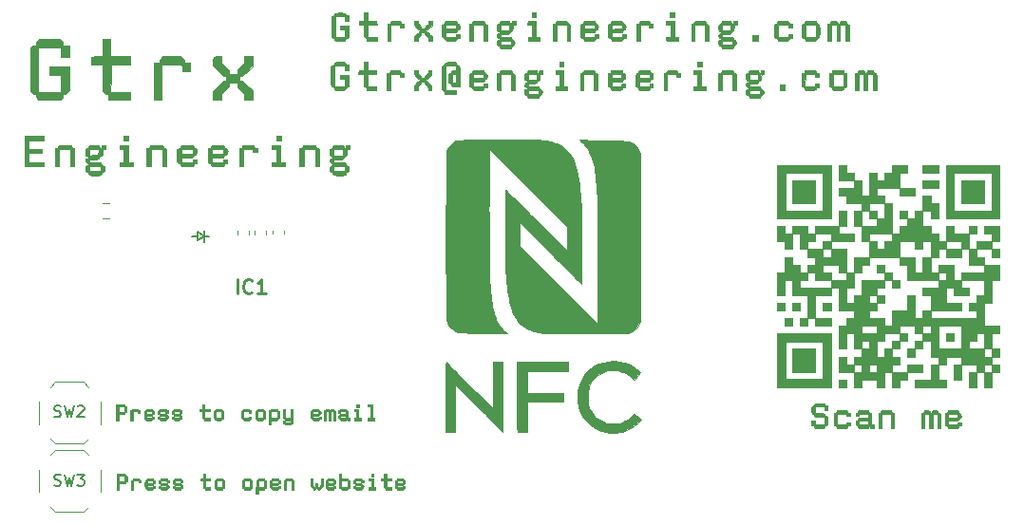
<source format=gbr>
%TF.GenerationSoftware,KiCad,Pcbnew,(5.1.6)-1*%
%TF.CreationDate,2020-05-31T03:06:52+03:00*%
%TF.ProjectId,Project,50726f6a-6563-4742-9e6b-696361645f70,rev?*%
%TF.SameCoordinates,Original*%
%TF.FileFunction,Legend,Top*%
%TF.FilePolarity,Positive*%
%FSLAX46Y46*%
G04 Gerber Fmt 4.6, Leading zero omitted, Abs format (unit mm)*
G04 Created by KiCad (PCBNEW (5.1.6)-1) date 2020-05-31 03:06:52*
%MOMM*%
%LPD*%
G01*
G04 APERTURE LIST*
%ADD10C,0.150000*%
%ADD11C,0.010000*%
%ADD12C,0.120000*%
%ADD13C,0.254000*%
G04 APERTURE END LIST*
D10*
%TO.C,D9*%
X81432400Y-86004400D02*
X80924400Y-86004400D01*
X82067400Y-86512400D02*
X82067400Y-85496400D01*
X82067400Y-86004400D02*
X82067400Y-86512400D01*
X81432400Y-86385400D02*
X82067400Y-86004400D01*
X81432400Y-85623400D02*
X81432400Y-86385400D01*
X82067400Y-86004400D02*
X81432400Y-85623400D01*
X82448400Y-86004400D02*
X82067400Y-86004400D01*
D11*
%TO.C,G\u002A\u002A\u002A*%
G36*
X148920896Y-101508962D02*
G01*
X149023474Y-101510993D01*
X149093091Y-101515890D01*
X149138666Y-101524891D01*
X149169119Y-101539232D01*
X149193367Y-101560151D01*
X149200252Y-101567347D01*
X149239888Y-101626490D01*
X149255480Y-101681647D01*
X149269425Y-101725603D01*
X149314552Y-101737159D01*
X149392979Y-101759858D01*
X149449023Y-101824640D01*
X149479444Y-101926529D01*
X149484080Y-101997303D01*
X149480781Y-102083886D01*
X149466803Y-102137735D01*
X149436023Y-102176711D01*
X149417154Y-102192516D01*
X149356738Y-102229341D01*
X149303829Y-102245149D01*
X149302854Y-102245160D01*
X149264310Y-102263154D01*
X149255480Y-102304723D01*
X149250432Y-102354697D01*
X149231000Y-102391708D01*
X149190743Y-102417639D01*
X149123227Y-102434374D01*
X149022012Y-102443794D01*
X148880662Y-102447785D01*
X148764529Y-102448360D01*
X148366480Y-102448360D01*
X148366480Y-102803960D01*
X149179280Y-102803960D01*
X149179280Y-102575360D01*
X149484080Y-102575360D01*
X149484080Y-102880160D01*
X149369780Y-102880160D01*
X149299054Y-102882987D01*
X149265549Y-102896113D01*
X149255791Y-102926497D01*
X149255480Y-102939232D01*
X149237560Y-102998430D01*
X149196692Y-103053532D01*
X149170293Y-103075209D01*
X149139025Y-103090344D01*
X149093871Y-103100101D01*
X149025816Y-103105645D01*
X148925841Y-103108142D01*
X148784931Y-103108757D01*
X148769320Y-103108760D01*
X148624863Y-103108357D01*
X148522285Y-103106326D01*
X148452668Y-103101429D01*
X148407093Y-103092428D01*
X148376640Y-103078087D01*
X148352392Y-103057168D01*
X148345507Y-103049972D01*
X148305871Y-102990829D01*
X148290280Y-102935672D01*
X148276334Y-102891716D01*
X148231207Y-102880160D01*
X148172009Y-102862240D01*
X148116907Y-102821372D01*
X148097205Y-102797830D01*
X148082839Y-102770191D01*
X148072971Y-102730609D01*
X148066760Y-102671236D01*
X148063368Y-102584223D01*
X148061954Y-102461725D01*
X148061680Y-102305100D01*
X148061920Y-102142110D01*
X148063235Y-102022144D01*
X148066516Y-101937426D01*
X148072655Y-101880182D01*
X148082544Y-101842636D01*
X148097073Y-101817011D01*
X148100483Y-101813360D01*
X148366480Y-101813360D01*
X148366480Y-102168960D01*
X149179280Y-102168960D01*
X149179280Y-101813360D01*
X148366480Y-101813360D01*
X148100483Y-101813360D01*
X148117135Y-101795534D01*
X148120467Y-101792387D01*
X148179610Y-101752751D01*
X148234767Y-101737160D01*
X148278723Y-101723214D01*
X148290280Y-101678087D01*
X148308199Y-101618889D01*
X148349067Y-101563787D01*
X148375466Y-101542110D01*
X148406734Y-101526975D01*
X148451888Y-101517218D01*
X148519943Y-101511674D01*
X148619918Y-101509177D01*
X148760828Y-101508562D01*
X148776439Y-101508560D01*
X148920896Y-101508962D01*
G37*
X148920896Y-101508962D02*
X149023474Y-101510993D01*
X149093091Y-101515890D01*
X149138666Y-101524891D01*
X149169119Y-101539232D01*
X149193367Y-101560151D01*
X149200252Y-101567347D01*
X149239888Y-101626490D01*
X149255480Y-101681647D01*
X149269425Y-101725603D01*
X149314552Y-101737159D01*
X149392979Y-101759858D01*
X149449023Y-101824640D01*
X149479444Y-101926529D01*
X149484080Y-101997303D01*
X149480781Y-102083886D01*
X149466803Y-102137735D01*
X149436023Y-102176711D01*
X149417154Y-102192516D01*
X149356738Y-102229341D01*
X149303829Y-102245149D01*
X149302854Y-102245160D01*
X149264310Y-102263154D01*
X149255480Y-102304723D01*
X149250432Y-102354697D01*
X149231000Y-102391708D01*
X149190743Y-102417639D01*
X149123227Y-102434374D01*
X149022012Y-102443794D01*
X148880662Y-102447785D01*
X148764529Y-102448360D01*
X148366480Y-102448360D01*
X148366480Y-102803960D01*
X149179280Y-102803960D01*
X149179280Y-102575360D01*
X149484080Y-102575360D01*
X149484080Y-102880160D01*
X149369780Y-102880160D01*
X149299054Y-102882987D01*
X149265549Y-102896113D01*
X149255791Y-102926497D01*
X149255480Y-102939232D01*
X149237560Y-102998430D01*
X149196692Y-103053532D01*
X149170293Y-103075209D01*
X149139025Y-103090344D01*
X149093871Y-103100101D01*
X149025816Y-103105645D01*
X148925841Y-103108142D01*
X148784931Y-103108757D01*
X148769320Y-103108760D01*
X148624863Y-103108357D01*
X148522285Y-103106326D01*
X148452668Y-103101429D01*
X148407093Y-103092428D01*
X148376640Y-103078087D01*
X148352392Y-103057168D01*
X148345507Y-103049972D01*
X148305871Y-102990829D01*
X148290280Y-102935672D01*
X148276334Y-102891716D01*
X148231207Y-102880160D01*
X148172009Y-102862240D01*
X148116907Y-102821372D01*
X148097205Y-102797830D01*
X148082839Y-102770191D01*
X148072971Y-102730609D01*
X148066760Y-102671236D01*
X148063368Y-102584223D01*
X148061954Y-102461725D01*
X148061680Y-102305100D01*
X148061920Y-102142110D01*
X148063235Y-102022144D01*
X148066516Y-101937426D01*
X148072655Y-101880182D01*
X148082544Y-101842636D01*
X148097073Y-101817011D01*
X148100483Y-101813360D01*
X148366480Y-101813360D01*
X148366480Y-102168960D01*
X149179280Y-102168960D01*
X149179280Y-101813360D01*
X148366480Y-101813360D01*
X148100483Y-101813360D01*
X148117135Y-101795534D01*
X148120467Y-101792387D01*
X148179610Y-101752751D01*
X148234767Y-101737160D01*
X148278723Y-101723214D01*
X148290280Y-101678087D01*
X148308199Y-101618889D01*
X148349067Y-101563787D01*
X148375466Y-101542110D01*
X148406734Y-101526975D01*
X148451888Y-101517218D01*
X148519943Y-101511674D01*
X148619918Y-101509177D01*
X148760828Y-101508562D01*
X148776439Y-101508560D01*
X148920896Y-101508962D01*
G36*
X147246593Y-101511417D02*
G01*
X147307733Y-101522834D01*
X147350262Y-101547075D01*
X147371452Y-101567347D01*
X147411088Y-101626490D01*
X147426680Y-101681647D01*
X147440625Y-101725603D01*
X147485752Y-101737159D01*
X147544950Y-101755079D01*
X147600052Y-101795947D01*
X147617184Y-101815955D01*
X147630351Y-101839233D01*
X147640073Y-101872255D01*
X147646872Y-101921498D01*
X147651270Y-101993436D01*
X147653787Y-102094546D01*
X147654946Y-102231302D01*
X147655268Y-102410182D01*
X147655280Y-102481747D01*
X147655280Y-103108760D01*
X147376752Y-103108760D01*
X147363180Y-101826060D01*
X147153630Y-101818682D01*
X146944080Y-101811305D01*
X146944080Y-103108760D01*
X146639280Y-103108760D01*
X146639280Y-101813360D01*
X146207480Y-101813360D01*
X146207480Y-103108760D01*
X145928080Y-103108760D01*
X145928080Y-101737160D01*
X146029680Y-101737160D01*
X146097025Y-101732398D01*
X146126524Y-101714373D01*
X146131280Y-101691112D01*
X146148664Y-101644396D01*
X146191573Y-101587845D01*
X146202519Y-101576812D01*
X146248772Y-101538756D01*
X146298128Y-101518098D01*
X146368179Y-101509769D01*
X146439392Y-101508560D01*
X146535203Y-101511406D01*
X146596378Y-101522782D01*
X146638903Y-101546942D01*
X146660252Y-101567347D01*
X146699888Y-101626490D01*
X146715480Y-101681647D01*
X146725690Y-101721799D01*
X146765804Y-101736251D01*
X146791680Y-101737160D01*
X146846448Y-101730028D01*
X146866346Y-101700960D01*
X146867880Y-101678087D01*
X146885799Y-101618889D01*
X146926667Y-101563787D01*
X146970756Y-101531991D01*
X147027529Y-101515023D01*
X147113199Y-101508888D01*
X147150839Y-101508560D01*
X147246593Y-101511417D01*
G37*
X147246593Y-101511417D02*
X147307733Y-101522834D01*
X147350262Y-101547075D01*
X147371452Y-101567347D01*
X147411088Y-101626490D01*
X147426680Y-101681647D01*
X147440625Y-101725603D01*
X147485752Y-101737159D01*
X147544950Y-101755079D01*
X147600052Y-101795947D01*
X147617184Y-101815955D01*
X147630351Y-101839233D01*
X147640073Y-101872255D01*
X147646872Y-101921498D01*
X147651270Y-101993436D01*
X147653787Y-102094546D01*
X147654946Y-102231302D01*
X147655268Y-102410182D01*
X147655280Y-102481747D01*
X147655280Y-103108760D01*
X147376752Y-103108760D01*
X147363180Y-101826060D01*
X147153630Y-101818682D01*
X146944080Y-101811305D01*
X146944080Y-103108760D01*
X146639280Y-103108760D01*
X146639280Y-101813360D01*
X146207480Y-101813360D01*
X146207480Y-103108760D01*
X145928080Y-103108760D01*
X145928080Y-101737160D01*
X146029680Y-101737160D01*
X146097025Y-101732398D01*
X146126524Y-101714373D01*
X146131280Y-101691112D01*
X146148664Y-101644396D01*
X146191573Y-101587845D01*
X146202519Y-101576812D01*
X146248772Y-101538756D01*
X146298128Y-101518098D01*
X146368179Y-101509769D01*
X146439392Y-101508560D01*
X146535203Y-101511406D01*
X146596378Y-101522782D01*
X146638903Y-101546942D01*
X146660252Y-101567347D01*
X146699888Y-101626490D01*
X146715480Y-101681647D01*
X146725690Y-101721799D01*
X146765804Y-101736251D01*
X146791680Y-101737160D01*
X146846448Y-101730028D01*
X146866346Y-101700960D01*
X146867880Y-101678087D01*
X146885799Y-101618889D01*
X146926667Y-101563787D01*
X146970756Y-101531991D01*
X147027529Y-101515023D01*
X147113199Y-101508888D01*
X147150839Y-101508560D01*
X147246593Y-101511417D01*
G36*
X142977296Y-101508962D02*
G01*
X143079874Y-101510993D01*
X143149491Y-101515890D01*
X143195066Y-101524891D01*
X143225519Y-101539232D01*
X143249767Y-101560151D01*
X143256652Y-101567347D01*
X143296288Y-101626490D01*
X143311880Y-101681647D01*
X143325825Y-101725603D01*
X143370952Y-101737160D01*
X143430150Y-101755079D01*
X143485252Y-101795947D01*
X143502384Y-101815955D01*
X143515551Y-101839233D01*
X143525273Y-101872255D01*
X143532072Y-101921498D01*
X143536470Y-101993436D01*
X143538987Y-102094546D01*
X143540146Y-102231302D01*
X143540468Y-102410182D01*
X143540480Y-102481747D01*
X143540480Y-103108760D01*
X143235680Y-103108760D01*
X143235680Y-101813360D01*
X142422880Y-101813360D01*
X142422880Y-103108760D01*
X142118080Y-103108760D01*
X142118080Y-101737160D01*
X142232380Y-101737160D01*
X142303105Y-101734332D01*
X142336610Y-101721206D01*
X142346368Y-101690822D01*
X142346680Y-101678087D01*
X142364599Y-101618889D01*
X142405467Y-101563787D01*
X142431866Y-101542110D01*
X142463134Y-101526975D01*
X142508288Y-101517218D01*
X142576343Y-101511674D01*
X142676318Y-101509177D01*
X142817228Y-101508562D01*
X142832839Y-101508560D01*
X142977296Y-101508962D01*
G37*
X142977296Y-101508962D02*
X143079874Y-101510993D01*
X143149491Y-101515890D01*
X143195066Y-101524891D01*
X143225519Y-101539232D01*
X143249767Y-101560151D01*
X143256652Y-101567347D01*
X143296288Y-101626490D01*
X143311880Y-101681647D01*
X143325825Y-101725603D01*
X143370952Y-101737160D01*
X143430150Y-101755079D01*
X143485252Y-101795947D01*
X143502384Y-101815955D01*
X143515551Y-101839233D01*
X143525273Y-101872255D01*
X143532072Y-101921498D01*
X143536470Y-101993436D01*
X143538987Y-102094546D01*
X143540146Y-102231302D01*
X143540468Y-102410182D01*
X143540480Y-102481747D01*
X143540480Y-103108760D01*
X143235680Y-103108760D01*
X143235680Y-101813360D01*
X142422880Y-101813360D01*
X142422880Y-103108760D01*
X142118080Y-103108760D01*
X142118080Y-101737160D01*
X142232380Y-101737160D01*
X142303105Y-101734332D01*
X142336610Y-101721206D01*
X142346368Y-101690822D01*
X142346680Y-101678087D01*
X142364599Y-101618889D01*
X142405467Y-101563787D01*
X142431866Y-101542110D01*
X142463134Y-101526975D01*
X142508288Y-101517218D01*
X142576343Y-101511674D01*
X142676318Y-101509177D01*
X142817228Y-101508562D01*
X142832839Y-101508560D01*
X142977296Y-101508962D01*
G36*
X140945296Y-101508962D02*
G01*
X141047874Y-101510993D01*
X141117491Y-101515890D01*
X141163066Y-101524891D01*
X141193519Y-101539232D01*
X141217767Y-101560151D01*
X141224652Y-101567347D01*
X141264288Y-101626490D01*
X141279880Y-101681647D01*
X141293825Y-101725603D01*
X141338952Y-101737159D01*
X141398150Y-101755079D01*
X141453252Y-101795947D01*
X141472637Y-101819042D01*
X141486866Y-101846122D01*
X141496735Y-101884856D01*
X141503036Y-101942913D01*
X141506564Y-102027962D01*
X141508113Y-102147673D01*
X141508478Y-102309714D01*
X141508480Y-102329347D01*
X141508480Y-102803960D01*
X141737080Y-102803960D01*
X141737080Y-103108760D01*
X141432280Y-103108760D01*
X141432280Y-102994460D01*
X141430071Y-102924175D01*
X141417317Y-102890885D01*
X141384827Y-102880806D01*
X141356080Y-102880160D01*
X141301311Y-102887291D01*
X141281413Y-102916359D01*
X141279880Y-102939232D01*
X141261960Y-102998430D01*
X141221092Y-103053532D01*
X141194693Y-103075209D01*
X141163425Y-103090344D01*
X141118271Y-103100101D01*
X141050216Y-103105645D01*
X140950241Y-103108142D01*
X140809331Y-103108757D01*
X140793720Y-103108760D01*
X140649263Y-103108357D01*
X140546685Y-103106326D01*
X140477068Y-103101429D01*
X140431493Y-103092428D01*
X140401040Y-103078087D01*
X140376792Y-103057168D01*
X140369907Y-103049972D01*
X140330271Y-102990829D01*
X140314680Y-102935672D01*
X140300734Y-102891716D01*
X140255607Y-102880160D01*
X140178333Y-102857186D01*
X140131029Y-102803960D01*
X140390880Y-102803960D01*
X141231401Y-102803960D01*
X141223890Y-102632510D01*
X141216380Y-102461060D01*
X140803630Y-102454080D01*
X140390880Y-102447101D01*
X140390880Y-102803960D01*
X140131029Y-102803960D01*
X140121530Y-102793273D01*
X140090398Y-102695929D01*
X140086080Y-102635300D01*
X140092207Y-102546387D01*
X140114817Y-102487565D01*
X140144867Y-102452787D01*
X140204010Y-102413151D01*
X140259167Y-102397560D01*
X140300581Y-102386204D01*
X140314297Y-102342965D01*
X140314680Y-102327469D01*
X140320594Y-102278327D01*
X140342491Y-102241134D01*
X140386602Y-102213947D01*
X140459160Y-102194821D01*
X140566397Y-102181811D01*
X140714544Y-102172973D01*
X140822680Y-102168960D01*
X141216380Y-102156260D01*
X141216380Y-101826060D01*
X140803630Y-101819080D01*
X140390880Y-101812101D01*
X140390880Y-102041960D01*
X140086080Y-102041960D01*
X140086080Y-101737160D01*
X140200380Y-101737160D01*
X140271105Y-101734332D01*
X140304610Y-101721206D01*
X140314368Y-101690822D01*
X140314680Y-101678087D01*
X140332599Y-101618889D01*
X140373467Y-101563787D01*
X140399866Y-101542110D01*
X140431134Y-101526975D01*
X140476288Y-101517218D01*
X140544343Y-101511674D01*
X140644318Y-101509177D01*
X140785228Y-101508562D01*
X140800839Y-101508560D01*
X140945296Y-101508962D01*
G37*
X140945296Y-101508962D02*
X141047874Y-101510993D01*
X141117491Y-101515890D01*
X141163066Y-101524891D01*
X141193519Y-101539232D01*
X141217767Y-101560151D01*
X141224652Y-101567347D01*
X141264288Y-101626490D01*
X141279880Y-101681647D01*
X141293825Y-101725603D01*
X141338952Y-101737159D01*
X141398150Y-101755079D01*
X141453252Y-101795947D01*
X141472637Y-101819042D01*
X141486866Y-101846122D01*
X141496735Y-101884856D01*
X141503036Y-101942913D01*
X141506564Y-102027962D01*
X141508113Y-102147673D01*
X141508478Y-102309714D01*
X141508480Y-102329347D01*
X141508480Y-102803960D01*
X141737080Y-102803960D01*
X141737080Y-103108760D01*
X141432280Y-103108760D01*
X141432280Y-102994460D01*
X141430071Y-102924175D01*
X141417317Y-102890885D01*
X141384827Y-102880806D01*
X141356080Y-102880160D01*
X141301311Y-102887291D01*
X141281413Y-102916359D01*
X141279880Y-102939232D01*
X141261960Y-102998430D01*
X141221092Y-103053532D01*
X141194693Y-103075209D01*
X141163425Y-103090344D01*
X141118271Y-103100101D01*
X141050216Y-103105645D01*
X140950241Y-103108142D01*
X140809331Y-103108757D01*
X140793720Y-103108760D01*
X140649263Y-103108357D01*
X140546685Y-103106326D01*
X140477068Y-103101429D01*
X140431493Y-103092428D01*
X140401040Y-103078087D01*
X140376792Y-103057168D01*
X140369907Y-103049972D01*
X140330271Y-102990829D01*
X140314680Y-102935672D01*
X140300734Y-102891716D01*
X140255607Y-102880160D01*
X140178333Y-102857186D01*
X140131029Y-102803960D01*
X140390880Y-102803960D01*
X141231401Y-102803960D01*
X141223890Y-102632510D01*
X141216380Y-102461060D01*
X140803630Y-102454080D01*
X140390880Y-102447101D01*
X140390880Y-102803960D01*
X140131029Y-102803960D01*
X140121530Y-102793273D01*
X140090398Y-102695929D01*
X140086080Y-102635300D01*
X140092207Y-102546387D01*
X140114817Y-102487565D01*
X140144867Y-102452787D01*
X140204010Y-102413151D01*
X140259167Y-102397560D01*
X140300581Y-102386204D01*
X140314297Y-102342965D01*
X140314680Y-102327469D01*
X140320594Y-102278327D01*
X140342491Y-102241134D01*
X140386602Y-102213947D01*
X140459160Y-102194821D01*
X140566397Y-102181811D01*
X140714544Y-102172973D01*
X140822680Y-102168960D01*
X141216380Y-102156260D01*
X141216380Y-101826060D01*
X140803630Y-101819080D01*
X140390880Y-101812101D01*
X140390880Y-102041960D01*
X140086080Y-102041960D01*
X140086080Y-101737160D01*
X140200380Y-101737160D01*
X140271105Y-101734332D01*
X140304610Y-101721206D01*
X140314368Y-101690822D01*
X140314680Y-101678087D01*
X140332599Y-101618889D01*
X140373467Y-101563787D01*
X140399866Y-101542110D01*
X140431134Y-101526975D01*
X140476288Y-101517218D01*
X140544343Y-101511674D01*
X140644318Y-101509177D01*
X140785228Y-101508562D01*
X140800839Y-101508560D01*
X140945296Y-101508962D01*
G36*
X139014896Y-101508962D02*
G01*
X139117474Y-101510993D01*
X139187091Y-101515890D01*
X139232666Y-101524891D01*
X139263119Y-101539232D01*
X139287367Y-101560151D01*
X139294252Y-101567347D01*
X139333888Y-101626490D01*
X139349480Y-101681647D01*
X139355688Y-101716108D01*
X139383180Y-101732428D01*
X139445252Y-101737066D01*
X139463780Y-101737160D01*
X139578080Y-101737160D01*
X139578080Y-102041960D01*
X139273280Y-102041960D01*
X139273280Y-101813360D01*
X138460480Y-101813360D01*
X138460480Y-102803960D01*
X139273280Y-102803960D01*
X139273280Y-102575360D01*
X139578080Y-102575360D01*
X139578080Y-102880160D01*
X139463780Y-102880160D01*
X139393054Y-102882987D01*
X139359549Y-102896113D01*
X139349791Y-102926497D01*
X139349480Y-102939232D01*
X139331560Y-102998430D01*
X139290692Y-103053532D01*
X139264293Y-103075209D01*
X139233025Y-103090344D01*
X139187871Y-103100101D01*
X139119816Y-103105645D01*
X139019841Y-103108142D01*
X138878931Y-103108757D01*
X138863320Y-103108760D01*
X138718863Y-103108357D01*
X138616285Y-103106326D01*
X138546668Y-103101429D01*
X138501093Y-103092428D01*
X138470640Y-103078087D01*
X138446392Y-103057168D01*
X138439507Y-103049972D01*
X138399871Y-102990829D01*
X138384280Y-102935672D01*
X138370334Y-102891716D01*
X138325207Y-102880160D01*
X138266009Y-102862240D01*
X138210907Y-102821372D01*
X138191205Y-102797830D01*
X138176839Y-102770191D01*
X138166971Y-102730609D01*
X138160760Y-102671236D01*
X138157368Y-102584223D01*
X138155954Y-102461725D01*
X138155680Y-102305100D01*
X138155920Y-102142110D01*
X138157235Y-102022144D01*
X138160516Y-101937426D01*
X138166655Y-101880182D01*
X138176544Y-101842636D01*
X138191073Y-101817011D01*
X138211135Y-101795534D01*
X138214467Y-101792387D01*
X138273610Y-101752751D01*
X138328767Y-101737160D01*
X138372723Y-101723214D01*
X138384280Y-101678087D01*
X138402199Y-101618889D01*
X138443067Y-101563787D01*
X138469466Y-101542110D01*
X138500734Y-101526975D01*
X138545888Y-101517218D01*
X138613943Y-101511674D01*
X138713918Y-101509177D01*
X138854828Y-101508562D01*
X138870439Y-101508560D01*
X139014896Y-101508962D01*
G37*
X139014896Y-101508962D02*
X139117474Y-101510993D01*
X139187091Y-101515890D01*
X139232666Y-101524891D01*
X139263119Y-101539232D01*
X139287367Y-101560151D01*
X139294252Y-101567347D01*
X139333888Y-101626490D01*
X139349480Y-101681647D01*
X139355688Y-101716108D01*
X139383180Y-101732428D01*
X139445252Y-101737066D01*
X139463780Y-101737160D01*
X139578080Y-101737160D01*
X139578080Y-102041960D01*
X139273280Y-102041960D01*
X139273280Y-101813360D01*
X138460480Y-101813360D01*
X138460480Y-102803960D01*
X139273280Y-102803960D01*
X139273280Y-102575360D01*
X139578080Y-102575360D01*
X139578080Y-102880160D01*
X139463780Y-102880160D01*
X139393054Y-102882987D01*
X139359549Y-102896113D01*
X139349791Y-102926497D01*
X139349480Y-102939232D01*
X139331560Y-102998430D01*
X139290692Y-103053532D01*
X139264293Y-103075209D01*
X139233025Y-103090344D01*
X139187871Y-103100101D01*
X139119816Y-103105645D01*
X139019841Y-103108142D01*
X138878931Y-103108757D01*
X138863320Y-103108760D01*
X138718863Y-103108357D01*
X138616285Y-103106326D01*
X138546668Y-103101429D01*
X138501093Y-103092428D01*
X138470640Y-103078087D01*
X138446392Y-103057168D01*
X138439507Y-103049972D01*
X138399871Y-102990829D01*
X138384280Y-102935672D01*
X138370334Y-102891716D01*
X138325207Y-102880160D01*
X138266009Y-102862240D01*
X138210907Y-102821372D01*
X138191205Y-102797830D01*
X138176839Y-102770191D01*
X138166971Y-102730609D01*
X138160760Y-102671236D01*
X138157368Y-102584223D01*
X138155954Y-102461725D01*
X138155680Y-102305100D01*
X138155920Y-102142110D01*
X138157235Y-102022144D01*
X138160516Y-101937426D01*
X138166655Y-101880182D01*
X138176544Y-101842636D01*
X138191073Y-101817011D01*
X138211135Y-101795534D01*
X138214467Y-101792387D01*
X138273610Y-101752751D01*
X138328767Y-101737160D01*
X138372723Y-101723214D01*
X138384280Y-101678087D01*
X138402199Y-101618889D01*
X138443067Y-101563787D01*
X138469466Y-101542110D01*
X138500734Y-101526975D01*
X138545888Y-101517218D01*
X138613943Y-101511674D01*
X138713918Y-101509177D01*
X138854828Y-101508562D01*
X138870439Y-101508560D01*
X139014896Y-101508962D01*
G36*
X137033696Y-100873962D02*
G01*
X137136274Y-100875993D01*
X137205891Y-100880890D01*
X137251466Y-100889891D01*
X137281919Y-100904232D01*
X137306167Y-100925151D01*
X137313052Y-100932347D01*
X137352688Y-100991490D01*
X137368280Y-101046647D01*
X137374488Y-101081108D01*
X137401980Y-101097428D01*
X137464052Y-101102066D01*
X137482580Y-101102160D01*
X137596880Y-101102160D01*
X137596880Y-101533960D01*
X137292080Y-101533960D01*
X137292080Y-101178360D01*
X136479280Y-101178360D01*
X136479280Y-101787960D01*
X136868552Y-101787960D01*
X137017477Y-101788313D01*
X137124213Y-101790132D01*
X137197369Y-101794556D01*
X137245556Y-101802723D01*
X137277382Y-101815771D01*
X137301458Y-101834841D01*
X137313052Y-101846747D01*
X137352688Y-101905890D01*
X137368280Y-101961047D01*
X137382225Y-102005003D01*
X137427352Y-102016560D01*
X137486550Y-102034479D01*
X137541652Y-102075347D01*
X137564807Y-102103981D01*
X137580430Y-102138173D01*
X137589980Y-102187883D01*
X137594920Y-102263071D01*
X137596709Y-102373698D01*
X137596879Y-102451919D01*
X137596309Y-102584961D01*
X137593563Y-102677047D01*
X137587092Y-102738015D01*
X137575344Y-102777705D01*
X137556769Y-102805957D01*
X137538092Y-102824932D01*
X137478949Y-102864568D01*
X137423792Y-102880160D01*
X137379836Y-102894105D01*
X137368280Y-102939232D01*
X137350360Y-102998430D01*
X137309492Y-103053532D01*
X137283093Y-103075209D01*
X137251825Y-103090344D01*
X137206671Y-103100101D01*
X137138616Y-103105645D01*
X137038641Y-103108142D01*
X136897731Y-103108757D01*
X136882120Y-103108760D01*
X136737663Y-103108357D01*
X136635085Y-103106326D01*
X136565468Y-103101429D01*
X136519893Y-103092428D01*
X136489440Y-103078087D01*
X136465192Y-103057168D01*
X136458307Y-103049972D01*
X136418671Y-102990829D01*
X136403080Y-102935672D01*
X136396871Y-102901211D01*
X136369379Y-102884891D01*
X136307307Y-102880253D01*
X136288780Y-102880160D01*
X136174480Y-102880160D01*
X136174480Y-102448360D01*
X136479280Y-102448360D01*
X136479280Y-102803960D01*
X137292080Y-102803960D01*
X137292080Y-102092760D01*
X136902807Y-102092760D01*
X136753882Y-102092406D01*
X136647146Y-102090587D01*
X136573990Y-102086163D01*
X136525803Y-102077996D01*
X136493977Y-102064948D01*
X136469901Y-102045878D01*
X136458307Y-102033972D01*
X136418671Y-101974829D01*
X136403080Y-101919672D01*
X136389134Y-101875716D01*
X136344007Y-101864159D01*
X136284809Y-101846240D01*
X136229707Y-101805372D01*
X136204657Y-101773729D01*
X136188518Y-101735463D01*
X136179381Y-101679321D01*
X136175339Y-101594051D01*
X136174480Y-101479600D01*
X136175342Y-101358635D01*
X136179278Y-101277361D01*
X136188313Y-101224679D01*
X136204472Y-101189490D01*
X136229779Y-101160695D01*
X136233267Y-101157387D01*
X136292410Y-101117751D01*
X136347567Y-101102160D01*
X136391523Y-101088214D01*
X136403080Y-101043087D01*
X136420999Y-100983889D01*
X136461867Y-100928787D01*
X136488266Y-100907110D01*
X136519534Y-100891975D01*
X136564688Y-100882218D01*
X136632743Y-100876674D01*
X136732718Y-100874177D01*
X136873628Y-100873562D01*
X136889239Y-100873560D01*
X137033696Y-100873962D01*
G37*
X137033696Y-100873962D02*
X137136274Y-100875993D01*
X137205891Y-100880890D01*
X137251466Y-100889891D01*
X137281919Y-100904232D01*
X137306167Y-100925151D01*
X137313052Y-100932347D01*
X137352688Y-100991490D01*
X137368280Y-101046647D01*
X137374488Y-101081108D01*
X137401980Y-101097428D01*
X137464052Y-101102066D01*
X137482580Y-101102160D01*
X137596880Y-101102160D01*
X137596880Y-101533960D01*
X137292080Y-101533960D01*
X137292080Y-101178360D01*
X136479280Y-101178360D01*
X136479280Y-101787960D01*
X136868552Y-101787960D01*
X137017477Y-101788313D01*
X137124213Y-101790132D01*
X137197369Y-101794556D01*
X137245556Y-101802723D01*
X137277382Y-101815771D01*
X137301458Y-101834841D01*
X137313052Y-101846747D01*
X137352688Y-101905890D01*
X137368280Y-101961047D01*
X137382225Y-102005003D01*
X137427352Y-102016560D01*
X137486550Y-102034479D01*
X137541652Y-102075347D01*
X137564807Y-102103981D01*
X137580430Y-102138173D01*
X137589980Y-102187883D01*
X137594920Y-102263071D01*
X137596709Y-102373698D01*
X137596879Y-102451919D01*
X137596309Y-102584961D01*
X137593563Y-102677047D01*
X137587092Y-102738015D01*
X137575344Y-102777705D01*
X137556769Y-102805957D01*
X137538092Y-102824932D01*
X137478949Y-102864568D01*
X137423792Y-102880160D01*
X137379836Y-102894105D01*
X137368280Y-102939232D01*
X137350360Y-102998430D01*
X137309492Y-103053532D01*
X137283093Y-103075209D01*
X137251825Y-103090344D01*
X137206671Y-103100101D01*
X137138616Y-103105645D01*
X137038641Y-103108142D01*
X136897731Y-103108757D01*
X136882120Y-103108760D01*
X136737663Y-103108357D01*
X136635085Y-103106326D01*
X136565468Y-103101429D01*
X136519893Y-103092428D01*
X136489440Y-103078087D01*
X136465192Y-103057168D01*
X136458307Y-103049972D01*
X136418671Y-102990829D01*
X136403080Y-102935672D01*
X136396871Y-102901211D01*
X136369379Y-102884891D01*
X136307307Y-102880253D01*
X136288780Y-102880160D01*
X136174480Y-102880160D01*
X136174480Y-102448360D01*
X136479280Y-102448360D01*
X136479280Y-102803960D01*
X137292080Y-102803960D01*
X137292080Y-102092760D01*
X136902807Y-102092760D01*
X136753882Y-102092406D01*
X136647146Y-102090587D01*
X136573990Y-102086163D01*
X136525803Y-102077996D01*
X136493977Y-102064948D01*
X136469901Y-102045878D01*
X136458307Y-102033972D01*
X136418671Y-101974829D01*
X136403080Y-101919672D01*
X136389134Y-101875716D01*
X136344007Y-101864159D01*
X136284809Y-101846240D01*
X136229707Y-101805372D01*
X136204657Y-101773729D01*
X136188518Y-101735463D01*
X136179381Y-101679321D01*
X136175339Y-101594051D01*
X136174480Y-101479600D01*
X136175342Y-101358635D01*
X136179278Y-101277361D01*
X136188313Y-101224679D01*
X136204472Y-101189490D01*
X136229779Y-101160695D01*
X136233267Y-101157387D01*
X136292410Y-101117751D01*
X136347567Y-101102160D01*
X136391523Y-101088214D01*
X136403080Y-101043087D01*
X136420999Y-100983889D01*
X136461867Y-100928787D01*
X136488266Y-100907110D01*
X136519534Y-100891975D01*
X136564688Y-100882218D01*
X136632743Y-100876674D01*
X136732718Y-100874177D01*
X136873628Y-100873562D01*
X136889239Y-100873560D01*
X137033696Y-100873962D01*
G36*
X95801180Y-101227890D02*
G01*
X95578930Y-101227890D01*
X95578930Y-100989765D01*
X95801180Y-100989765D01*
X95801180Y-101227890D01*
G37*
X95801180Y-101227890D02*
X95578930Y-101227890D01*
X95578930Y-100989765D01*
X95801180Y-100989765D01*
X95801180Y-101227890D01*
G36*
X97023555Y-102212140D02*
G01*
X97229930Y-102212140D01*
X97229930Y-102402640D01*
X96642555Y-102402640D01*
X96642555Y-102212140D01*
X96833055Y-102212140D01*
X96833055Y-101196140D01*
X96642555Y-101196140D01*
X96642555Y-101005640D01*
X97023555Y-101005640D01*
X97023555Y-102212140D01*
G37*
X97023555Y-102212140D02*
X97229930Y-102212140D01*
X97229930Y-102402640D01*
X96642555Y-102402640D01*
X96642555Y-102212140D01*
X96833055Y-102212140D01*
X96833055Y-101196140D01*
X96642555Y-101196140D01*
X96642555Y-101005640D01*
X97023555Y-101005640D01*
X97023555Y-102212140D01*
G36*
X95785305Y-102212140D02*
G01*
X95991680Y-102212140D01*
X95991680Y-102402640D01*
X95404305Y-102402640D01*
X95404305Y-102212140D01*
X95594805Y-102212140D01*
X95594805Y-101593015D01*
X95404305Y-101593015D01*
X95404305Y-101402515D01*
X95785305Y-101402515D01*
X95785305Y-102212140D01*
G37*
X95785305Y-102212140D02*
X95991680Y-102212140D01*
X95991680Y-102402640D01*
X95404305Y-102402640D01*
X95404305Y-102212140D01*
X95594805Y-102212140D01*
X95594805Y-101593015D01*
X95404305Y-101593015D01*
X95404305Y-101402515D01*
X95785305Y-101402515D01*
X95785305Y-102212140D01*
G36*
X94513635Y-101402707D02*
G01*
X94576108Y-101403910D01*
X94618598Y-101407060D01*
X94646988Y-101413095D01*
X94667163Y-101422952D01*
X94685005Y-101437569D01*
X94693030Y-101445172D01*
X94722096Y-101480042D01*
X94737026Y-101511681D01*
X94737555Y-101516610D01*
X94750253Y-101541172D01*
X94766537Y-101545389D01*
X94797442Y-101556354D01*
X94830037Y-101582131D01*
X94842153Y-101596566D01*
X94851046Y-101613491D01*
X94857214Y-101637700D01*
X94861152Y-101673986D01*
X94863357Y-101727141D01*
X94864326Y-101801960D01*
X94864553Y-101903236D01*
X94864555Y-101915506D01*
X94864555Y-102212140D01*
X95007430Y-102212140D01*
X95007430Y-102404224D01*
X94916148Y-102399463D01*
X94824867Y-102394702D01*
X94819985Y-102327233D01*
X94814687Y-102284493D01*
X94803351Y-102264888D01*
X94780406Y-102259807D01*
X94776329Y-102259765D01*
X94745804Y-102267451D01*
X94737555Y-102292273D01*
X94726437Y-102324550D01*
X94699294Y-102360110D01*
X94695549Y-102363710D01*
X94677856Y-102378840D01*
X94659105Y-102389439D01*
X94633606Y-102396310D01*
X94595668Y-102400260D01*
X94539600Y-102402094D01*
X94459713Y-102402617D01*
X94420504Y-102402640D01*
X94329635Y-102402395D01*
X94264983Y-102401155D01*
X94221015Y-102398159D01*
X94192198Y-102392648D01*
X94172999Y-102383862D01*
X94157885Y-102371042D01*
X94152947Y-102365898D01*
X94128174Y-102328933D01*
X94118430Y-102294460D01*
X94109713Y-102266987D01*
X94081509Y-102259765D01*
X94033213Y-102245406D01*
X93997711Y-102205460D01*
X93978253Y-102144620D01*
X93975555Y-102106727D01*
X93979384Y-102051157D01*
X93993515Y-102014393D01*
X94000970Y-102005765D01*
X94166055Y-102005765D01*
X94166055Y-102212140D01*
X94689930Y-102212140D01*
X94689930Y-102005765D01*
X94166055Y-102005765D01*
X94000970Y-102005765D01*
X94012296Y-101992657D01*
X94049261Y-101967884D01*
X94083734Y-101958140D01*
X94111207Y-101949423D01*
X94118430Y-101921219D01*
X94129629Y-101884220D01*
X94155171Y-101849782D01*
X94170998Y-101836692D01*
X94189676Y-101827402D01*
X94216564Y-101821264D01*
X94257017Y-101817631D01*
X94316392Y-101815858D01*
X94400045Y-101815295D01*
X94440921Y-101815265D01*
X94689930Y-101815265D01*
X94689930Y-101593015D01*
X94166055Y-101593015D01*
X94166055Y-101735890D01*
X93975555Y-101735890D01*
X93975555Y-101545390D01*
X94046992Y-101545390D01*
X94091118Y-101543696D01*
X94112025Y-101535568D01*
X94118187Y-101516434D01*
X94118430Y-101506854D01*
X94131757Y-101467142D01*
X94160258Y-101435417D01*
X94179775Y-101422232D01*
X94202951Y-101413102D01*
X94235670Y-101407297D01*
X94283817Y-101404087D01*
X94353275Y-101402741D01*
X94425295Y-101402515D01*
X94513635Y-101402707D01*
G37*
X94513635Y-101402707D02*
X94576108Y-101403910D01*
X94618598Y-101407060D01*
X94646988Y-101413095D01*
X94667163Y-101422952D01*
X94685005Y-101437569D01*
X94693030Y-101445172D01*
X94722096Y-101480042D01*
X94737026Y-101511681D01*
X94737555Y-101516610D01*
X94750253Y-101541172D01*
X94766537Y-101545389D01*
X94797442Y-101556354D01*
X94830037Y-101582131D01*
X94842153Y-101596566D01*
X94851046Y-101613491D01*
X94857214Y-101637700D01*
X94861152Y-101673986D01*
X94863357Y-101727141D01*
X94864326Y-101801960D01*
X94864553Y-101903236D01*
X94864555Y-101915506D01*
X94864555Y-102212140D01*
X95007430Y-102212140D01*
X95007430Y-102404224D01*
X94916148Y-102399463D01*
X94824867Y-102394702D01*
X94819985Y-102327233D01*
X94814687Y-102284493D01*
X94803351Y-102264888D01*
X94780406Y-102259807D01*
X94776329Y-102259765D01*
X94745804Y-102267451D01*
X94737555Y-102292273D01*
X94726437Y-102324550D01*
X94699294Y-102360110D01*
X94695549Y-102363710D01*
X94677856Y-102378840D01*
X94659105Y-102389439D01*
X94633606Y-102396310D01*
X94595668Y-102400260D01*
X94539600Y-102402094D01*
X94459713Y-102402617D01*
X94420504Y-102402640D01*
X94329635Y-102402395D01*
X94264983Y-102401155D01*
X94221015Y-102398159D01*
X94192198Y-102392648D01*
X94172999Y-102383862D01*
X94157885Y-102371042D01*
X94152947Y-102365898D01*
X94128174Y-102328933D01*
X94118430Y-102294460D01*
X94109713Y-102266987D01*
X94081509Y-102259765D01*
X94033213Y-102245406D01*
X93997711Y-102205460D01*
X93978253Y-102144620D01*
X93975555Y-102106727D01*
X93979384Y-102051157D01*
X93993515Y-102014393D01*
X94000970Y-102005765D01*
X94166055Y-102005765D01*
X94166055Y-102212140D01*
X94689930Y-102212140D01*
X94689930Y-102005765D01*
X94166055Y-102005765D01*
X94000970Y-102005765D01*
X94012296Y-101992657D01*
X94049261Y-101967884D01*
X94083734Y-101958140D01*
X94111207Y-101949423D01*
X94118430Y-101921219D01*
X94129629Y-101884220D01*
X94155171Y-101849782D01*
X94170998Y-101836692D01*
X94189676Y-101827402D01*
X94216564Y-101821264D01*
X94257017Y-101817631D01*
X94316392Y-101815858D01*
X94400045Y-101815295D01*
X94440921Y-101815265D01*
X94689930Y-101815265D01*
X94689930Y-101593015D01*
X94166055Y-101593015D01*
X94166055Y-101735890D01*
X93975555Y-101735890D01*
X93975555Y-101545390D01*
X94046992Y-101545390D01*
X94091118Y-101543696D01*
X94112025Y-101535568D01*
X94118187Y-101516434D01*
X94118430Y-101506854D01*
X94131757Y-101467142D01*
X94160258Y-101435417D01*
X94179775Y-101422232D01*
X94202951Y-101413102D01*
X94235670Y-101407297D01*
X94283817Y-101404087D01*
X94353275Y-101402741D01*
X94425295Y-101402515D01*
X94513635Y-101402707D01*
G36*
X93500178Y-101404268D02*
G01*
X93537082Y-101411912D01*
X93564930Y-101429023D01*
X93583647Y-101447039D01*
X93611480Y-101482651D01*
X93625792Y-101513784D01*
X93626305Y-101518477D01*
X93639311Y-101541263D01*
X93655287Y-101545389D01*
X93686192Y-101556354D01*
X93718787Y-101582131D01*
X93729495Y-101594637D01*
X93737724Y-101609185D01*
X93743800Y-101629824D01*
X93748050Y-101660601D01*
X93750798Y-101705562D01*
X93752372Y-101768756D01*
X93753096Y-101854229D01*
X93753297Y-101966028D01*
X93753305Y-102010756D01*
X93753305Y-102402640D01*
X93578680Y-102402640D01*
X93578680Y-101593015D01*
X93308805Y-101593015D01*
X93308805Y-102402640D01*
X93118305Y-102402640D01*
X93118305Y-101593015D01*
X92864305Y-101593015D01*
X92864305Y-102402640D01*
X92673805Y-102402640D01*
X92673805Y-101545390D01*
X92745242Y-101545390D01*
X92789445Y-101543622D01*
X92810386Y-101535419D01*
X92816485Y-101516429D01*
X92816680Y-101508469D01*
X92827879Y-101471470D01*
X92853421Y-101437032D01*
X92880978Y-101417159D01*
X92916460Y-101406554D01*
X92970004Y-101402720D01*
X92993529Y-101402515D01*
X93053375Y-101404301D01*
X93091588Y-101411436D01*
X93118169Y-101426587D01*
X93131412Y-101439256D01*
X93156185Y-101476221D01*
X93165930Y-101510694D01*
X93172311Y-101535789D01*
X93197382Y-101544822D01*
X93213555Y-101545390D01*
X93247664Y-101541047D01*
X93260111Y-101522898D01*
X93261180Y-101506854D01*
X93275568Y-101460143D01*
X93316936Y-101426267D01*
X93382588Y-101406774D01*
X93442913Y-101402514D01*
X93500178Y-101404268D01*
G37*
X93500178Y-101404268D02*
X93537082Y-101411912D01*
X93564930Y-101429023D01*
X93583647Y-101447039D01*
X93611480Y-101482651D01*
X93625792Y-101513784D01*
X93626305Y-101518477D01*
X93639311Y-101541263D01*
X93655287Y-101545389D01*
X93686192Y-101556354D01*
X93718787Y-101582131D01*
X93729495Y-101594637D01*
X93737724Y-101609185D01*
X93743800Y-101629824D01*
X93748050Y-101660601D01*
X93750798Y-101705562D01*
X93752372Y-101768756D01*
X93753096Y-101854229D01*
X93753297Y-101966028D01*
X93753305Y-102010756D01*
X93753305Y-102402640D01*
X93578680Y-102402640D01*
X93578680Y-101593015D01*
X93308805Y-101593015D01*
X93308805Y-102402640D01*
X93118305Y-102402640D01*
X93118305Y-101593015D01*
X92864305Y-101593015D01*
X92864305Y-102402640D01*
X92673805Y-102402640D01*
X92673805Y-101545390D01*
X92745242Y-101545390D01*
X92789445Y-101543622D01*
X92810386Y-101535419D01*
X92816485Y-101516429D01*
X92816680Y-101508469D01*
X92827879Y-101471470D01*
X92853421Y-101437032D01*
X92880978Y-101417159D01*
X92916460Y-101406554D01*
X92970004Y-101402720D01*
X92993529Y-101402515D01*
X93053375Y-101404301D01*
X93091588Y-101411436D01*
X93118169Y-101426587D01*
X93131412Y-101439256D01*
X93156185Y-101476221D01*
X93165930Y-101510694D01*
X93172311Y-101535789D01*
X93197382Y-101544822D01*
X93213555Y-101545390D01*
X93247664Y-101541047D01*
X93260111Y-101522898D01*
X93261180Y-101506854D01*
X93275568Y-101460143D01*
X93316936Y-101426267D01*
X93382588Y-101406774D01*
X93442913Y-101402514D01*
X93500178Y-101404268D01*
G36*
X92067815Y-101402766D02*
G01*
X92131926Y-101404035D01*
X92175437Y-101407096D01*
X92203921Y-101412722D01*
X92222954Y-101421685D01*
X92238109Y-101434759D01*
X92242412Y-101439256D01*
X92267185Y-101476221D01*
X92276930Y-101510694D01*
X92285646Y-101538167D01*
X92313850Y-101545389D01*
X92362757Y-101559608D01*
X92397861Y-101600017D01*
X92416943Y-101663244D01*
X92419805Y-101706364D01*
X92416945Y-101762971D01*
X92406065Y-101799615D01*
X92383715Y-101827757D01*
X92383063Y-101828372D01*
X92346098Y-101853145D01*
X92311625Y-101862890D01*
X92284225Y-101871527D01*
X92276930Y-101900117D01*
X92273775Y-101931351D01*
X92261630Y-101954483D01*
X92236469Y-101970689D01*
X92194271Y-101981148D01*
X92131012Y-101987036D01*
X92042668Y-101989531D01*
X91970086Y-101989890D01*
X91721305Y-101989890D01*
X91721305Y-102212140D01*
X92245180Y-102212140D01*
X92245180Y-102069265D01*
X92419805Y-102069265D01*
X92419805Y-102259765D01*
X92348367Y-102259765D01*
X92304164Y-102261532D01*
X92283223Y-102269735D01*
X92277124Y-102288725D01*
X92276930Y-102296685D01*
X92265730Y-102333684D01*
X92240188Y-102368122D01*
X92223688Y-102381671D01*
X92204146Y-102391130D01*
X92175924Y-102397228D01*
X92133390Y-102400693D01*
X92070905Y-102402254D01*
X91982837Y-102402638D01*
X91973080Y-102402640D01*
X91882794Y-102402388D01*
X91818683Y-102401119D01*
X91775172Y-102398058D01*
X91746688Y-102392432D01*
X91727655Y-102383469D01*
X91712500Y-102370395D01*
X91708197Y-102365898D01*
X91683424Y-102328933D01*
X91673680Y-102294460D01*
X91664963Y-102266987D01*
X91636759Y-102259765D01*
X91599760Y-102248565D01*
X91565322Y-102223023D01*
X91553008Y-102208308D01*
X91544029Y-102191034D01*
X91537861Y-102166295D01*
X91533980Y-102129187D01*
X91531860Y-102074804D01*
X91530976Y-101998243D01*
X91530805Y-101900352D01*
X91530929Y-101816051D01*
X91721305Y-101816051D01*
X91979273Y-101811689D01*
X92237242Y-101807327D01*
X92237242Y-101600952D01*
X91979273Y-101596590D01*
X91721305Y-101592228D01*
X91721305Y-101816051D01*
X91530929Y-101816051D01*
X91530955Y-101798483D01*
X91531777Y-101723505D01*
X91533827Y-101670556D01*
X91537664Y-101634779D01*
X91543845Y-101611312D01*
X91552926Y-101595297D01*
X91565464Y-101581874D01*
X91567546Y-101579907D01*
X91604511Y-101555134D01*
X91638984Y-101545390D01*
X91666457Y-101536673D01*
X91673680Y-101508469D01*
X91684879Y-101471470D01*
X91710421Y-101437032D01*
X91726921Y-101423483D01*
X91746463Y-101414024D01*
X91774685Y-101407926D01*
X91817219Y-101404461D01*
X91879704Y-101402900D01*
X91967772Y-101402516D01*
X91977529Y-101402515D01*
X92067815Y-101402766D01*
G37*
X92067815Y-101402766D02*
X92131926Y-101404035D01*
X92175437Y-101407096D01*
X92203921Y-101412722D01*
X92222954Y-101421685D01*
X92238109Y-101434759D01*
X92242412Y-101439256D01*
X92267185Y-101476221D01*
X92276930Y-101510694D01*
X92285646Y-101538167D01*
X92313850Y-101545389D01*
X92362757Y-101559608D01*
X92397861Y-101600017D01*
X92416943Y-101663244D01*
X92419805Y-101706364D01*
X92416945Y-101762971D01*
X92406065Y-101799615D01*
X92383715Y-101827757D01*
X92383063Y-101828372D01*
X92346098Y-101853145D01*
X92311625Y-101862890D01*
X92284225Y-101871527D01*
X92276930Y-101900117D01*
X92273775Y-101931351D01*
X92261630Y-101954483D01*
X92236469Y-101970689D01*
X92194271Y-101981148D01*
X92131012Y-101987036D01*
X92042668Y-101989531D01*
X91970086Y-101989890D01*
X91721305Y-101989890D01*
X91721305Y-102212140D01*
X92245180Y-102212140D01*
X92245180Y-102069265D01*
X92419805Y-102069265D01*
X92419805Y-102259765D01*
X92348367Y-102259765D01*
X92304164Y-102261532D01*
X92283223Y-102269735D01*
X92277124Y-102288725D01*
X92276930Y-102296685D01*
X92265730Y-102333684D01*
X92240188Y-102368122D01*
X92223688Y-102381671D01*
X92204146Y-102391130D01*
X92175924Y-102397228D01*
X92133390Y-102400693D01*
X92070905Y-102402254D01*
X91982837Y-102402638D01*
X91973080Y-102402640D01*
X91882794Y-102402388D01*
X91818683Y-102401119D01*
X91775172Y-102398058D01*
X91746688Y-102392432D01*
X91727655Y-102383469D01*
X91712500Y-102370395D01*
X91708197Y-102365898D01*
X91683424Y-102328933D01*
X91673680Y-102294460D01*
X91664963Y-102266987D01*
X91636759Y-102259765D01*
X91599760Y-102248565D01*
X91565322Y-102223023D01*
X91553008Y-102208308D01*
X91544029Y-102191034D01*
X91537861Y-102166295D01*
X91533980Y-102129187D01*
X91531860Y-102074804D01*
X91530976Y-101998243D01*
X91530805Y-101900352D01*
X91530929Y-101816051D01*
X91721305Y-101816051D01*
X91979273Y-101811689D01*
X92237242Y-101807327D01*
X92237242Y-101600952D01*
X91979273Y-101596590D01*
X91721305Y-101592228D01*
X91721305Y-101816051D01*
X91530929Y-101816051D01*
X91530955Y-101798483D01*
X91531777Y-101723505D01*
X91533827Y-101670556D01*
X91537664Y-101634779D01*
X91543845Y-101611312D01*
X91552926Y-101595297D01*
X91565464Y-101581874D01*
X91567546Y-101579907D01*
X91604511Y-101555134D01*
X91638984Y-101545390D01*
X91666457Y-101536673D01*
X91673680Y-101508469D01*
X91684879Y-101471470D01*
X91710421Y-101437032D01*
X91726921Y-101423483D01*
X91746463Y-101414024D01*
X91774685Y-101407926D01*
X91817219Y-101404461D01*
X91879704Y-101402900D01*
X91967772Y-101402516D01*
X91977529Y-101402515D01*
X92067815Y-101402766D01*
G36*
X87114815Y-101402766D02*
G01*
X87178926Y-101404035D01*
X87222437Y-101407096D01*
X87250921Y-101412722D01*
X87269954Y-101421685D01*
X87285109Y-101434759D01*
X87289412Y-101439256D01*
X87314185Y-101476221D01*
X87323930Y-101510694D01*
X87332646Y-101538167D01*
X87360850Y-101545389D01*
X87397849Y-101556589D01*
X87432287Y-101582131D01*
X87444601Y-101596846D01*
X87453580Y-101614120D01*
X87459748Y-101638859D01*
X87463629Y-101675967D01*
X87465749Y-101730350D01*
X87466633Y-101806911D01*
X87466805Y-101904802D01*
X87466654Y-102006671D01*
X87465832Y-102081649D01*
X87463782Y-102134598D01*
X87459945Y-102170375D01*
X87453764Y-102193842D01*
X87444683Y-102209857D01*
X87432145Y-102223280D01*
X87430063Y-102225247D01*
X87393098Y-102250020D01*
X87358625Y-102259765D01*
X87331152Y-102268481D01*
X87323930Y-102296685D01*
X87312730Y-102333684D01*
X87287188Y-102368122D01*
X87270688Y-102381671D01*
X87251146Y-102391130D01*
X87222924Y-102397228D01*
X87180390Y-102400693D01*
X87117905Y-102402254D01*
X87029837Y-102402638D01*
X87020080Y-102402640D01*
X86929794Y-102402388D01*
X86865683Y-102401119D01*
X86822172Y-102398058D01*
X86793688Y-102392432D01*
X86774655Y-102383469D01*
X86759500Y-102370395D01*
X86755197Y-102365898D01*
X86730424Y-102328933D01*
X86720680Y-102294460D01*
X86711963Y-102266987D01*
X86683759Y-102259765D01*
X86646760Y-102248565D01*
X86612322Y-102223023D01*
X86603215Y-102212140D01*
X86768305Y-102212140D01*
X87292865Y-102212140D01*
X87288554Y-101906546D01*
X87284242Y-101600952D01*
X87026273Y-101596590D01*
X86768305Y-101592228D01*
X86768305Y-102212140D01*
X86603215Y-102212140D01*
X86600008Y-102208308D01*
X86591029Y-102191034D01*
X86584861Y-102166295D01*
X86580980Y-102129187D01*
X86578860Y-102074804D01*
X86577976Y-101998243D01*
X86577805Y-101900352D01*
X86577955Y-101798483D01*
X86578777Y-101723505D01*
X86580827Y-101670556D01*
X86584664Y-101634779D01*
X86590845Y-101611312D01*
X86599926Y-101595297D01*
X86612464Y-101581874D01*
X86614546Y-101579907D01*
X86651511Y-101555134D01*
X86685984Y-101545390D01*
X86713457Y-101536673D01*
X86720680Y-101508469D01*
X86731879Y-101471470D01*
X86757421Y-101437032D01*
X86773921Y-101423483D01*
X86793463Y-101414024D01*
X86821685Y-101407926D01*
X86864219Y-101404461D01*
X86926704Y-101402900D01*
X87014772Y-101402516D01*
X87024529Y-101402515D01*
X87114815Y-101402766D01*
G37*
X87114815Y-101402766D02*
X87178926Y-101404035D01*
X87222437Y-101407096D01*
X87250921Y-101412722D01*
X87269954Y-101421685D01*
X87285109Y-101434759D01*
X87289412Y-101439256D01*
X87314185Y-101476221D01*
X87323930Y-101510694D01*
X87332646Y-101538167D01*
X87360850Y-101545389D01*
X87397849Y-101556589D01*
X87432287Y-101582131D01*
X87444601Y-101596846D01*
X87453580Y-101614120D01*
X87459748Y-101638859D01*
X87463629Y-101675967D01*
X87465749Y-101730350D01*
X87466633Y-101806911D01*
X87466805Y-101904802D01*
X87466654Y-102006671D01*
X87465832Y-102081649D01*
X87463782Y-102134598D01*
X87459945Y-102170375D01*
X87453764Y-102193842D01*
X87444683Y-102209857D01*
X87432145Y-102223280D01*
X87430063Y-102225247D01*
X87393098Y-102250020D01*
X87358625Y-102259765D01*
X87331152Y-102268481D01*
X87323930Y-102296685D01*
X87312730Y-102333684D01*
X87287188Y-102368122D01*
X87270688Y-102381671D01*
X87251146Y-102391130D01*
X87222924Y-102397228D01*
X87180390Y-102400693D01*
X87117905Y-102402254D01*
X87029837Y-102402638D01*
X87020080Y-102402640D01*
X86929794Y-102402388D01*
X86865683Y-102401119D01*
X86822172Y-102398058D01*
X86793688Y-102392432D01*
X86774655Y-102383469D01*
X86759500Y-102370395D01*
X86755197Y-102365898D01*
X86730424Y-102328933D01*
X86720680Y-102294460D01*
X86711963Y-102266987D01*
X86683759Y-102259765D01*
X86646760Y-102248565D01*
X86612322Y-102223023D01*
X86603215Y-102212140D01*
X86768305Y-102212140D01*
X87292865Y-102212140D01*
X87288554Y-101906546D01*
X87284242Y-101600952D01*
X87026273Y-101596590D01*
X86768305Y-101592228D01*
X86768305Y-102212140D01*
X86603215Y-102212140D01*
X86600008Y-102208308D01*
X86591029Y-102191034D01*
X86584861Y-102166295D01*
X86580980Y-102129187D01*
X86578860Y-102074804D01*
X86577976Y-101998243D01*
X86577805Y-101900352D01*
X86577955Y-101798483D01*
X86578777Y-101723505D01*
X86580827Y-101670556D01*
X86584664Y-101634779D01*
X86590845Y-101611312D01*
X86599926Y-101595297D01*
X86612464Y-101581874D01*
X86614546Y-101579907D01*
X86651511Y-101555134D01*
X86685984Y-101545390D01*
X86713457Y-101536673D01*
X86720680Y-101508469D01*
X86731879Y-101471470D01*
X86757421Y-101437032D01*
X86773921Y-101423483D01*
X86793463Y-101414024D01*
X86821685Y-101407926D01*
X86864219Y-101404461D01*
X86926704Y-101402900D01*
X87014772Y-101402516D01*
X87024529Y-101402515D01*
X87114815Y-101402766D01*
G36*
X85876565Y-101402766D02*
G01*
X85940676Y-101404035D01*
X85984187Y-101407096D01*
X86012671Y-101412722D01*
X86031704Y-101421685D01*
X86046859Y-101434759D01*
X86051162Y-101439256D01*
X86075935Y-101476221D01*
X86085680Y-101510694D01*
X86089560Y-101532232D01*
X86106742Y-101542433D01*
X86145538Y-101545331D01*
X86157117Y-101545390D01*
X86228555Y-101545390D01*
X86228555Y-101735890D01*
X86142155Y-101735890D01*
X86055755Y-101735889D01*
X86050874Y-101668421D01*
X86045992Y-101600952D01*
X85788023Y-101596590D01*
X85530055Y-101592228D01*
X85530055Y-102212140D01*
X86053930Y-102212140D01*
X86053930Y-102069265D01*
X86228555Y-102069265D01*
X86228555Y-102259765D01*
X86157117Y-102259765D01*
X86112914Y-102261532D01*
X86091973Y-102269735D01*
X86085874Y-102288725D01*
X86085680Y-102296685D01*
X86074480Y-102333684D01*
X86048938Y-102368122D01*
X86032438Y-102381671D01*
X86012896Y-102391130D01*
X85984674Y-102397228D01*
X85942140Y-102400693D01*
X85879655Y-102402254D01*
X85791587Y-102402638D01*
X85781830Y-102402640D01*
X85691544Y-102402388D01*
X85627433Y-102401119D01*
X85583922Y-102398058D01*
X85555438Y-102392432D01*
X85536405Y-102383469D01*
X85521250Y-102370395D01*
X85516947Y-102365898D01*
X85492174Y-102328933D01*
X85482430Y-102294460D01*
X85473713Y-102266987D01*
X85445509Y-102259765D01*
X85408510Y-102248565D01*
X85374072Y-102223023D01*
X85361758Y-102208308D01*
X85352779Y-102191034D01*
X85346611Y-102166295D01*
X85342730Y-102129187D01*
X85340610Y-102074804D01*
X85339726Y-101998243D01*
X85339555Y-101900352D01*
X85339705Y-101798483D01*
X85340527Y-101723505D01*
X85342577Y-101670556D01*
X85346414Y-101634779D01*
X85352595Y-101611312D01*
X85361676Y-101595297D01*
X85374214Y-101581874D01*
X85376296Y-101579907D01*
X85413261Y-101555134D01*
X85447734Y-101545390D01*
X85475207Y-101536673D01*
X85482430Y-101508469D01*
X85493629Y-101471470D01*
X85519171Y-101437032D01*
X85535671Y-101423483D01*
X85555213Y-101414024D01*
X85583435Y-101407926D01*
X85625969Y-101404461D01*
X85688454Y-101402900D01*
X85776522Y-101402516D01*
X85786279Y-101402515D01*
X85876565Y-101402766D01*
G37*
X85876565Y-101402766D02*
X85940676Y-101404035D01*
X85984187Y-101407096D01*
X86012671Y-101412722D01*
X86031704Y-101421685D01*
X86046859Y-101434759D01*
X86051162Y-101439256D01*
X86075935Y-101476221D01*
X86085680Y-101510694D01*
X86089560Y-101532232D01*
X86106742Y-101542433D01*
X86145538Y-101545331D01*
X86157117Y-101545390D01*
X86228555Y-101545390D01*
X86228555Y-101735890D01*
X86142155Y-101735890D01*
X86055755Y-101735889D01*
X86050874Y-101668421D01*
X86045992Y-101600952D01*
X85788023Y-101596590D01*
X85530055Y-101592228D01*
X85530055Y-102212140D01*
X86053930Y-102212140D01*
X86053930Y-102069265D01*
X86228555Y-102069265D01*
X86228555Y-102259765D01*
X86157117Y-102259765D01*
X86112914Y-102261532D01*
X86091973Y-102269735D01*
X86085874Y-102288725D01*
X86085680Y-102296685D01*
X86074480Y-102333684D01*
X86048938Y-102368122D01*
X86032438Y-102381671D01*
X86012896Y-102391130D01*
X85984674Y-102397228D01*
X85942140Y-102400693D01*
X85879655Y-102402254D01*
X85791587Y-102402638D01*
X85781830Y-102402640D01*
X85691544Y-102402388D01*
X85627433Y-102401119D01*
X85583922Y-102398058D01*
X85555438Y-102392432D01*
X85536405Y-102383469D01*
X85521250Y-102370395D01*
X85516947Y-102365898D01*
X85492174Y-102328933D01*
X85482430Y-102294460D01*
X85473713Y-102266987D01*
X85445509Y-102259765D01*
X85408510Y-102248565D01*
X85374072Y-102223023D01*
X85361758Y-102208308D01*
X85352779Y-102191034D01*
X85346611Y-102166295D01*
X85342730Y-102129187D01*
X85340610Y-102074804D01*
X85339726Y-101998243D01*
X85339555Y-101900352D01*
X85339705Y-101798483D01*
X85340527Y-101723505D01*
X85342577Y-101670556D01*
X85346414Y-101634779D01*
X85352595Y-101611312D01*
X85361676Y-101595297D01*
X85374214Y-101581874D01*
X85376296Y-101579907D01*
X85413261Y-101555134D01*
X85447734Y-101545390D01*
X85475207Y-101536673D01*
X85482430Y-101508469D01*
X85493629Y-101471470D01*
X85519171Y-101437032D01*
X85535671Y-101423483D01*
X85555213Y-101414024D01*
X85583435Y-101407926D01*
X85625969Y-101404461D01*
X85688454Y-101402900D01*
X85776522Y-101402516D01*
X85786279Y-101402515D01*
X85876565Y-101402766D01*
G36*
X83400065Y-101402766D02*
G01*
X83464176Y-101404035D01*
X83507687Y-101407096D01*
X83536171Y-101412722D01*
X83555204Y-101421685D01*
X83570359Y-101434759D01*
X83574662Y-101439256D01*
X83599435Y-101476221D01*
X83609180Y-101510694D01*
X83617896Y-101538167D01*
X83646100Y-101545389D01*
X83683099Y-101556589D01*
X83717537Y-101582131D01*
X83729851Y-101596846D01*
X83738830Y-101614120D01*
X83744998Y-101638859D01*
X83748879Y-101675967D01*
X83750999Y-101730350D01*
X83751883Y-101806911D01*
X83752055Y-101904802D01*
X83751904Y-102006671D01*
X83751082Y-102081649D01*
X83749032Y-102134598D01*
X83745195Y-102170375D01*
X83739014Y-102193842D01*
X83729933Y-102209857D01*
X83717395Y-102223280D01*
X83715313Y-102225247D01*
X83678348Y-102250020D01*
X83643875Y-102259765D01*
X83616402Y-102268481D01*
X83609180Y-102296685D01*
X83597980Y-102333684D01*
X83572438Y-102368122D01*
X83555938Y-102381671D01*
X83536396Y-102391130D01*
X83508174Y-102397228D01*
X83465640Y-102400693D01*
X83403155Y-102402254D01*
X83315087Y-102402638D01*
X83305330Y-102402640D01*
X83215044Y-102402388D01*
X83150933Y-102401119D01*
X83107422Y-102398058D01*
X83078938Y-102392432D01*
X83059905Y-102383469D01*
X83044750Y-102370395D01*
X83040447Y-102365898D01*
X83015674Y-102328933D01*
X83005930Y-102294460D01*
X82997213Y-102266987D01*
X82969009Y-102259765D01*
X82932010Y-102248565D01*
X82897572Y-102223023D01*
X82888465Y-102212140D01*
X83053555Y-102212140D01*
X83578115Y-102212140D01*
X83573804Y-101906546D01*
X83569492Y-101600952D01*
X83311523Y-101596590D01*
X83053555Y-101592228D01*
X83053555Y-102212140D01*
X82888465Y-102212140D01*
X82885258Y-102208308D01*
X82876279Y-102191034D01*
X82870111Y-102166295D01*
X82866230Y-102129187D01*
X82864110Y-102074804D01*
X82863226Y-101998243D01*
X82863055Y-101900352D01*
X82863205Y-101798483D01*
X82864027Y-101723505D01*
X82866077Y-101670556D01*
X82869914Y-101634779D01*
X82876095Y-101611312D01*
X82885176Y-101595297D01*
X82897714Y-101581874D01*
X82899796Y-101579907D01*
X82936761Y-101555134D01*
X82971234Y-101545390D01*
X82998707Y-101536673D01*
X83005930Y-101508469D01*
X83017129Y-101471470D01*
X83042671Y-101437032D01*
X83059171Y-101423483D01*
X83078713Y-101414024D01*
X83106935Y-101407926D01*
X83149469Y-101404461D01*
X83211954Y-101402900D01*
X83300022Y-101402516D01*
X83309779Y-101402515D01*
X83400065Y-101402766D01*
G37*
X83400065Y-101402766D02*
X83464176Y-101404035D01*
X83507687Y-101407096D01*
X83536171Y-101412722D01*
X83555204Y-101421685D01*
X83570359Y-101434759D01*
X83574662Y-101439256D01*
X83599435Y-101476221D01*
X83609180Y-101510694D01*
X83617896Y-101538167D01*
X83646100Y-101545389D01*
X83683099Y-101556589D01*
X83717537Y-101582131D01*
X83729851Y-101596846D01*
X83738830Y-101614120D01*
X83744998Y-101638859D01*
X83748879Y-101675967D01*
X83750999Y-101730350D01*
X83751883Y-101806911D01*
X83752055Y-101904802D01*
X83751904Y-102006671D01*
X83751082Y-102081649D01*
X83749032Y-102134598D01*
X83745195Y-102170375D01*
X83739014Y-102193842D01*
X83729933Y-102209857D01*
X83717395Y-102223280D01*
X83715313Y-102225247D01*
X83678348Y-102250020D01*
X83643875Y-102259765D01*
X83616402Y-102268481D01*
X83609180Y-102296685D01*
X83597980Y-102333684D01*
X83572438Y-102368122D01*
X83555938Y-102381671D01*
X83536396Y-102391130D01*
X83508174Y-102397228D01*
X83465640Y-102400693D01*
X83403155Y-102402254D01*
X83315087Y-102402638D01*
X83305330Y-102402640D01*
X83215044Y-102402388D01*
X83150933Y-102401119D01*
X83107422Y-102398058D01*
X83078938Y-102392432D01*
X83059905Y-102383469D01*
X83044750Y-102370395D01*
X83040447Y-102365898D01*
X83015674Y-102328933D01*
X83005930Y-102294460D01*
X82997213Y-102266987D01*
X82969009Y-102259765D01*
X82932010Y-102248565D01*
X82897572Y-102223023D01*
X82888465Y-102212140D01*
X83053555Y-102212140D01*
X83578115Y-102212140D01*
X83573804Y-101906546D01*
X83569492Y-101600952D01*
X83311523Y-101596590D01*
X83053555Y-101592228D01*
X83053555Y-102212140D01*
X82888465Y-102212140D01*
X82885258Y-102208308D01*
X82876279Y-102191034D01*
X82870111Y-102166295D01*
X82866230Y-102129187D01*
X82864110Y-102074804D01*
X82863226Y-101998243D01*
X82863055Y-101900352D01*
X82863205Y-101798483D01*
X82864027Y-101723505D01*
X82866077Y-101670556D01*
X82869914Y-101634779D01*
X82876095Y-101611312D01*
X82885176Y-101595297D01*
X82897714Y-101581874D01*
X82899796Y-101579907D01*
X82936761Y-101555134D01*
X82971234Y-101545390D01*
X82998707Y-101536673D01*
X83005930Y-101508469D01*
X83017129Y-101471470D01*
X83042671Y-101437032D01*
X83059171Y-101423483D01*
X83078713Y-101414024D01*
X83106935Y-101407926D01*
X83149469Y-101404461D01*
X83211954Y-101402900D01*
X83300022Y-101402516D01*
X83309779Y-101402515D01*
X83400065Y-101402766D01*
G36*
X82069305Y-101402515D02*
G01*
X82513805Y-101402515D01*
X82513805Y-101593015D01*
X82069305Y-101593015D01*
X82069305Y-102212140D01*
X82513805Y-102212140D01*
X82513805Y-102402640D01*
X82021680Y-102402640D01*
X82021680Y-102331202D01*
X82019912Y-102286999D01*
X82011709Y-102266058D01*
X81992719Y-102259959D01*
X81984759Y-102259765D01*
X81947760Y-102248565D01*
X81913322Y-102223023D01*
X81901206Y-102208588D01*
X81892313Y-102191663D01*
X81886145Y-102167454D01*
X81882207Y-102131168D01*
X81880002Y-102078013D01*
X81879033Y-102003194D01*
X81878806Y-101901918D01*
X81878805Y-101889648D01*
X81878805Y-101593015D01*
X81624805Y-101593015D01*
X81624805Y-101402515D01*
X81751316Y-101402514D01*
X81877827Y-101402514D01*
X81882285Y-101208046D01*
X81886742Y-101013577D01*
X81978023Y-101008816D01*
X82069305Y-101004055D01*
X82069305Y-101402515D01*
G37*
X82069305Y-101402515D02*
X82513805Y-101402515D01*
X82513805Y-101593015D01*
X82069305Y-101593015D01*
X82069305Y-102212140D01*
X82513805Y-102212140D01*
X82513805Y-102402640D01*
X82021680Y-102402640D01*
X82021680Y-102331202D01*
X82019912Y-102286999D01*
X82011709Y-102266058D01*
X81992719Y-102259959D01*
X81984759Y-102259765D01*
X81947760Y-102248565D01*
X81913322Y-102223023D01*
X81901206Y-102208588D01*
X81892313Y-102191663D01*
X81886145Y-102167454D01*
X81882207Y-102131168D01*
X81880002Y-102078013D01*
X81879033Y-102003194D01*
X81878806Y-101901918D01*
X81878805Y-101889648D01*
X81878805Y-101593015D01*
X81624805Y-101593015D01*
X81624805Y-101402515D01*
X81751316Y-101402514D01*
X81877827Y-101402514D01*
X81882285Y-101208046D01*
X81886742Y-101013577D01*
X81978023Y-101008816D01*
X82069305Y-101004055D01*
X82069305Y-101402515D01*
G36*
X79685315Y-101402766D02*
G01*
X79749426Y-101404035D01*
X79792937Y-101407096D01*
X79821421Y-101412722D01*
X79840454Y-101421685D01*
X79855609Y-101434759D01*
X79859912Y-101439256D01*
X79884685Y-101476221D01*
X79894430Y-101510694D01*
X79898310Y-101532232D01*
X79915492Y-101542433D01*
X79954288Y-101545331D01*
X79965867Y-101545390D01*
X80037305Y-101545390D01*
X80037305Y-101735890D01*
X79846805Y-101735890D01*
X79846805Y-101593015D01*
X79338805Y-101593015D01*
X79338805Y-101815265D01*
X79590344Y-101815265D01*
X79693958Y-101815896D01*
X79770265Y-101818707D01*
X79823699Y-101825077D01*
X79858693Y-101836381D01*
X79879682Y-101853998D01*
X79891098Y-101879305D01*
X79896951Y-101910515D01*
X79912226Y-101944052D01*
X79942055Y-101955618D01*
X79991549Y-101971054D01*
X80021667Y-102004074D01*
X80035508Y-102059397D01*
X80037305Y-102100708D01*
X80034675Y-102157753D01*
X80024583Y-102194521D01*
X80003724Y-102222211D01*
X80000563Y-102225247D01*
X79963598Y-102250020D01*
X79929125Y-102259765D01*
X79901652Y-102268481D01*
X79894430Y-102296685D01*
X79883230Y-102333684D01*
X79857688Y-102368122D01*
X79841188Y-102381671D01*
X79821646Y-102391130D01*
X79793424Y-102397228D01*
X79750890Y-102400693D01*
X79688405Y-102402254D01*
X79600337Y-102402638D01*
X79590580Y-102402640D01*
X79500294Y-102402388D01*
X79436183Y-102401119D01*
X79392672Y-102398058D01*
X79364188Y-102392432D01*
X79345155Y-102383469D01*
X79330000Y-102370395D01*
X79325697Y-102365898D01*
X79300924Y-102328933D01*
X79291180Y-102294460D01*
X79287299Y-102272922D01*
X79270117Y-102262721D01*
X79231321Y-102259823D01*
X79219742Y-102259765D01*
X79148305Y-102259765D01*
X79148305Y-102069265D01*
X79338805Y-102069265D01*
X79338805Y-102212140D01*
X79846805Y-102212140D01*
X79846805Y-101989890D01*
X79595265Y-101989890D01*
X79499147Y-101989535D01*
X79429721Y-101988119D01*
X79381931Y-101985114D01*
X79350724Y-101979992D01*
X79331044Y-101972224D01*
X79317839Y-101961282D01*
X79317452Y-101960858D01*
X79296526Y-101924047D01*
X79291180Y-101897358D01*
X79282375Y-101870038D01*
X79254259Y-101862890D01*
X79205352Y-101848671D01*
X79170248Y-101808262D01*
X79151166Y-101745035D01*
X79148305Y-101701915D01*
X79151164Y-101645308D01*
X79162044Y-101608664D01*
X79184394Y-101580522D01*
X79185046Y-101579907D01*
X79222011Y-101555134D01*
X79256484Y-101545390D01*
X79283957Y-101536673D01*
X79291180Y-101508469D01*
X79302379Y-101471470D01*
X79327921Y-101437032D01*
X79344421Y-101423483D01*
X79363963Y-101414024D01*
X79392185Y-101407926D01*
X79434719Y-101404461D01*
X79497204Y-101402900D01*
X79585272Y-101402516D01*
X79595029Y-101402515D01*
X79685315Y-101402766D01*
G37*
X79685315Y-101402766D02*
X79749426Y-101404035D01*
X79792937Y-101407096D01*
X79821421Y-101412722D01*
X79840454Y-101421685D01*
X79855609Y-101434759D01*
X79859912Y-101439256D01*
X79884685Y-101476221D01*
X79894430Y-101510694D01*
X79898310Y-101532232D01*
X79915492Y-101542433D01*
X79954288Y-101545331D01*
X79965867Y-101545390D01*
X80037305Y-101545390D01*
X80037305Y-101735890D01*
X79846805Y-101735890D01*
X79846805Y-101593015D01*
X79338805Y-101593015D01*
X79338805Y-101815265D01*
X79590344Y-101815265D01*
X79693958Y-101815896D01*
X79770265Y-101818707D01*
X79823699Y-101825077D01*
X79858693Y-101836381D01*
X79879682Y-101853998D01*
X79891098Y-101879305D01*
X79896951Y-101910515D01*
X79912226Y-101944052D01*
X79942055Y-101955618D01*
X79991549Y-101971054D01*
X80021667Y-102004074D01*
X80035508Y-102059397D01*
X80037305Y-102100708D01*
X80034675Y-102157753D01*
X80024583Y-102194521D01*
X80003724Y-102222211D01*
X80000563Y-102225247D01*
X79963598Y-102250020D01*
X79929125Y-102259765D01*
X79901652Y-102268481D01*
X79894430Y-102296685D01*
X79883230Y-102333684D01*
X79857688Y-102368122D01*
X79841188Y-102381671D01*
X79821646Y-102391130D01*
X79793424Y-102397228D01*
X79750890Y-102400693D01*
X79688405Y-102402254D01*
X79600337Y-102402638D01*
X79590580Y-102402640D01*
X79500294Y-102402388D01*
X79436183Y-102401119D01*
X79392672Y-102398058D01*
X79364188Y-102392432D01*
X79345155Y-102383469D01*
X79330000Y-102370395D01*
X79325697Y-102365898D01*
X79300924Y-102328933D01*
X79291180Y-102294460D01*
X79287299Y-102272922D01*
X79270117Y-102262721D01*
X79231321Y-102259823D01*
X79219742Y-102259765D01*
X79148305Y-102259765D01*
X79148305Y-102069265D01*
X79338805Y-102069265D01*
X79338805Y-102212140D01*
X79846805Y-102212140D01*
X79846805Y-101989890D01*
X79595265Y-101989890D01*
X79499147Y-101989535D01*
X79429721Y-101988119D01*
X79381931Y-101985114D01*
X79350724Y-101979992D01*
X79331044Y-101972224D01*
X79317839Y-101961282D01*
X79317452Y-101960858D01*
X79296526Y-101924047D01*
X79291180Y-101897358D01*
X79282375Y-101870038D01*
X79254259Y-101862890D01*
X79205352Y-101848671D01*
X79170248Y-101808262D01*
X79151166Y-101745035D01*
X79148305Y-101701915D01*
X79151164Y-101645308D01*
X79162044Y-101608664D01*
X79184394Y-101580522D01*
X79185046Y-101579907D01*
X79222011Y-101555134D01*
X79256484Y-101545390D01*
X79283957Y-101536673D01*
X79291180Y-101508469D01*
X79302379Y-101471470D01*
X79327921Y-101437032D01*
X79344421Y-101423483D01*
X79363963Y-101414024D01*
X79392185Y-101407926D01*
X79434719Y-101404461D01*
X79497204Y-101402900D01*
X79585272Y-101402516D01*
X79595029Y-101402515D01*
X79685315Y-101402766D01*
G36*
X78447065Y-101402766D02*
G01*
X78511176Y-101404035D01*
X78554687Y-101407096D01*
X78583171Y-101412722D01*
X78602204Y-101421685D01*
X78617359Y-101434759D01*
X78621662Y-101439256D01*
X78646435Y-101476221D01*
X78656180Y-101510694D01*
X78660060Y-101532232D01*
X78677242Y-101542433D01*
X78716038Y-101545331D01*
X78727617Y-101545390D01*
X78799055Y-101545390D01*
X78799055Y-101735890D01*
X78608555Y-101735890D01*
X78608555Y-101593015D01*
X78100555Y-101593015D01*
X78100555Y-101815265D01*
X78352094Y-101815265D01*
X78455708Y-101815896D01*
X78532015Y-101818707D01*
X78585449Y-101825077D01*
X78620443Y-101836381D01*
X78641432Y-101853998D01*
X78652848Y-101879305D01*
X78658701Y-101910515D01*
X78673976Y-101944052D01*
X78703805Y-101955618D01*
X78753299Y-101971054D01*
X78783417Y-102004074D01*
X78797258Y-102059397D01*
X78799055Y-102100708D01*
X78796425Y-102157753D01*
X78786333Y-102194521D01*
X78765474Y-102222211D01*
X78762313Y-102225247D01*
X78725348Y-102250020D01*
X78690875Y-102259765D01*
X78663402Y-102268481D01*
X78656180Y-102296685D01*
X78644980Y-102333684D01*
X78619438Y-102368122D01*
X78602938Y-102381671D01*
X78583396Y-102391130D01*
X78555174Y-102397228D01*
X78512640Y-102400693D01*
X78450155Y-102402254D01*
X78362087Y-102402638D01*
X78352330Y-102402640D01*
X78262044Y-102402388D01*
X78197933Y-102401119D01*
X78154422Y-102398058D01*
X78125938Y-102392432D01*
X78106905Y-102383469D01*
X78091750Y-102370395D01*
X78087447Y-102365898D01*
X78062674Y-102328933D01*
X78052930Y-102294460D01*
X78049049Y-102272922D01*
X78031867Y-102262721D01*
X77993071Y-102259823D01*
X77981492Y-102259765D01*
X77910055Y-102259765D01*
X77910055Y-102069265D01*
X78100555Y-102069265D01*
X78100555Y-102212140D01*
X78608555Y-102212140D01*
X78608555Y-101989890D01*
X78357015Y-101989890D01*
X78260897Y-101989535D01*
X78191471Y-101988119D01*
X78143681Y-101985114D01*
X78112474Y-101979992D01*
X78092794Y-101972224D01*
X78079589Y-101961282D01*
X78079202Y-101960858D01*
X78058276Y-101924047D01*
X78052930Y-101897358D01*
X78044125Y-101870038D01*
X78016009Y-101862890D01*
X77967102Y-101848671D01*
X77931998Y-101808262D01*
X77912916Y-101745035D01*
X77910055Y-101701915D01*
X77912914Y-101645308D01*
X77923794Y-101608664D01*
X77946144Y-101580522D01*
X77946796Y-101579907D01*
X77983761Y-101555134D01*
X78018234Y-101545390D01*
X78045707Y-101536673D01*
X78052930Y-101508469D01*
X78064129Y-101471470D01*
X78089671Y-101437032D01*
X78106171Y-101423483D01*
X78125713Y-101414024D01*
X78153935Y-101407926D01*
X78196469Y-101404461D01*
X78258954Y-101402900D01*
X78347022Y-101402516D01*
X78356779Y-101402515D01*
X78447065Y-101402766D01*
G37*
X78447065Y-101402766D02*
X78511176Y-101404035D01*
X78554687Y-101407096D01*
X78583171Y-101412722D01*
X78602204Y-101421685D01*
X78617359Y-101434759D01*
X78621662Y-101439256D01*
X78646435Y-101476221D01*
X78656180Y-101510694D01*
X78660060Y-101532232D01*
X78677242Y-101542433D01*
X78716038Y-101545331D01*
X78727617Y-101545390D01*
X78799055Y-101545390D01*
X78799055Y-101735890D01*
X78608555Y-101735890D01*
X78608555Y-101593015D01*
X78100555Y-101593015D01*
X78100555Y-101815265D01*
X78352094Y-101815265D01*
X78455708Y-101815896D01*
X78532015Y-101818707D01*
X78585449Y-101825077D01*
X78620443Y-101836381D01*
X78641432Y-101853998D01*
X78652848Y-101879305D01*
X78658701Y-101910515D01*
X78673976Y-101944052D01*
X78703805Y-101955618D01*
X78753299Y-101971054D01*
X78783417Y-102004074D01*
X78797258Y-102059397D01*
X78799055Y-102100708D01*
X78796425Y-102157753D01*
X78786333Y-102194521D01*
X78765474Y-102222211D01*
X78762313Y-102225247D01*
X78725348Y-102250020D01*
X78690875Y-102259765D01*
X78663402Y-102268481D01*
X78656180Y-102296685D01*
X78644980Y-102333684D01*
X78619438Y-102368122D01*
X78602938Y-102381671D01*
X78583396Y-102391130D01*
X78555174Y-102397228D01*
X78512640Y-102400693D01*
X78450155Y-102402254D01*
X78362087Y-102402638D01*
X78352330Y-102402640D01*
X78262044Y-102402388D01*
X78197933Y-102401119D01*
X78154422Y-102398058D01*
X78125938Y-102392432D01*
X78106905Y-102383469D01*
X78091750Y-102370395D01*
X78087447Y-102365898D01*
X78062674Y-102328933D01*
X78052930Y-102294460D01*
X78049049Y-102272922D01*
X78031867Y-102262721D01*
X77993071Y-102259823D01*
X77981492Y-102259765D01*
X77910055Y-102259765D01*
X77910055Y-102069265D01*
X78100555Y-102069265D01*
X78100555Y-102212140D01*
X78608555Y-102212140D01*
X78608555Y-101989890D01*
X78357015Y-101989890D01*
X78260897Y-101989535D01*
X78191471Y-101988119D01*
X78143681Y-101985114D01*
X78112474Y-101979992D01*
X78092794Y-101972224D01*
X78079589Y-101961282D01*
X78079202Y-101960858D01*
X78058276Y-101924047D01*
X78052930Y-101897358D01*
X78044125Y-101870038D01*
X78016009Y-101862890D01*
X77967102Y-101848671D01*
X77931998Y-101808262D01*
X77912916Y-101745035D01*
X77910055Y-101701915D01*
X77912914Y-101645308D01*
X77923794Y-101608664D01*
X77946144Y-101580522D01*
X77946796Y-101579907D01*
X77983761Y-101555134D01*
X78018234Y-101545390D01*
X78045707Y-101536673D01*
X78052930Y-101508469D01*
X78064129Y-101471470D01*
X78089671Y-101437032D01*
X78106171Y-101423483D01*
X78125713Y-101414024D01*
X78153935Y-101407926D01*
X78196469Y-101404461D01*
X78258954Y-101402900D01*
X78347022Y-101402516D01*
X78356779Y-101402515D01*
X78447065Y-101402766D01*
G36*
X77208815Y-101402766D02*
G01*
X77272926Y-101404035D01*
X77316437Y-101407096D01*
X77344921Y-101412722D01*
X77363954Y-101421685D01*
X77379109Y-101434759D01*
X77383412Y-101439256D01*
X77408185Y-101476221D01*
X77417930Y-101510694D01*
X77426646Y-101538167D01*
X77454850Y-101545389D01*
X77503757Y-101559608D01*
X77538861Y-101600017D01*
X77557943Y-101663244D01*
X77560805Y-101706364D01*
X77557945Y-101762971D01*
X77547065Y-101799615D01*
X77524715Y-101827757D01*
X77524063Y-101828372D01*
X77487098Y-101853145D01*
X77452625Y-101862890D01*
X77425225Y-101871527D01*
X77417930Y-101900117D01*
X77414775Y-101931351D01*
X77402630Y-101954483D01*
X77377469Y-101970689D01*
X77335271Y-101981148D01*
X77272012Y-101987036D01*
X77183668Y-101989531D01*
X77111086Y-101989890D01*
X76862305Y-101989890D01*
X76862305Y-102212140D01*
X77368479Y-102212140D01*
X77373360Y-102144671D01*
X77378242Y-102077202D01*
X77469523Y-102072441D01*
X77560805Y-102067680D01*
X77560805Y-102259765D01*
X77489367Y-102259765D01*
X77445164Y-102261532D01*
X77424223Y-102269735D01*
X77418124Y-102288725D01*
X77417930Y-102296685D01*
X77406730Y-102333684D01*
X77381188Y-102368122D01*
X77364688Y-102381671D01*
X77345146Y-102391130D01*
X77316924Y-102397228D01*
X77274390Y-102400693D01*
X77211905Y-102402254D01*
X77123837Y-102402638D01*
X77114080Y-102402640D01*
X77023794Y-102402388D01*
X76959683Y-102401119D01*
X76916172Y-102398058D01*
X76887688Y-102392432D01*
X76868655Y-102383469D01*
X76853500Y-102370395D01*
X76849197Y-102365898D01*
X76824424Y-102328933D01*
X76814680Y-102294460D01*
X76805963Y-102266987D01*
X76777759Y-102259765D01*
X76740760Y-102248565D01*
X76706322Y-102223023D01*
X76694008Y-102208308D01*
X76685029Y-102191034D01*
X76678861Y-102166295D01*
X76674980Y-102129187D01*
X76672860Y-102074804D01*
X76671976Y-101998243D01*
X76671805Y-101900352D01*
X76671955Y-101798483D01*
X76672777Y-101723505D01*
X76674827Y-101670556D01*
X76678664Y-101634779D01*
X76684845Y-101611312D01*
X76693926Y-101595297D01*
X76696057Y-101593015D01*
X76862305Y-101593015D01*
X76862305Y-101815265D01*
X77370305Y-101815265D01*
X77370305Y-101593015D01*
X76862305Y-101593015D01*
X76696057Y-101593015D01*
X76706464Y-101581874D01*
X76708546Y-101579907D01*
X76745511Y-101555134D01*
X76779984Y-101545390D01*
X76807457Y-101536673D01*
X76814680Y-101508469D01*
X76825879Y-101471470D01*
X76851421Y-101437032D01*
X76867921Y-101423483D01*
X76887463Y-101414024D01*
X76915685Y-101407926D01*
X76958219Y-101404461D01*
X77020704Y-101402900D01*
X77108772Y-101402516D01*
X77118529Y-101402515D01*
X77208815Y-101402766D01*
G37*
X77208815Y-101402766D02*
X77272926Y-101404035D01*
X77316437Y-101407096D01*
X77344921Y-101412722D01*
X77363954Y-101421685D01*
X77379109Y-101434759D01*
X77383412Y-101439256D01*
X77408185Y-101476221D01*
X77417930Y-101510694D01*
X77426646Y-101538167D01*
X77454850Y-101545389D01*
X77503757Y-101559608D01*
X77538861Y-101600017D01*
X77557943Y-101663244D01*
X77560805Y-101706364D01*
X77557945Y-101762971D01*
X77547065Y-101799615D01*
X77524715Y-101827757D01*
X77524063Y-101828372D01*
X77487098Y-101853145D01*
X77452625Y-101862890D01*
X77425225Y-101871527D01*
X77417930Y-101900117D01*
X77414775Y-101931351D01*
X77402630Y-101954483D01*
X77377469Y-101970689D01*
X77335271Y-101981148D01*
X77272012Y-101987036D01*
X77183668Y-101989531D01*
X77111086Y-101989890D01*
X76862305Y-101989890D01*
X76862305Y-102212140D01*
X77368479Y-102212140D01*
X77373360Y-102144671D01*
X77378242Y-102077202D01*
X77469523Y-102072441D01*
X77560805Y-102067680D01*
X77560805Y-102259765D01*
X77489367Y-102259765D01*
X77445164Y-102261532D01*
X77424223Y-102269735D01*
X77418124Y-102288725D01*
X77417930Y-102296685D01*
X77406730Y-102333684D01*
X77381188Y-102368122D01*
X77364688Y-102381671D01*
X77345146Y-102391130D01*
X77316924Y-102397228D01*
X77274390Y-102400693D01*
X77211905Y-102402254D01*
X77123837Y-102402638D01*
X77114080Y-102402640D01*
X77023794Y-102402388D01*
X76959683Y-102401119D01*
X76916172Y-102398058D01*
X76887688Y-102392432D01*
X76868655Y-102383469D01*
X76853500Y-102370395D01*
X76849197Y-102365898D01*
X76824424Y-102328933D01*
X76814680Y-102294460D01*
X76805963Y-102266987D01*
X76777759Y-102259765D01*
X76740760Y-102248565D01*
X76706322Y-102223023D01*
X76694008Y-102208308D01*
X76685029Y-102191034D01*
X76678861Y-102166295D01*
X76674980Y-102129187D01*
X76672860Y-102074804D01*
X76671976Y-101998243D01*
X76671805Y-101900352D01*
X76671955Y-101798483D01*
X76672777Y-101723505D01*
X76674827Y-101670556D01*
X76678664Y-101634779D01*
X76684845Y-101611312D01*
X76693926Y-101595297D01*
X76696057Y-101593015D01*
X76862305Y-101593015D01*
X76862305Y-101815265D01*
X77370305Y-101815265D01*
X77370305Y-101593015D01*
X76862305Y-101593015D01*
X76696057Y-101593015D01*
X76706464Y-101581874D01*
X76708546Y-101579907D01*
X76745511Y-101555134D01*
X76779984Y-101545390D01*
X76807457Y-101536673D01*
X76814680Y-101508469D01*
X76825879Y-101471470D01*
X76851421Y-101437032D01*
X76867921Y-101423483D01*
X76887463Y-101414024D01*
X76915685Y-101407926D01*
X76958219Y-101404461D01*
X77020704Y-101402900D01*
X77108772Y-101402516D01*
X77118529Y-101402515D01*
X77208815Y-101402766D01*
G36*
X75960475Y-101402795D02*
G01*
X76017433Y-101404396D01*
X76055521Y-101408457D01*
X76081181Y-101416118D01*
X76100852Y-101428519D01*
X76119280Y-101445172D01*
X76148346Y-101480042D01*
X76163276Y-101511681D01*
X76163805Y-101516610D01*
X76170371Y-101535686D01*
X76195227Y-101544042D01*
X76227305Y-101545390D01*
X76290805Y-101545390D01*
X76290805Y-101735890D01*
X76204405Y-101735890D01*
X76118005Y-101735889D01*
X76113124Y-101668421D01*
X76108242Y-101600952D01*
X75882023Y-101596547D01*
X75655805Y-101592143D01*
X75655805Y-102402640D01*
X75465305Y-102402640D01*
X75465305Y-101545390D01*
X75536742Y-101545390D01*
X75580945Y-101543622D01*
X75601886Y-101535419D01*
X75607985Y-101516429D01*
X75608180Y-101508469D01*
X75619379Y-101471470D01*
X75644921Y-101437032D01*
X75662923Y-101422492D01*
X75684432Y-101412707D01*
X75715720Y-101406750D01*
X75763056Y-101403693D01*
X75832710Y-101402607D01*
X75878209Y-101402515D01*
X75960475Y-101402795D01*
G37*
X75960475Y-101402795D02*
X76017433Y-101404396D01*
X76055521Y-101408457D01*
X76081181Y-101416118D01*
X76100852Y-101428519D01*
X76119280Y-101445172D01*
X76148346Y-101480042D01*
X76163276Y-101511681D01*
X76163805Y-101516610D01*
X76170371Y-101535686D01*
X76195227Y-101544042D01*
X76227305Y-101545390D01*
X76290805Y-101545390D01*
X76290805Y-101735890D01*
X76204405Y-101735890D01*
X76118005Y-101735889D01*
X76113124Y-101668421D01*
X76108242Y-101600952D01*
X75882023Y-101596547D01*
X75655805Y-101592143D01*
X75655805Y-102402640D01*
X75465305Y-102402640D01*
X75465305Y-101545390D01*
X75536742Y-101545390D01*
X75580945Y-101543622D01*
X75601886Y-101535419D01*
X75607985Y-101516429D01*
X75608180Y-101508469D01*
X75619379Y-101471470D01*
X75644921Y-101437032D01*
X75662923Y-101422492D01*
X75684432Y-101412707D01*
X75715720Y-101406750D01*
X75763056Y-101403693D01*
X75832710Y-101402607D01*
X75878209Y-101402515D01*
X75960475Y-101402795D01*
G36*
X74645800Y-101005739D02*
G01*
X74730384Y-101006324D01*
X74791985Y-101007828D01*
X74834984Y-101010681D01*
X74863767Y-101015316D01*
X74882715Y-101022163D01*
X74896212Y-101031656D01*
X74906912Y-101042381D01*
X74931685Y-101079346D01*
X74941430Y-101113819D01*
X74950146Y-101141292D01*
X74978350Y-101148515D01*
X75015349Y-101159714D01*
X75049787Y-101185256D01*
X75064259Y-101203153D01*
X75074023Y-101224523D01*
X75079993Y-101255592D01*
X75083080Y-101302584D01*
X75084198Y-101371726D01*
X75084305Y-101420614D01*
X75083948Y-101503766D01*
X75082232Y-101561319D01*
X75078187Y-101599424D01*
X75070845Y-101624231D01*
X75059236Y-101641888D01*
X75047563Y-101653747D01*
X75010598Y-101678520D01*
X74976125Y-101688265D01*
X74948652Y-101696981D01*
X74941430Y-101725185D01*
X74930230Y-101762184D01*
X74904688Y-101796622D01*
X74888586Y-101809901D01*
X74869554Y-101819262D01*
X74842123Y-101825386D01*
X74800823Y-101828951D01*
X74740182Y-101830637D01*
X74654731Y-101831125D01*
X74626875Y-101831140D01*
X74385805Y-101831140D01*
X74385805Y-102402640D01*
X74195305Y-102402640D01*
X74195305Y-101196140D01*
X74385805Y-101196140D01*
X74385805Y-101640640D01*
X74893805Y-101640640D01*
X74893805Y-101196140D01*
X74385805Y-101196140D01*
X74195305Y-101196140D01*
X74195305Y-101005640D01*
X74533850Y-101005640D01*
X74645800Y-101005739D01*
G37*
X74645800Y-101005739D02*
X74730384Y-101006324D01*
X74791985Y-101007828D01*
X74834984Y-101010681D01*
X74863767Y-101015316D01*
X74882715Y-101022163D01*
X74896212Y-101031656D01*
X74906912Y-101042381D01*
X74931685Y-101079346D01*
X74941430Y-101113819D01*
X74950146Y-101141292D01*
X74978350Y-101148515D01*
X75015349Y-101159714D01*
X75049787Y-101185256D01*
X75064259Y-101203153D01*
X75074023Y-101224523D01*
X75079993Y-101255592D01*
X75083080Y-101302584D01*
X75084198Y-101371726D01*
X75084305Y-101420614D01*
X75083948Y-101503766D01*
X75082232Y-101561319D01*
X75078187Y-101599424D01*
X75070845Y-101624231D01*
X75059236Y-101641888D01*
X75047563Y-101653747D01*
X75010598Y-101678520D01*
X74976125Y-101688265D01*
X74948652Y-101696981D01*
X74941430Y-101725185D01*
X74930230Y-101762184D01*
X74904688Y-101796622D01*
X74888586Y-101809901D01*
X74869554Y-101819262D01*
X74842123Y-101825386D01*
X74800823Y-101828951D01*
X74740182Y-101830637D01*
X74654731Y-101831125D01*
X74626875Y-101831140D01*
X74385805Y-101831140D01*
X74385805Y-102402640D01*
X74195305Y-102402640D01*
X74195305Y-101196140D01*
X74385805Y-101196140D01*
X74385805Y-101640640D01*
X74893805Y-101640640D01*
X74893805Y-101196140D01*
X74385805Y-101196140D01*
X74195305Y-101196140D01*
X74195305Y-101005640D01*
X74533850Y-101005640D01*
X74645800Y-101005739D01*
G36*
X89244805Y-102212140D02*
G01*
X89768680Y-102212140D01*
X89768680Y-101402515D01*
X89943305Y-101402515D01*
X89943305Y-102656640D01*
X89871867Y-102656640D01*
X89827664Y-102658407D01*
X89806723Y-102666610D01*
X89800624Y-102685600D01*
X89800430Y-102693560D01*
X89789230Y-102730559D01*
X89763688Y-102764997D01*
X89747188Y-102778546D01*
X89727646Y-102788005D01*
X89699424Y-102794103D01*
X89656890Y-102797568D01*
X89594405Y-102799129D01*
X89506337Y-102799513D01*
X89496580Y-102799515D01*
X89406294Y-102799263D01*
X89342183Y-102797994D01*
X89298672Y-102794933D01*
X89270188Y-102789307D01*
X89251155Y-102780344D01*
X89236000Y-102767270D01*
X89231697Y-102762773D01*
X89206924Y-102725808D01*
X89197180Y-102691335D01*
X89193299Y-102669797D01*
X89176117Y-102659596D01*
X89137321Y-102656698D01*
X89125742Y-102656640D01*
X89054305Y-102656640D01*
X89054305Y-102466140D01*
X89244805Y-102466140D01*
X89244805Y-102609015D01*
X89768680Y-102609015D01*
X89768680Y-102402640D01*
X89517447Y-102402640D01*
X89422685Y-102402435D01*
X89354400Y-102401369D01*
X89307322Y-102398764D01*
X89276179Y-102393943D01*
X89255698Y-102386226D01*
X89240609Y-102374938D01*
X89231697Y-102365898D01*
X89206924Y-102328933D01*
X89197180Y-102294460D01*
X89188463Y-102266987D01*
X89160259Y-102259765D01*
X89123260Y-102248565D01*
X89088822Y-102223023D01*
X89078114Y-102210517D01*
X89069885Y-102195969D01*
X89063809Y-102175330D01*
X89059559Y-102144553D01*
X89056811Y-102099592D01*
X89055237Y-102036398D01*
X89054513Y-101950925D01*
X89054312Y-101839126D01*
X89054305Y-101794398D01*
X89054305Y-101402515D01*
X89244805Y-101402515D01*
X89244805Y-102212140D01*
G37*
X89244805Y-102212140D02*
X89768680Y-102212140D01*
X89768680Y-101402515D01*
X89943305Y-101402515D01*
X89943305Y-102656640D01*
X89871867Y-102656640D01*
X89827664Y-102658407D01*
X89806723Y-102666610D01*
X89800624Y-102685600D01*
X89800430Y-102693560D01*
X89789230Y-102730559D01*
X89763688Y-102764997D01*
X89747188Y-102778546D01*
X89727646Y-102788005D01*
X89699424Y-102794103D01*
X89656890Y-102797568D01*
X89594405Y-102799129D01*
X89506337Y-102799513D01*
X89496580Y-102799515D01*
X89406294Y-102799263D01*
X89342183Y-102797994D01*
X89298672Y-102794933D01*
X89270188Y-102789307D01*
X89251155Y-102780344D01*
X89236000Y-102767270D01*
X89231697Y-102762773D01*
X89206924Y-102725808D01*
X89197180Y-102691335D01*
X89193299Y-102669797D01*
X89176117Y-102659596D01*
X89137321Y-102656698D01*
X89125742Y-102656640D01*
X89054305Y-102656640D01*
X89054305Y-102466140D01*
X89244805Y-102466140D01*
X89244805Y-102609015D01*
X89768680Y-102609015D01*
X89768680Y-102402640D01*
X89517447Y-102402640D01*
X89422685Y-102402435D01*
X89354400Y-102401369D01*
X89307322Y-102398764D01*
X89276179Y-102393943D01*
X89255698Y-102386226D01*
X89240609Y-102374938D01*
X89231697Y-102365898D01*
X89206924Y-102328933D01*
X89197180Y-102294460D01*
X89188463Y-102266987D01*
X89160259Y-102259765D01*
X89123260Y-102248565D01*
X89088822Y-102223023D01*
X89078114Y-102210517D01*
X89069885Y-102195969D01*
X89063809Y-102175330D01*
X89059559Y-102144553D01*
X89056811Y-102099592D01*
X89055237Y-102036398D01*
X89054513Y-101950925D01*
X89054312Y-101839126D01*
X89054305Y-101794398D01*
X89054305Y-101402515D01*
X89244805Y-101402515D01*
X89244805Y-102212140D01*
G36*
X88353065Y-101402766D02*
G01*
X88417176Y-101404035D01*
X88460687Y-101407096D01*
X88489171Y-101412722D01*
X88508204Y-101421685D01*
X88523359Y-101434759D01*
X88527662Y-101439256D01*
X88552435Y-101476221D01*
X88562180Y-101510694D01*
X88570896Y-101538167D01*
X88599100Y-101545390D01*
X88636099Y-101556589D01*
X88670537Y-101582131D01*
X88682851Y-101596846D01*
X88691830Y-101614120D01*
X88697998Y-101638859D01*
X88701879Y-101675967D01*
X88703999Y-101730350D01*
X88704883Y-101806911D01*
X88705055Y-101904802D01*
X88704904Y-102006671D01*
X88704082Y-102081649D01*
X88702032Y-102134598D01*
X88698195Y-102170375D01*
X88692014Y-102193842D01*
X88682933Y-102209857D01*
X88670395Y-102223280D01*
X88668313Y-102225247D01*
X88631348Y-102250020D01*
X88596875Y-102259765D01*
X88569402Y-102268481D01*
X88562180Y-102296685D01*
X88550980Y-102333684D01*
X88525438Y-102368122D01*
X88509336Y-102381401D01*
X88490304Y-102390762D01*
X88462873Y-102396886D01*
X88421573Y-102400451D01*
X88360932Y-102402137D01*
X88275481Y-102402625D01*
X88247625Y-102402640D01*
X88006555Y-102402640D01*
X88006555Y-102799515D01*
X87816055Y-102799515D01*
X87816055Y-102212140D01*
X88006555Y-102212140D01*
X88531115Y-102212140D01*
X88526804Y-101906546D01*
X88522492Y-101600952D01*
X88264523Y-101596590D01*
X88006555Y-101592228D01*
X88006555Y-102212140D01*
X87816055Y-102212140D01*
X87816055Y-101545390D01*
X87887492Y-101545390D01*
X87931695Y-101543622D01*
X87952636Y-101535419D01*
X87958735Y-101516429D01*
X87958930Y-101508469D01*
X87970129Y-101471470D01*
X87995671Y-101437032D01*
X88012171Y-101423483D01*
X88031713Y-101414024D01*
X88059935Y-101407926D01*
X88102469Y-101404461D01*
X88164954Y-101402900D01*
X88253022Y-101402516D01*
X88262779Y-101402515D01*
X88353065Y-101402766D01*
G37*
X88353065Y-101402766D02*
X88417176Y-101404035D01*
X88460687Y-101407096D01*
X88489171Y-101412722D01*
X88508204Y-101421685D01*
X88523359Y-101434759D01*
X88527662Y-101439256D01*
X88552435Y-101476221D01*
X88562180Y-101510694D01*
X88570896Y-101538167D01*
X88599100Y-101545390D01*
X88636099Y-101556589D01*
X88670537Y-101582131D01*
X88682851Y-101596846D01*
X88691830Y-101614120D01*
X88697998Y-101638859D01*
X88701879Y-101675967D01*
X88703999Y-101730350D01*
X88704883Y-101806911D01*
X88705055Y-101904802D01*
X88704904Y-102006671D01*
X88704082Y-102081649D01*
X88702032Y-102134598D01*
X88698195Y-102170375D01*
X88692014Y-102193842D01*
X88682933Y-102209857D01*
X88670395Y-102223280D01*
X88668313Y-102225247D01*
X88631348Y-102250020D01*
X88596875Y-102259765D01*
X88569402Y-102268481D01*
X88562180Y-102296685D01*
X88550980Y-102333684D01*
X88525438Y-102368122D01*
X88509336Y-102381401D01*
X88490304Y-102390762D01*
X88462873Y-102396886D01*
X88421573Y-102400451D01*
X88360932Y-102402137D01*
X88275481Y-102402625D01*
X88247625Y-102402640D01*
X88006555Y-102402640D01*
X88006555Y-102799515D01*
X87816055Y-102799515D01*
X87816055Y-102212140D01*
X88006555Y-102212140D01*
X88531115Y-102212140D01*
X88526804Y-101906546D01*
X88522492Y-101600952D01*
X88264523Y-101596590D01*
X88006555Y-101592228D01*
X88006555Y-102212140D01*
X87816055Y-102212140D01*
X87816055Y-101545390D01*
X87887492Y-101545390D01*
X87931695Y-101543622D01*
X87952636Y-101535419D01*
X87958735Y-101516429D01*
X87958930Y-101508469D01*
X87970129Y-101471470D01*
X87995671Y-101437032D01*
X88012171Y-101423483D01*
X88031713Y-101414024D01*
X88059935Y-101407926D01*
X88102469Y-101404461D01*
X88164954Y-101402900D01*
X88253022Y-101402516D01*
X88262779Y-101402515D01*
X88353065Y-101402766D01*
G36*
X97132140Y-107415330D02*
G01*
X96909890Y-107415330D01*
X96909890Y-107177205D01*
X97132140Y-107177205D01*
X97132140Y-107415330D01*
G37*
X97132140Y-107415330D02*
X96909890Y-107415330D01*
X96909890Y-107177205D01*
X97132140Y-107177205D01*
X97132140Y-107415330D01*
G36*
X99590025Y-107590206D02*
G01*
X99654136Y-107591475D01*
X99697647Y-107594536D01*
X99726131Y-107600162D01*
X99745164Y-107609125D01*
X99760319Y-107622199D01*
X99764622Y-107626696D01*
X99789395Y-107663661D01*
X99799140Y-107698134D01*
X99807856Y-107725607D01*
X99836060Y-107732829D01*
X99884967Y-107747048D01*
X99920071Y-107787457D01*
X99939153Y-107850684D01*
X99942015Y-107893804D01*
X99939155Y-107950411D01*
X99928275Y-107987055D01*
X99905925Y-108015197D01*
X99905273Y-108015812D01*
X99868308Y-108040585D01*
X99833835Y-108050330D01*
X99806435Y-108058967D01*
X99799140Y-108087557D01*
X99795985Y-108118791D01*
X99783840Y-108141923D01*
X99758679Y-108158129D01*
X99716481Y-108168588D01*
X99653222Y-108174476D01*
X99564878Y-108176971D01*
X99492296Y-108177330D01*
X99243515Y-108177330D01*
X99243515Y-108399580D01*
X99751515Y-108399580D01*
X99751515Y-108256705D01*
X99942015Y-108256705D01*
X99942015Y-108447205D01*
X99870577Y-108447205D01*
X99826374Y-108448972D01*
X99805433Y-108457175D01*
X99799334Y-108476165D01*
X99799140Y-108484125D01*
X99787940Y-108521124D01*
X99762398Y-108555562D01*
X99745898Y-108569111D01*
X99726356Y-108578570D01*
X99698134Y-108584668D01*
X99655600Y-108588133D01*
X99593115Y-108589694D01*
X99505047Y-108590078D01*
X99495290Y-108590080D01*
X99405004Y-108589828D01*
X99340893Y-108588559D01*
X99297382Y-108585498D01*
X99268898Y-108579872D01*
X99249865Y-108570909D01*
X99234710Y-108557835D01*
X99230407Y-108553338D01*
X99205634Y-108516373D01*
X99195890Y-108481900D01*
X99187173Y-108454427D01*
X99158969Y-108447205D01*
X99121970Y-108436005D01*
X99087532Y-108410463D01*
X99075218Y-108395748D01*
X99066239Y-108378474D01*
X99060071Y-108353735D01*
X99056190Y-108316627D01*
X99054070Y-108262244D01*
X99053186Y-108185683D01*
X99053015Y-108087792D01*
X99053165Y-107985923D01*
X99053987Y-107910945D01*
X99056037Y-107857996D01*
X99059874Y-107822219D01*
X99066055Y-107798752D01*
X99075136Y-107782737D01*
X99077267Y-107780455D01*
X99243515Y-107780455D01*
X99243515Y-108002705D01*
X99751515Y-108002705D01*
X99751515Y-107780455D01*
X99243515Y-107780455D01*
X99077267Y-107780455D01*
X99087674Y-107769314D01*
X99089756Y-107767347D01*
X99126721Y-107742574D01*
X99161194Y-107732830D01*
X99188667Y-107724113D01*
X99195890Y-107695909D01*
X99207089Y-107658910D01*
X99232631Y-107624472D01*
X99249131Y-107610923D01*
X99268673Y-107601464D01*
X99296895Y-107595366D01*
X99339429Y-107591901D01*
X99401914Y-107590340D01*
X99489982Y-107589956D01*
X99499739Y-107589955D01*
X99590025Y-107590206D01*
G37*
X99590025Y-107590206D02*
X99654136Y-107591475D01*
X99697647Y-107594536D01*
X99726131Y-107600162D01*
X99745164Y-107609125D01*
X99760319Y-107622199D01*
X99764622Y-107626696D01*
X99789395Y-107663661D01*
X99799140Y-107698134D01*
X99807856Y-107725607D01*
X99836060Y-107732829D01*
X99884967Y-107747048D01*
X99920071Y-107787457D01*
X99939153Y-107850684D01*
X99942015Y-107893804D01*
X99939155Y-107950411D01*
X99928275Y-107987055D01*
X99905925Y-108015197D01*
X99905273Y-108015812D01*
X99868308Y-108040585D01*
X99833835Y-108050330D01*
X99806435Y-108058967D01*
X99799140Y-108087557D01*
X99795985Y-108118791D01*
X99783840Y-108141923D01*
X99758679Y-108158129D01*
X99716481Y-108168588D01*
X99653222Y-108174476D01*
X99564878Y-108176971D01*
X99492296Y-108177330D01*
X99243515Y-108177330D01*
X99243515Y-108399580D01*
X99751515Y-108399580D01*
X99751515Y-108256705D01*
X99942015Y-108256705D01*
X99942015Y-108447205D01*
X99870577Y-108447205D01*
X99826374Y-108448972D01*
X99805433Y-108457175D01*
X99799334Y-108476165D01*
X99799140Y-108484125D01*
X99787940Y-108521124D01*
X99762398Y-108555562D01*
X99745898Y-108569111D01*
X99726356Y-108578570D01*
X99698134Y-108584668D01*
X99655600Y-108588133D01*
X99593115Y-108589694D01*
X99505047Y-108590078D01*
X99495290Y-108590080D01*
X99405004Y-108589828D01*
X99340893Y-108588559D01*
X99297382Y-108585498D01*
X99268898Y-108579872D01*
X99249865Y-108570909D01*
X99234710Y-108557835D01*
X99230407Y-108553338D01*
X99205634Y-108516373D01*
X99195890Y-108481900D01*
X99187173Y-108454427D01*
X99158969Y-108447205D01*
X99121970Y-108436005D01*
X99087532Y-108410463D01*
X99075218Y-108395748D01*
X99066239Y-108378474D01*
X99060071Y-108353735D01*
X99056190Y-108316627D01*
X99054070Y-108262244D01*
X99053186Y-108185683D01*
X99053015Y-108087792D01*
X99053165Y-107985923D01*
X99053987Y-107910945D01*
X99056037Y-107857996D01*
X99059874Y-107822219D01*
X99066055Y-107798752D01*
X99075136Y-107782737D01*
X99077267Y-107780455D01*
X99243515Y-107780455D01*
X99243515Y-108002705D01*
X99751515Y-108002705D01*
X99751515Y-107780455D01*
X99243515Y-107780455D01*
X99077267Y-107780455D01*
X99087674Y-107769314D01*
X99089756Y-107767347D01*
X99126721Y-107742574D01*
X99161194Y-107732830D01*
X99188667Y-107724113D01*
X99195890Y-107695909D01*
X99207089Y-107658910D01*
X99232631Y-107624472D01*
X99249131Y-107610923D01*
X99268673Y-107601464D01*
X99296895Y-107595366D01*
X99339429Y-107591901D01*
X99401914Y-107590340D01*
X99489982Y-107589956D01*
X99499739Y-107589955D01*
X99590025Y-107590206D01*
G36*
X98259265Y-107589955D02*
G01*
X98703765Y-107589955D01*
X98703765Y-107780455D01*
X98259265Y-107780455D01*
X98259265Y-108399580D01*
X98703765Y-108399580D01*
X98703765Y-108590080D01*
X98211640Y-108590080D01*
X98211640Y-108518642D01*
X98209872Y-108474439D01*
X98201669Y-108453498D01*
X98182679Y-108447399D01*
X98174719Y-108447205D01*
X98137720Y-108436005D01*
X98103282Y-108410463D01*
X98091166Y-108396028D01*
X98082273Y-108379103D01*
X98076105Y-108354894D01*
X98072167Y-108318608D01*
X98069962Y-108265453D01*
X98068993Y-108190634D01*
X98068766Y-108089358D01*
X98068765Y-108077088D01*
X98068765Y-107780455D01*
X97814765Y-107780455D01*
X97814765Y-107589955D01*
X98068765Y-107589955D01*
X98068765Y-107193080D01*
X98259265Y-107193080D01*
X98259265Y-107589955D01*
G37*
X98259265Y-107589955D02*
X98703765Y-107589955D01*
X98703765Y-107780455D01*
X98259265Y-107780455D01*
X98259265Y-108399580D01*
X98703765Y-108399580D01*
X98703765Y-108590080D01*
X98211640Y-108590080D01*
X98211640Y-108518642D01*
X98209872Y-108474439D01*
X98201669Y-108453498D01*
X98182679Y-108447399D01*
X98174719Y-108447205D01*
X98137720Y-108436005D01*
X98103282Y-108410463D01*
X98091166Y-108396028D01*
X98082273Y-108379103D01*
X98076105Y-108354894D01*
X98072167Y-108318608D01*
X98069962Y-108265453D01*
X98068993Y-108190634D01*
X98068766Y-108089358D01*
X98068765Y-108077088D01*
X98068765Y-107780455D01*
X97814765Y-107780455D01*
X97814765Y-107589955D01*
X98068765Y-107589955D01*
X98068765Y-107193080D01*
X98259265Y-107193080D01*
X98259265Y-107589955D01*
G36*
X96913858Y-107593435D02*
G01*
X97108327Y-107597892D01*
X97112568Y-107998736D01*
X97116810Y-108399580D01*
X97306765Y-108399580D01*
X97306765Y-108590080D01*
X96719390Y-108590080D01*
X96719390Y-108399580D01*
X96925765Y-108399580D01*
X96925765Y-107780455D01*
X96719390Y-107780455D01*
X96719390Y-107588977D01*
X96913858Y-107593435D01*
G37*
X96913858Y-107593435D02*
X97108327Y-107597892D01*
X97112568Y-107998736D01*
X97116810Y-108399580D01*
X97306765Y-108399580D01*
X97306765Y-108590080D01*
X96719390Y-108590080D01*
X96719390Y-108399580D01*
X96925765Y-108399580D01*
X96925765Y-107780455D01*
X96719390Y-107780455D01*
X96719390Y-107588977D01*
X96913858Y-107593435D01*
G36*
X95867488Y-107590361D02*
G01*
X95931592Y-107592066D01*
X95975719Y-107595801D01*
X96005756Y-107602297D01*
X96027585Y-107612283D01*
X96042561Y-107622857D01*
X96074288Y-107660091D01*
X96084390Y-107694294D01*
X96087529Y-107718097D01*
X96102596Y-107729375D01*
X96138068Y-107732699D01*
X96155827Y-107732830D01*
X96227265Y-107732830D01*
X96227265Y-107923330D01*
X96036765Y-107923330D01*
X96036765Y-107779668D01*
X95520827Y-107788392D01*
X95520827Y-107994767D01*
X95766326Y-107999168D01*
X95860653Y-108001173D01*
X95928625Y-108003761D01*
X95975639Y-108007669D01*
X96007088Y-108013633D01*
X96028368Y-108022392D01*
X96044875Y-108034680D01*
X96048107Y-108037654D01*
X96074265Y-108073628D01*
X96084390Y-108108659D01*
X96092335Y-108137650D01*
X96121310Y-108145580D01*
X96169606Y-108159938D01*
X96205108Y-108199884D01*
X96224566Y-108260724D01*
X96227265Y-108298617D01*
X96223435Y-108354187D01*
X96209304Y-108390951D01*
X96190523Y-108412687D01*
X96153558Y-108437460D01*
X96119085Y-108447205D01*
X96091612Y-108455921D01*
X96084390Y-108484125D01*
X96073190Y-108521124D01*
X96047648Y-108555562D01*
X96031140Y-108569116D01*
X96011588Y-108578577D01*
X95983351Y-108584674D01*
X95940792Y-108588138D01*
X95878271Y-108589696D01*
X95790150Y-108590078D01*
X95780743Y-108590080D01*
X95550580Y-108590080D01*
X95507922Y-108545555D01*
X95480089Y-108509943D01*
X95465777Y-108478810D01*
X95465265Y-108474117D01*
X95457603Y-108456051D01*
X95429889Y-108448230D01*
X95401765Y-108447205D01*
X95338265Y-108447205D01*
X95338265Y-108256705D01*
X95512890Y-108256705D01*
X95512890Y-108399580D01*
X96036765Y-108399580D01*
X96036765Y-108177330D01*
X95785532Y-108177330D01*
X95690770Y-108177125D01*
X95622485Y-108176059D01*
X95575407Y-108173454D01*
X95544264Y-108168633D01*
X95523783Y-108160916D01*
X95508694Y-108149628D01*
X95499782Y-108140588D01*
X95475247Y-108106489D01*
X95465265Y-108077088D01*
X95452246Y-108054457D01*
X95436282Y-108050330D01*
X95405377Y-108039365D01*
X95372782Y-108013588D01*
X95346759Y-107966542D01*
X95335914Y-107905100D01*
X95340139Y-107841348D01*
X95359324Y-107787376D01*
X95375006Y-107767347D01*
X95409105Y-107742812D01*
X95438506Y-107732830D01*
X95461148Y-107719821D01*
X95465265Y-107704050D01*
X95476130Y-107674853D01*
X95502948Y-107639508D01*
X95509789Y-107632612D01*
X95528379Y-107615768D01*
X95546883Y-107604069D01*
X95571186Y-107596577D01*
X95607172Y-107592355D01*
X95660724Y-107590466D01*
X95737724Y-107589971D01*
X95777524Y-107589954D01*
X95867488Y-107590361D01*
G37*
X95867488Y-107590361D02*
X95931592Y-107592066D01*
X95975719Y-107595801D01*
X96005756Y-107602297D01*
X96027585Y-107612283D01*
X96042561Y-107622857D01*
X96074288Y-107660091D01*
X96084390Y-107694294D01*
X96087529Y-107718097D01*
X96102596Y-107729375D01*
X96138068Y-107732699D01*
X96155827Y-107732830D01*
X96227265Y-107732830D01*
X96227265Y-107923330D01*
X96036765Y-107923330D01*
X96036765Y-107779668D01*
X95520827Y-107788392D01*
X95520827Y-107994767D01*
X95766326Y-107999168D01*
X95860653Y-108001173D01*
X95928625Y-108003761D01*
X95975639Y-108007669D01*
X96007088Y-108013633D01*
X96028368Y-108022392D01*
X96044875Y-108034680D01*
X96048107Y-108037654D01*
X96074265Y-108073628D01*
X96084390Y-108108659D01*
X96092335Y-108137650D01*
X96121310Y-108145580D01*
X96169606Y-108159938D01*
X96205108Y-108199884D01*
X96224566Y-108260724D01*
X96227265Y-108298617D01*
X96223435Y-108354187D01*
X96209304Y-108390951D01*
X96190523Y-108412687D01*
X96153558Y-108437460D01*
X96119085Y-108447205D01*
X96091612Y-108455921D01*
X96084390Y-108484125D01*
X96073190Y-108521124D01*
X96047648Y-108555562D01*
X96031140Y-108569116D01*
X96011588Y-108578577D01*
X95983351Y-108584674D01*
X95940792Y-108588138D01*
X95878271Y-108589696D01*
X95790150Y-108590078D01*
X95780743Y-108590080D01*
X95550580Y-108590080D01*
X95507922Y-108545555D01*
X95480089Y-108509943D01*
X95465777Y-108478810D01*
X95465265Y-108474117D01*
X95457603Y-108456051D01*
X95429889Y-108448230D01*
X95401765Y-108447205D01*
X95338265Y-108447205D01*
X95338265Y-108256705D01*
X95512890Y-108256705D01*
X95512890Y-108399580D01*
X96036765Y-108399580D01*
X96036765Y-108177330D01*
X95785532Y-108177330D01*
X95690770Y-108177125D01*
X95622485Y-108176059D01*
X95575407Y-108173454D01*
X95544264Y-108168633D01*
X95523783Y-108160916D01*
X95508694Y-108149628D01*
X95499782Y-108140588D01*
X95475247Y-108106489D01*
X95465265Y-108077088D01*
X95452246Y-108054457D01*
X95436282Y-108050330D01*
X95405377Y-108039365D01*
X95372782Y-108013588D01*
X95346759Y-107966542D01*
X95335914Y-107905100D01*
X95340139Y-107841348D01*
X95359324Y-107787376D01*
X95375006Y-107767347D01*
X95409105Y-107742812D01*
X95438506Y-107732830D01*
X95461148Y-107719821D01*
X95465265Y-107704050D01*
X95476130Y-107674853D01*
X95502948Y-107639508D01*
X95509789Y-107632612D01*
X95528379Y-107615768D01*
X95546883Y-107604069D01*
X95571186Y-107596577D01*
X95607172Y-107592355D01*
X95660724Y-107590466D01*
X95737724Y-107589971D01*
X95777524Y-107589954D01*
X95867488Y-107590361D01*
G36*
X94274640Y-107589955D02*
G01*
X94518561Y-107589954D01*
X94612867Y-107590290D01*
X94680969Y-107591722D01*
X94728406Y-107594889D01*
X94760722Y-107600429D01*
X94783457Y-107608979D01*
X94802154Y-107621179D01*
X94804311Y-107622857D01*
X94836038Y-107660091D01*
X94846140Y-107694294D01*
X94854499Y-107725282D01*
X94875749Y-107732830D01*
X94908469Y-107742275D01*
X94946331Y-107765064D01*
X94947186Y-107765732D01*
X94989015Y-107798634D01*
X94989015Y-108088402D01*
X94988869Y-108191034D01*
X94988069Y-108266735D01*
X94986068Y-108320326D01*
X94982320Y-108356626D01*
X94976279Y-108380455D01*
X94967399Y-108396632D01*
X94955133Y-108409978D01*
X94952273Y-108412687D01*
X94915308Y-108437460D01*
X94880835Y-108447205D01*
X94853362Y-108455921D01*
X94846140Y-108484125D01*
X94834940Y-108521124D01*
X94809398Y-108555562D01*
X94792890Y-108569116D01*
X94773338Y-108578577D01*
X94745101Y-108584674D01*
X94702542Y-108588138D01*
X94640021Y-108589696D01*
X94551900Y-108590078D01*
X94542493Y-108590080D01*
X94312330Y-108590080D01*
X94269672Y-108545555D01*
X94241839Y-108509943D01*
X94227527Y-108478810D01*
X94227015Y-108474117D01*
X94219353Y-108456051D01*
X94191639Y-108448230D01*
X94163515Y-108447205D01*
X94100015Y-108447205D01*
X94100015Y-107780455D01*
X94274640Y-107780455D01*
X94274640Y-108399580D01*
X94798515Y-108399580D01*
X94798515Y-107780455D01*
X94274640Y-107780455D01*
X94100015Y-107780455D01*
X94100015Y-107193080D01*
X94274640Y-107193080D01*
X94274640Y-107589955D01*
G37*
X94274640Y-107589955D02*
X94518561Y-107589954D01*
X94612867Y-107590290D01*
X94680969Y-107591722D01*
X94728406Y-107594889D01*
X94760722Y-107600429D01*
X94783457Y-107608979D01*
X94802154Y-107621179D01*
X94804311Y-107622857D01*
X94836038Y-107660091D01*
X94846140Y-107694294D01*
X94854499Y-107725282D01*
X94875749Y-107732830D01*
X94908469Y-107742275D01*
X94946331Y-107765064D01*
X94947186Y-107765732D01*
X94989015Y-107798634D01*
X94989015Y-108088402D01*
X94988869Y-108191034D01*
X94988069Y-108266735D01*
X94986068Y-108320326D01*
X94982320Y-108356626D01*
X94976279Y-108380455D01*
X94967399Y-108396632D01*
X94955133Y-108409978D01*
X94952273Y-108412687D01*
X94915308Y-108437460D01*
X94880835Y-108447205D01*
X94853362Y-108455921D01*
X94846140Y-108484125D01*
X94834940Y-108521124D01*
X94809398Y-108555562D01*
X94792890Y-108569116D01*
X94773338Y-108578577D01*
X94745101Y-108584674D01*
X94702542Y-108588138D01*
X94640021Y-108589696D01*
X94551900Y-108590078D01*
X94542493Y-108590080D01*
X94312330Y-108590080D01*
X94269672Y-108545555D01*
X94241839Y-108509943D01*
X94227527Y-108478810D01*
X94227015Y-108474117D01*
X94219353Y-108456051D01*
X94191639Y-108448230D01*
X94163515Y-108447205D01*
X94100015Y-108447205D01*
X94100015Y-107780455D01*
X94274640Y-107780455D01*
X94274640Y-108399580D01*
X94798515Y-108399580D01*
X94798515Y-107780455D01*
X94274640Y-107780455D01*
X94100015Y-107780455D01*
X94100015Y-107193080D01*
X94274640Y-107193080D01*
X94274640Y-107589955D01*
G36*
X93390988Y-107590361D02*
G01*
X93455092Y-107592066D01*
X93499219Y-107595801D01*
X93529256Y-107602297D01*
X93551085Y-107612283D01*
X93566061Y-107622857D01*
X93597788Y-107660091D01*
X93607890Y-107694294D01*
X93616249Y-107725282D01*
X93637499Y-107732830D01*
X93670219Y-107742275D01*
X93708081Y-107765064D01*
X93708936Y-107765732D01*
X93734437Y-107790786D01*
X93746929Y-107821263D01*
X93750685Y-107869028D01*
X93750765Y-107881824D01*
X93747871Y-107936001D01*
X93736031Y-107972102D01*
X93710507Y-108003523D01*
X93706240Y-108007672D01*
X93670628Y-108035505D01*
X93639495Y-108049817D01*
X93634802Y-108050330D01*
X93612016Y-108063336D01*
X93607890Y-108079312D01*
X93596924Y-108110325D01*
X93571607Y-108142380D01*
X93555409Y-108155471D01*
X93535527Y-108164882D01*
X93506564Y-108171351D01*
X93463125Y-108175615D01*
X93399816Y-108178410D01*
X93311242Y-108180473D01*
X93289826Y-108180866D01*
X93044327Y-108185267D01*
X93039633Y-108292423D01*
X93034939Y-108399580D01*
X93560265Y-108399580D01*
X93560265Y-108256705D01*
X93750765Y-108256705D01*
X93750765Y-108447205D01*
X93679327Y-108447205D01*
X93635124Y-108448972D01*
X93614183Y-108457175D01*
X93608084Y-108476165D01*
X93607890Y-108484125D01*
X93596690Y-108521124D01*
X93571148Y-108555562D01*
X93554967Y-108568925D01*
X93535929Y-108578285D01*
X93508506Y-108584321D01*
X93467168Y-108587712D01*
X93406386Y-108589138D01*
X93320632Y-108589278D01*
X93297304Y-108589201D01*
X93060202Y-108588323D01*
X93024483Y-108543034D01*
X93000475Y-108505993D01*
X92988943Y-108475227D01*
X92988765Y-108472475D01*
X92975743Y-108451351D01*
X92960008Y-108447205D01*
X92927919Y-108436881D01*
X92896508Y-108414836D01*
X92884210Y-108401935D01*
X92875216Y-108386354D01*
X92869011Y-108363307D01*
X92865078Y-108328006D01*
X92862903Y-108275666D01*
X92861971Y-108201499D01*
X92861765Y-108100720D01*
X92861765Y-108092166D01*
X92861909Y-107989429D01*
X92862706Y-107913627D01*
X92864701Y-107859947D01*
X92868437Y-107823574D01*
X92874459Y-107799694D01*
X92883312Y-107783494D01*
X92886098Y-107780455D01*
X93036390Y-107780455D01*
X93036390Y-107880996D01*
X93037947Y-107934886D01*
X93042004Y-107975307D01*
X93046973Y-107992121D01*
X93065701Y-107995728D01*
X93110533Y-107998807D01*
X93175824Y-108001130D01*
X93255929Y-108002468D01*
X93308910Y-108002705D01*
X93560265Y-108002705D01*
X93560265Y-107780455D01*
X93036390Y-107780455D01*
X92886098Y-107780455D01*
X92895540Y-107770158D01*
X92898506Y-107767347D01*
X92932605Y-107742812D01*
X92962006Y-107732830D01*
X92984648Y-107719821D01*
X92988765Y-107704050D01*
X92999630Y-107674853D01*
X93026448Y-107639508D01*
X93033289Y-107632612D01*
X93051879Y-107615768D01*
X93070383Y-107604069D01*
X93094686Y-107596577D01*
X93130672Y-107592355D01*
X93184224Y-107590466D01*
X93261224Y-107589971D01*
X93301024Y-107589955D01*
X93390988Y-107590361D01*
G37*
X93390988Y-107590361D02*
X93455092Y-107592066D01*
X93499219Y-107595801D01*
X93529256Y-107602297D01*
X93551085Y-107612283D01*
X93566061Y-107622857D01*
X93597788Y-107660091D01*
X93607890Y-107694294D01*
X93616249Y-107725282D01*
X93637499Y-107732830D01*
X93670219Y-107742275D01*
X93708081Y-107765064D01*
X93708936Y-107765732D01*
X93734437Y-107790786D01*
X93746929Y-107821263D01*
X93750685Y-107869028D01*
X93750765Y-107881824D01*
X93747871Y-107936001D01*
X93736031Y-107972102D01*
X93710507Y-108003523D01*
X93706240Y-108007672D01*
X93670628Y-108035505D01*
X93639495Y-108049817D01*
X93634802Y-108050330D01*
X93612016Y-108063336D01*
X93607890Y-108079312D01*
X93596924Y-108110325D01*
X93571607Y-108142380D01*
X93555409Y-108155471D01*
X93535527Y-108164882D01*
X93506564Y-108171351D01*
X93463125Y-108175615D01*
X93399816Y-108178410D01*
X93311242Y-108180473D01*
X93289826Y-108180866D01*
X93044327Y-108185267D01*
X93039633Y-108292423D01*
X93034939Y-108399580D01*
X93560265Y-108399580D01*
X93560265Y-108256705D01*
X93750765Y-108256705D01*
X93750765Y-108447205D01*
X93679327Y-108447205D01*
X93635124Y-108448972D01*
X93614183Y-108457175D01*
X93608084Y-108476165D01*
X93607890Y-108484125D01*
X93596690Y-108521124D01*
X93571148Y-108555562D01*
X93554967Y-108568925D01*
X93535929Y-108578285D01*
X93508506Y-108584321D01*
X93467168Y-108587712D01*
X93406386Y-108589138D01*
X93320632Y-108589278D01*
X93297304Y-108589201D01*
X93060202Y-108588323D01*
X93024483Y-108543034D01*
X93000475Y-108505993D01*
X92988943Y-108475227D01*
X92988765Y-108472475D01*
X92975743Y-108451351D01*
X92960008Y-108447205D01*
X92927919Y-108436881D01*
X92896508Y-108414836D01*
X92884210Y-108401935D01*
X92875216Y-108386354D01*
X92869011Y-108363307D01*
X92865078Y-108328006D01*
X92862903Y-108275666D01*
X92861971Y-108201499D01*
X92861765Y-108100720D01*
X92861765Y-108092166D01*
X92861909Y-107989429D01*
X92862706Y-107913627D01*
X92864701Y-107859947D01*
X92868437Y-107823574D01*
X92874459Y-107799694D01*
X92883312Y-107783494D01*
X92886098Y-107780455D01*
X93036390Y-107780455D01*
X93036390Y-107880996D01*
X93037947Y-107934886D01*
X93042004Y-107975307D01*
X93046973Y-107992121D01*
X93065701Y-107995728D01*
X93110533Y-107998807D01*
X93175824Y-108001130D01*
X93255929Y-108002468D01*
X93308910Y-108002705D01*
X93560265Y-108002705D01*
X93560265Y-107780455D01*
X93036390Y-107780455D01*
X92886098Y-107780455D01*
X92895540Y-107770158D01*
X92898506Y-107767347D01*
X92932605Y-107742812D01*
X92962006Y-107732830D01*
X92984648Y-107719821D01*
X92988765Y-107704050D01*
X92999630Y-107674853D01*
X93026448Y-107639508D01*
X93033289Y-107632612D01*
X93051879Y-107615768D01*
X93070383Y-107604069D01*
X93094686Y-107596577D01*
X93130672Y-107592355D01*
X93184224Y-107590466D01*
X93261224Y-107589971D01*
X93301024Y-107589955D01*
X93390988Y-107590361D01*
G36*
X92607765Y-108297586D02*
G01*
X92531813Y-108372395D01*
X92484033Y-108414179D01*
X92442768Y-108440608D01*
X92420688Y-108447205D01*
X92392892Y-108455741D01*
X92385515Y-108484125D01*
X92371665Y-108526456D01*
X92337275Y-108564172D01*
X92293078Y-108587196D01*
X92272619Y-108590080D01*
X92235679Y-108577703D01*
X92192586Y-108546501D01*
X92152322Y-108505367D01*
X92123866Y-108463195D01*
X92115640Y-108434629D01*
X92109368Y-108409307D01*
X92084580Y-108400176D01*
X92068015Y-108399580D01*
X92033147Y-108404575D01*
X92020876Y-108423147D01*
X92020390Y-108431284D01*
X92010196Y-108460547D01*
X91984098Y-108500924D01*
X91962980Y-108526534D01*
X91906336Y-108574307D01*
X91851295Y-108591589D01*
X91799613Y-108578138D01*
X91769157Y-108553338D01*
X91744384Y-108516373D01*
X91734640Y-108481900D01*
X91725768Y-108454284D01*
X91698324Y-108447205D01*
X91664366Y-108434841D01*
X91618044Y-108400393D01*
X91586881Y-108370930D01*
X91511753Y-108294655D01*
X91516040Y-107946274D01*
X91520327Y-107597892D01*
X91611608Y-107593131D01*
X91702890Y-107588370D01*
X91702890Y-108219420D01*
X91742577Y-108256705D01*
X91776102Y-108307069D01*
X91782265Y-108346784D01*
X91789944Y-108387008D01*
X91810155Y-108399939D01*
X91838657Y-108383642D01*
X91845765Y-108375767D01*
X91874467Y-108359280D01*
X91916901Y-108351975D01*
X91919146Y-108351955D01*
X91972765Y-108351955D01*
X91972765Y-108002705D01*
X92147390Y-108002705D01*
X92147390Y-108351955D01*
X92201008Y-108351955D01*
X92243668Y-108358625D01*
X92273522Y-108374778D01*
X92274390Y-108375767D01*
X92304471Y-108398401D01*
X92327693Y-108391923D01*
X92337830Y-108358399D01*
X92337890Y-108354722D01*
X92351699Y-108306002D01*
X92377256Y-108272881D01*
X92390608Y-108259540D01*
X92400602Y-108245063D01*
X92407799Y-108224882D01*
X92412758Y-108194428D01*
X92416041Y-108149133D01*
X92418207Y-108084428D01*
X92419816Y-107995743D01*
X92420912Y-107916895D01*
X92425202Y-107597892D01*
X92516483Y-107593131D01*
X92607765Y-107588370D01*
X92607765Y-108297586D01*
G37*
X92607765Y-108297586D02*
X92531813Y-108372395D01*
X92484033Y-108414179D01*
X92442768Y-108440608D01*
X92420688Y-108447205D01*
X92392892Y-108455741D01*
X92385515Y-108484125D01*
X92371665Y-108526456D01*
X92337275Y-108564172D01*
X92293078Y-108587196D01*
X92272619Y-108590080D01*
X92235679Y-108577703D01*
X92192586Y-108546501D01*
X92152322Y-108505367D01*
X92123866Y-108463195D01*
X92115640Y-108434629D01*
X92109368Y-108409307D01*
X92084580Y-108400176D01*
X92068015Y-108399580D01*
X92033147Y-108404575D01*
X92020876Y-108423147D01*
X92020390Y-108431284D01*
X92010196Y-108460547D01*
X91984098Y-108500924D01*
X91962980Y-108526534D01*
X91906336Y-108574307D01*
X91851295Y-108591589D01*
X91799613Y-108578138D01*
X91769157Y-108553338D01*
X91744384Y-108516373D01*
X91734640Y-108481900D01*
X91725768Y-108454284D01*
X91698324Y-108447205D01*
X91664366Y-108434841D01*
X91618044Y-108400393D01*
X91586881Y-108370930D01*
X91511753Y-108294655D01*
X91516040Y-107946274D01*
X91520327Y-107597892D01*
X91611608Y-107593131D01*
X91702890Y-107588370D01*
X91702890Y-108219420D01*
X91742577Y-108256705D01*
X91776102Y-108307069D01*
X91782265Y-108346784D01*
X91789944Y-108387008D01*
X91810155Y-108399939D01*
X91838657Y-108383642D01*
X91845765Y-108375767D01*
X91874467Y-108359280D01*
X91916901Y-108351975D01*
X91919146Y-108351955D01*
X91972765Y-108351955D01*
X91972765Y-108002705D01*
X92147390Y-108002705D01*
X92147390Y-108351955D01*
X92201008Y-108351955D01*
X92243668Y-108358625D01*
X92273522Y-108374778D01*
X92274390Y-108375767D01*
X92304471Y-108398401D01*
X92327693Y-108391923D01*
X92337830Y-108358399D01*
X92337890Y-108354722D01*
X92351699Y-108306002D01*
X92377256Y-108272881D01*
X92390608Y-108259540D01*
X92400602Y-108245063D01*
X92407799Y-108224882D01*
X92412758Y-108194428D01*
X92416041Y-108149133D01*
X92418207Y-108084428D01*
X92419816Y-107995743D01*
X92420912Y-107916895D01*
X92425202Y-107597892D01*
X92516483Y-107593131D01*
X92607765Y-107588370D01*
X92607765Y-108297586D01*
G36*
X89672785Y-107590192D02*
G01*
X89735127Y-107591504D01*
X89777549Y-107594792D01*
X89805965Y-107600954D01*
X89826291Y-107610891D01*
X89844440Y-107625503D01*
X89849645Y-107630284D01*
X89878566Y-107665024D01*
X89892825Y-107697690D01*
X89893140Y-107701722D01*
X89904771Y-107728026D01*
X89921919Y-107732830D01*
X89951116Y-107743695D01*
X89986461Y-107770513D01*
X89993357Y-107777354D01*
X90036015Y-107821879D01*
X90036015Y-108590080D01*
X89845515Y-108590080D01*
X89845515Y-107780455D01*
X89321640Y-107780455D01*
X89321640Y-108590080D01*
X89147015Y-108590080D01*
X89147015Y-107732830D01*
X89210515Y-107732830D01*
X89252606Y-107729853D01*
X89271042Y-107718588D01*
X89274015Y-107704050D01*
X89284880Y-107674853D01*
X89311698Y-107639508D01*
X89318539Y-107632612D01*
X89337201Y-107615714D01*
X89355784Y-107603996D01*
X89380203Y-107596511D01*
X89416372Y-107592310D01*
X89470207Y-107590446D01*
X89547620Y-107589969D01*
X89584608Y-107589955D01*
X89672785Y-107590192D01*
G37*
X89672785Y-107590192D02*
X89735127Y-107591504D01*
X89777549Y-107594792D01*
X89805965Y-107600954D01*
X89826291Y-107610891D01*
X89844440Y-107625503D01*
X89849645Y-107630284D01*
X89878566Y-107665024D01*
X89892825Y-107697690D01*
X89893140Y-107701722D01*
X89904771Y-107728026D01*
X89921919Y-107732830D01*
X89951116Y-107743695D01*
X89986461Y-107770513D01*
X89993357Y-107777354D01*
X90036015Y-107821879D01*
X90036015Y-108590080D01*
X89845515Y-108590080D01*
X89845515Y-107780455D01*
X89321640Y-107780455D01*
X89321640Y-108590080D01*
X89147015Y-108590080D01*
X89147015Y-107732830D01*
X89210515Y-107732830D01*
X89252606Y-107729853D01*
X89271042Y-107718588D01*
X89274015Y-107704050D01*
X89284880Y-107674853D01*
X89311698Y-107639508D01*
X89318539Y-107632612D01*
X89337201Y-107615714D01*
X89355784Y-107603996D01*
X89380203Y-107596511D01*
X89416372Y-107592310D01*
X89470207Y-107590446D01*
X89547620Y-107589969D01*
X89584608Y-107589955D01*
X89672785Y-107590192D01*
G36*
X88433065Y-107590154D02*
G01*
X88494987Y-107591390D01*
X88537026Y-107594618D01*
X88565117Y-107600791D01*
X88585192Y-107610866D01*
X88603185Y-107625798D01*
X88610365Y-107632612D01*
X88639431Y-107667482D01*
X88654361Y-107699121D01*
X88654890Y-107704050D01*
X88667044Y-107728430D01*
X88681802Y-107732830D01*
X88710215Y-107743227D01*
X88746037Y-107768896D01*
X88753240Y-107775487D01*
X88782888Y-107811091D01*
X88795684Y-107851415D01*
X88797765Y-107891580D01*
X88793400Y-107944661D01*
X88776384Y-107982066D01*
X88753240Y-108007672D01*
X88717628Y-108035505D01*
X88686495Y-108049817D01*
X88681802Y-108050330D01*
X88659016Y-108063336D01*
X88654890Y-108079312D01*
X88643924Y-108110325D01*
X88618607Y-108142380D01*
X88602409Y-108155471D01*
X88582527Y-108164882D01*
X88553564Y-108171351D01*
X88510125Y-108175615D01*
X88446816Y-108178410D01*
X88358242Y-108180473D01*
X88336826Y-108180866D01*
X88091327Y-108185267D01*
X88086633Y-108292423D01*
X88081939Y-108399580D01*
X88607265Y-108399580D01*
X88607265Y-108255120D01*
X88789827Y-108264642D01*
X88794588Y-108355923D01*
X88799349Y-108447205D01*
X88727119Y-108447205D01*
X88682610Y-108448929D01*
X88661404Y-108456958D01*
X88655119Y-108475578D01*
X88654890Y-108484125D01*
X88643690Y-108521124D01*
X88618148Y-108555562D01*
X88601946Y-108568909D01*
X88582786Y-108578295D01*
X88555158Y-108584413D01*
X88513549Y-108587953D01*
X88452447Y-108589608D01*
X88366342Y-108590070D01*
X88343102Y-108590080D01*
X88251095Y-108589848D01*
X88185383Y-108588662D01*
X88140514Y-108585788D01*
X88111034Y-108580493D01*
X88091491Y-108572040D01*
X88076429Y-108559696D01*
X88070282Y-108553338D01*
X88045509Y-108516373D01*
X88035765Y-108481900D01*
X88027127Y-108454500D01*
X87998537Y-108447205D01*
X87969221Y-108444745D01*
X87947029Y-108434819D01*
X87930989Y-108413607D01*
X87920124Y-108377288D01*
X87913459Y-108322043D01*
X87910019Y-108244051D01*
X87908830Y-108139492D01*
X87908765Y-108095503D01*
X87908905Y-107992107D01*
X87909684Y-107915681D01*
X87911637Y-107861444D01*
X87915299Y-107824616D01*
X87921204Y-107800416D01*
X87929889Y-107784066D01*
X87933151Y-107780455D01*
X88083390Y-107780455D01*
X88083390Y-108002705D01*
X88607265Y-108002705D01*
X88607265Y-107780455D01*
X88083390Y-107780455D01*
X87933151Y-107780455D01*
X87941889Y-107770783D01*
X87945506Y-107767347D01*
X87979605Y-107742812D01*
X88009006Y-107732830D01*
X88031648Y-107719821D01*
X88035765Y-107704050D01*
X88046630Y-107674853D01*
X88073448Y-107639508D01*
X88080289Y-107632612D01*
X88098996Y-107615680D01*
X88117628Y-107603951D01*
X88142120Y-107596470D01*
X88178404Y-107592283D01*
X88232416Y-107590433D01*
X88310087Y-107589967D01*
X88345327Y-107589955D01*
X88433065Y-107590154D01*
G37*
X88433065Y-107590154D02*
X88494987Y-107591390D01*
X88537026Y-107594618D01*
X88565117Y-107600791D01*
X88585192Y-107610866D01*
X88603185Y-107625798D01*
X88610365Y-107632612D01*
X88639431Y-107667482D01*
X88654361Y-107699121D01*
X88654890Y-107704050D01*
X88667044Y-107728430D01*
X88681802Y-107732830D01*
X88710215Y-107743227D01*
X88746037Y-107768896D01*
X88753240Y-107775487D01*
X88782888Y-107811091D01*
X88795684Y-107851415D01*
X88797765Y-107891580D01*
X88793400Y-107944661D01*
X88776384Y-107982066D01*
X88753240Y-108007672D01*
X88717628Y-108035505D01*
X88686495Y-108049817D01*
X88681802Y-108050330D01*
X88659016Y-108063336D01*
X88654890Y-108079312D01*
X88643924Y-108110325D01*
X88618607Y-108142380D01*
X88602409Y-108155471D01*
X88582527Y-108164882D01*
X88553564Y-108171351D01*
X88510125Y-108175615D01*
X88446816Y-108178410D01*
X88358242Y-108180473D01*
X88336826Y-108180866D01*
X88091327Y-108185267D01*
X88086633Y-108292423D01*
X88081939Y-108399580D01*
X88607265Y-108399580D01*
X88607265Y-108255120D01*
X88789827Y-108264642D01*
X88794588Y-108355923D01*
X88799349Y-108447205D01*
X88727119Y-108447205D01*
X88682610Y-108448929D01*
X88661404Y-108456958D01*
X88655119Y-108475578D01*
X88654890Y-108484125D01*
X88643690Y-108521124D01*
X88618148Y-108555562D01*
X88601946Y-108568909D01*
X88582786Y-108578295D01*
X88555158Y-108584413D01*
X88513549Y-108587953D01*
X88452447Y-108589608D01*
X88366342Y-108590070D01*
X88343102Y-108590080D01*
X88251095Y-108589848D01*
X88185383Y-108588662D01*
X88140514Y-108585788D01*
X88111034Y-108580493D01*
X88091491Y-108572040D01*
X88076429Y-108559696D01*
X88070282Y-108553338D01*
X88045509Y-108516373D01*
X88035765Y-108481900D01*
X88027127Y-108454500D01*
X87998537Y-108447205D01*
X87969221Y-108444745D01*
X87947029Y-108434819D01*
X87930989Y-108413607D01*
X87920124Y-108377288D01*
X87913459Y-108322043D01*
X87910019Y-108244051D01*
X87908830Y-108139492D01*
X87908765Y-108095503D01*
X87908905Y-107992107D01*
X87909684Y-107915681D01*
X87911637Y-107861444D01*
X87915299Y-107824616D01*
X87921204Y-107800416D01*
X87929889Y-107784066D01*
X87933151Y-107780455D01*
X88083390Y-107780455D01*
X88083390Y-108002705D01*
X88607265Y-108002705D01*
X88607265Y-107780455D01*
X88083390Y-107780455D01*
X87933151Y-107780455D01*
X87941889Y-107770783D01*
X87945506Y-107767347D01*
X87979605Y-107742812D01*
X88009006Y-107732830D01*
X88031648Y-107719821D01*
X88035765Y-107704050D01*
X88046630Y-107674853D01*
X88073448Y-107639508D01*
X88080289Y-107632612D01*
X88098996Y-107615680D01*
X88117628Y-107603951D01*
X88142120Y-107596470D01*
X88178404Y-107592283D01*
X88232416Y-107590433D01*
X88310087Y-107589967D01*
X88345327Y-107589955D01*
X88433065Y-107590154D01*
G36*
X85954470Y-107590147D02*
G01*
X86016943Y-107591350D01*
X86059433Y-107594500D01*
X86087823Y-107600535D01*
X86107998Y-107610392D01*
X86125840Y-107625009D01*
X86133865Y-107632612D01*
X86162931Y-107667482D01*
X86177861Y-107699121D01*
X86178390Y-107704050D01*
X86191088Y-107728612D01*
X86207372Y-107732829D01*
X86238277Y-107743794D01*
X86270872Y-107769571D01*
X86283033Y-107784069D01*
X86291945Y-107801072D01*
X86298113Y-107825400D01*
X86302039Y-107861870D01*
X86304225Y-107915300D01*
X86305174Y-107990509D01*
X86305389Y-108092315D01*
X86305390Y-108100486D01*
X86305122Y-108205142D01*
X86304042Y-108282666D01*
X86301731Y-108337671D01*
X86297771Y-108374773D01*
X86291744Y-108398587D01*
X86283232Y-108413727D01*
X86276358Y-108420932D01*
X86239547Y-108441858D01*
X86212858Y-108447205D01*
X86184171Y-108457471D01*
X86178390Y-108476814D01*
X86168944Y-108509534D01*
X86146155Y-108547396D01*
X86145487Y-108548251D01*
X86112585Y-108590080D01*
X85870442Y-108590080D01*
X85777610Y-108589856D01*
X85711130Y-108588708D01*
X85665604Y-108585919D01*
X85635635Y-108580771D01*
X85615826Y-108572549D01*
X85600778Y-108560534D01*
X85593782Y-108553338D01*
X85569009Y-108516373D01*
X85559265Y-108481900D01*
X85550548Y-108454427D01*
X85522344Y-108447205D01*
X85485345Y-108436005D01*
X85450907Y-108410463D01*
X85438435Y-108395524D01*
X85429390Y-108377969D01*
X85423224Y-108352802D01*
X85419390Y-108315029D01*
X85417339Y-108259654D01*
X85416522Y-108181683D01*
X85416390Y-108095933D01*
X85416390Y-107818145D01*
X85455728Y-107780455D01*
X85606890Y-107780455D01*
X85606890Y-108399580D01*
X86130765Y-108399580D01*
X86130765Y-107780455D01*
X85606890Y-107780455D01*
X85455728Y-107780455D01*
X85460914Y-107775487D01*
X85496526Y-107747654D01*
X85527659Y-107733342D01*
X85532352Y-107732830D01*
X85554533Y-107719795D01*
X85559265Y-107694294D01*
X85572592Y-107654582D01*
X85601093Y-107622857D01*
X85620610Y-107609672D01*
X85643786Y-107600542D01*
X85676505Y-107594737D01*
X85724652Y-107591527D01*
X85794110Y-107590181D01*
X85866130Y-107589955D01*
X85954470Y-107590147D01*
G37*
X85954470Y-107590147D02*
X86016943Y-107591350D01*
X86059433Y-107594500D01*
X86087823Y-107600535D01*
X86107998Y-107610392D01*
X86125840Y-107625009D01*
X86133865Y-107632612D01*
X86162931Y-107667482D01*
X86177861Y-107699121D01*
X86178390Y-107704050D01*
X86191088Y-107728612D01*
X86207372Y-107732829D01*
X86238277Y-107743794D01*
X86270872Y-107769571D01*
X86283033Y-107784069D01*
X86291945Y-107801072D01*
X86298113Y-107825400D01*
X86302039Y-107861870D01*
X86304225Y-107915300D01*
X86305174Y-107990509D01*
X86305389Y-108092315D01*
X86305390Y-108100486D01*
X86305122Y-108205142D01*
X86304042Y-108282666D01*
X86301731Y-108337671D01*
X86297771Y-108374773D01*
X86291744Y-108398587D01*
X86283232Y-108413727D01*
X86276358Y-108420932D01*
X86239547Y-108441858D01*
X86212858Y-108447205D01*
X86184171Y-108457471D01*
X86178390Y-108476814D01*
X86168944Y-108509534D01*
X86146155Y-108547396D01*
X86145487Y-108548251D01*
X86112585Y-108590080D01*
X85870442Y-108590080D01*
X85777610Y-108589856D01*
X85711130Y-108588708D01*
X85665604Y-108585919D01*
X85635635Y-108580771D01*
X85615826Y-108572549D01*
X85600778Y-108560534D01*
X85593782Y-108553338D01*
X85569009Y-108516373D01*
X85559265Y-108481900D01*
X85550548Y-108454427D01*
X85522344Y-108447205D01*
X85485345Y-108436005D01*
X85450907Y-108410463D01*
X85438435Y-108395524D01*
X85429390Y-108377969D01*
X85423224Y-108352802D01*
X85419390Y-108315029D01*
X85417339Y-108259654D01*
X85416522Y-108181683D01*
X85416390Y-108095933D01*
X85416390Y-107818145D01*
X85455728Y-107780455D01*
X85606890Y-107780455D01*
X85606890Y-108399580D01*
X86130765Y-108399580D01*
X86130765Y-107780455D01*
X85606890Y-107780455D01*
X85455728Y-107780455D01*
X85460914Y-107775487D01*
X85496526Y-107747654D01*
X85527659Y-107733342D01*
X85532352Y-107732830D01*
X85554533Y-107719795D01*
X85559265Y-107694294D01*
X85572592Y-107654582D01*
X85601093Y-107622857D01*
X85620610Y-107609672D01*
X85643786Y-107600542D01*
X85676505Y-107594737D01*
X85724652Y-107591527D01*
X85794110Y-107590181D01*
X85866130Y-107589955D01*
X85954470Y-107590147D01*
G36*
X83477970Y-107590147D02*
G01*
X83540443Y-107591350D01*
X83582933Y-107594500D01*
X83611323Y-107600535D01*
X83631498Y-107610392D01*
X83649340Y-107625009D01*
X83657365Y-107632612D01*
X83686431Y-107667482D01*
X83701361Y-107699121D01*
X83701890Y-107704050D01*
X83714588Y-107728612D01*
X83730872Y-107732829D01*
X83761777Y-107743794D01*
X83794372Y-107769571D01*
X83806504Y-107784029D01*
X83815405Y-107800983D01*
X83821573Y-107825235D01*
X83825506Y-107861587D01*
X83827705Y-107914843D01*
X83828666Y-107989804D01*
X83828889Y-108091273D01*
X83828890Y-108102046D01*
X83828750Y-108205809D01*
X83827991Y-108282435D01*
X83826107Y-108336537D01*
X83822588Y-108372728D01*
X83816928Y-108395622D01*
X83808617Y-108409831D01*
X83797149Y-108419968D01*
X83793607Y-108422492D01*
X83756591Y-108441372D01*
X83730107Y-108447205D01*
X83706039Y-108460031D01*
X83701890Y-108475984D01*
X83691024Y-108505181D01*
X83664206Y-108540526D01*
X83657365Y-108547422D01*
X83639082Y-108564034D01*
X83620911Y-108575654D01*
X83597097Y-108583173D01*
X83561888Y-108587483D01*
X83509529Y-108589478D01*
X83434268Y-108590049D01*
X83382319Y-108590080D01*
X83292000Y-108589829D01*
X83227858Y-108588561D01*
X83184320Y-108585504D01*
X83155817Y-108579885D01*
X83136774Y-108570932D01*
X83121622Y-108557873D01*
X83117282Y-108553338D01*
X83092509Y-108516373D01*
X83082765Y-108481900D01*
X83074048Y-108454427D01*
X83045844Y-108447205D01*
X83008845Y-108436005D01*
X82974407Y-108410463D01*
X82962007Y-108395627D01*
X82952993Y-108378201D01*
X82946826Y-108353231D01*
X82942969Y-108315764D01*
X82940886Y-108260846D01*
X82940039Y-108183524D01*
X82939890Y-108092241D01*
X82940021Y-107991384D01*
X82940817Y-107917308D01*
X82942883Y-107865045D01*
X82946822Y-107829625D01*
X82953239Y-107806080D01*
X82962738Y-107789442D01*
X82970797Y-107780455D01*
X83130390Y-107780455D01*
X83130390Y-108399580D01*
X83654265Y-108399580D01*
X83654265Y-107780455D01*
X83130390Y-107780455D01*
X82970797Y-107780455D01*
X82975923Y-107774740D01*
X82978855Y-107771795D01*
X83014645Y-107744976D01*
X83048500Y-107732885D01*
X83050293Y-107732830D01*
X83075916Y-107723580D01*
X83082765Y-107694294D01*
X83096092Y-107654582D01*
X83124593Y-107622857D01*
X83144110Y-107609672D01*
X83167286Y-107600542D01*
X83200005Y-107594737D01*
X83248152Y-107591527D01*
X83317610Y-107590181D01*
X83389630Y-107589955D01*
X83477970Y-107590147D01*
G37*
X83477970Y-107590147D02*
X83540443Y-107591350D01*
X83582933Y-107594500D01*
X83611323Y-107600535D01*
X83631498Y-107610392D01*
X83649340Y-107625009D01*
X83657365Y-107632612D01*
X83686431Y-107667482D01*
X83701361Y-107699121D01*
X83701890Y-107704050D01*
X83714588Y-107728612D01*
X83730872Y-107732829D01*
X83761777Y-107743794D01*
X83794372Y-107769571D01*
X83806504Y-107784029D01*
X83815405Y-107800983D01*
X83821573Y-107825235D01*
X83825506Y-107861587D01*
X83827705Y-107914843D01*
X83828666Y-107989804D01*
X83828889Y-108091273D01*
X83828890Y-108102046D01*
X83828750Y-108205809D01*
X83827991Y-108282435D01*
X83826107Y-108336537D01*
X83822588Y-108372728D01*
X83816928Y-108395622D01*
X83808617Y-108409831D01*
X83797149Y-108419968D01*
X83793607Y-108422492D01*
X83756591Y-108441372D01*
X83730107Y-108447205D01*
X83706039Y-108460031D01*
X83701890Y-108475984D01*
X83691024Y-108505181D01*
X83664206Y-108540526D01*
X83657365Y-108547422D01*
X83639082Y-108564034D01*
X83620911Y-108575654D01*
X83597097Y-108583173D01*
X83561888Y-108587483D01*
X83509529Y-108589478D01*
X83434268Y-108590049D01*
X83382319Y-108590080D01*
X83292000Y-108589829D01*
X83227858Y-108588561D01*
X83184320Y-108585504D01*
X83155817Y-108579885D01*
X83136774Y-108570932D01*
X83121622Y-108557873D01*
X83117282Y-108553338D01*
X83092509Y-108516373D01*
X83082765Y-108481900D01*
X83074048Y-108454427D01*
X83045844Y-108447205D01*
X83008845Y-108436005D01*
X82974407Y-108410463D01*
X82962007Y-108395627D01*
X82952993Y-108378201D01*
X82946826Y-108353231D01*
X82942969Y-108315764D01*
X82940886Y-108260846D01*
X82940039Y-108183524D01*
X82939890Y-108092241D01*
X82940021Y-107991384D01*
X82940817Y-107917308D01*
X82942883Y-107865045D01*
X82946822Y-107829625D01*
X82953239Y-107806080D01*
X82962738Y-107789442D01*
X82970797Y-107780455D01*
X83130390Y-107780455D01*
X83130390Y-108399580D01*
X83654265Y-108399580D01*
X83654265Y-107780455D01*
X83130390Y-107780455D01*
X82970797Y-107780455D01*
X82975923Y-107774740D01*
X82978855Y-107771795D01*
X83014645Y-107744976D01*
X83048500Y-107732885D01*
X83050293Y-107732830D01*
X83075916Y-107723580D01*
X83082765Y-107694294D01*
X83096092Y-107654582D01*
X83124593Y-107622857D01*
X83144110Y-107609672D01*
X83167286Y-107600542D01*
X83200005Y-107594737D01*
X83248152Y-107591527D01*
X83317610Y-107590181D01*
X83389630Y-107589955D01*
X83477970Y-107590147D01*
G36*
X82146140Y-107589955D02*
G01*
X82590640Y-107589955D01*
X82590640Y-107780455D01*
X82146140Y-107780455D01*
X82146140Y-108399580D01*
X82590640Y-108399580D01*
X82590640Y-108590080D01*
X82098515Y-108590080D01*
X82098515Y-108518642D01*
X82096029Y-108473159D01*
X82086653Y-108451726D01*
X82070733Y-108446852D01*
X82037818Y-108437241D01*
X82007525Y-108419070D01*
X81995183Y-108408210D01*
X81986012Y-108394413D01*
X81979454Y-108373076D01*
X81974957Y-108339599D01*
X81971964Y-108289379D01*
X81969920Y-108217815D01*
X81968272Y-108120306D01*
X81967838Y-108090017D01*
X81963577Y-107788392D01*
X81831836Y-107783769D01*
X81700094Y-107779145D01*
X81704836Y-107688519D01*
X81709577Y-107597892D01*
X81971515Y-107588670D01*
X81971515Y-107193080D01*
X82146140Y-107193080D01*
X82146140Y-107589955D01*
G37*
X82146140Y-107589955D02*
X82590640Y-107589955D01*
X82590640Y-107780455D01*
X82146140Y-107780455D01*
X82146140Y-108399580D01*
X82590640Y-108399580D01*
X82590640Y-108590080D01*
X82098515Y-108590080D01*
X82098515Y-108518642D01*
X82096029Y-108473159D01*
X82086653Y-108451726D01*
X82070733Y-108446852D01*
X82037818Y-108437241D01*
X82007525Y-108419070D01*
X81995183Y-108408210D01*
X81986012Y-108394413D01*
X81979454Y-108373076D01*
X81974957Y-108339599D01*
X81971964Y-108289379D01*
X81969920Y-108217815D01*
X81968272Y-108120306D01*
X81967838Y-108090017D01*
X81963577Y-107788392D01*
X81831836Y-107783769D01*
X81700094Y-107779145D01*
X81704836Y-107688519D01*
X81709577Y-107597892D01*
X81971515Y-107588670D01*
X81971515Y-107193080D01*
X82146140Y-107193080D01*
X82146140Y-107589955D01*
G36*
X79766120Y-107590219D02*
G01*
X79829197Y-107591548D01*
X79871838Y-107594739D01*
X79899697Y-107600593D01*
X79918432Y-107609910D01*
X79933699Y-107623490D01*
X79936747Y-107626696D01*
X79961520Y-107663661D01*
X79971265Y-107698134D01*
X79975145Y-107719672D01*
X79992327Y-107729873D01*
X80031123Y-107732771D01*
X80042702Y-107732830D01*
X80114140Y-107732830D01*
X80114140Y-107923330D01*
X79939515Y-107923330D01*
X79939515Y-107780455D01*
X79415640Y-107780455D01*
X79415640Y-108002705D01*
X79667179Y-108002705D01*
X79770793Y-108003336D01*
X79847100Y-108006147D01*
X79900534Y-108012517D01*
X79935528Y-108023821D01*
X79956517Y-108041438D01*
X79967933Y-108066745D01*
X79973786Y-108097955D01*
X79989061Y-108131492D01*
X80018890Y-108143058D01*
X80068384Y-108158494D01*
X80098502Y-108191514D01*
X80112343Y-108246837D01*
X80114140Y-108288148D01*
X80111510Y-108345193D01*
X80101418Y-108381961D01*
X80080559Y-108409651D01*
X80077398Y-108412687D01*
X80040433Y-108437460D01*
X80005960Y-108447205D01*
X79978487Y-108455921D01*
X79971265Y-108484125D01*
X79960065Y-108521124D01*
X79934523Y-108555562D01*
X79918023Y-108569111D01*
X79898481Y-108578570D01*
X79870259Y-108584668D01*
X79827725Y-108588133D01*
X79765240Y-108589694D01*
X79677172Y-108590078D01*
X79667415Y-108590080D01*
X79577129Y-108589828D01*
X79513018Y-108588559D01*
X79469507Y-108585498D01*
X79441023Y-108579872D01*
X79421990Y-108570909D01*
X79406835Y-108557835D01*
X79402532Y-108553338D01*
X79377759Y-108516373D01*
X79368015Y-108481900D01*
X79364134Y-108460362D01*
X79346952Y-108450161D01*
X79308156Y-108447263D01*
X79296577Y-108447205D01*
X79225140Y-108447205D01*
X79225140Y-108256705D01*
X79415640Y-108256705D01*
X79415640Y-108399580D01*
X79940965Y-108399580D01*
X79936271Y-108292423D01*
X79931577Y-108185267D01*
X79678364Y-108180879D01*
X79570929Y-108178141D01*
X79491221Y-108173372D01*
X79435231Y-108165366D01*
X79398946Y-108152917D01*
X79378355Y-108134819D01*
X79369447Y-108109866D01*
X79368015Y-108087557D01*
X79359643Y-108057839D01*
X79335543Y-108050330D01*
X79302429Y-108039566D01*
X79266236Y-108013448D01*
X79264105Y-108011364D01*
X79235048Y-107963248D01*
X79222592Y-107901441D01*
X79226846Y-107837786D01*
X79247917Y-107784124D01*
X79261881Y-107767347D01*
X79298846Y-107742574D01*
X79333319Y-107732830D01*
X79360408Y-107724524D01*
X79368014Y-107694640D01*
X79368015Y-107694294D01*
X79381342Y-107654582D01*
X79409843Y-107622857D01*
X79429260Y-107609727D01*
X79452307Y-107600617D01*
X79484831Y-107594806D01*
X79532679Y-107591573D01*
X79601699Y-107590199D01*
X79676951Y-107589954D01*
X79766120Y-107590219D01*
G37*
X79766120Y-107590219D02*
X79829197Y-107591548D01*
X79871838Y-107594739D01*
X79899697Y-107600593D01*
X79918432Y-107609910D01*
X79933699Y-107623490D01*
X79936747Y-107626696D01*
X79961520Y-107663661D01*
X79971265Y-107698134D01*
X79975145Y-107719672D01*
X79992327Y-107729873D01*
X80031123Y-107732771D01*
X80042702Y-107732830D01*
X80114140Y-107732830D01*
X80114140Y-107923330D01*
X79939515Y-107923330D01*
X79939515Y-107780455D01*
X79415640Y-107780455D01*
X79415640Y-108002705D01*
X79667179Y-108002705D01*
X79770793Y-108003336D01*
X79847100Y-108006147D01*
X79900534Y-108012517D01*
X79935528Y-108023821D01*
X79956517Y-108041438D01*
X79967933Y-108066745D01*
X79973786Y-108097955D01*
X79989061Y-108131492D01*
X80018890Y-108143058D01*
X80068384Y-108158494D01*
X80098502Y-108191514D01*
X80112343Y-108246837D01*
X80114140Y-108288148D01*
X80111510Y-108345193D01*
X80101418Y-108381961D01*
X80080559Y-108409651D01*
X80077398Y-108412687D01*
X80040433Y-108437460D01*
X80005960Y-108447205D01*
X79978487Y-108455921D01*
X79971265Y-108484125D01*
X79960065Y-108521124D01*
X79934523Y-108555562D01*
X79918023Y-108569111D01*
X79898481Y-108578570D01*
X79870259Y-108584668D01*
X79827725Y-108588133D01*
X79765240Y-108589694D01*
X79677172Y-108590078D01*
X79667415Y-108590080D01*
X79577129Y-108589828D01*
X79513018Y-108588559D01*
X79469507Y-108585498D01*
X79441023Y-108579872D01*
X79421990Y-108570909D01*
X79406835Y-108557835D01*
X79402532Y-108553338D01*
X79377759Y-108516373D01*
X79368015Y-108481900D01*
X79364134Y-108460362D01*
X79346952Y-108450161D01*
X79308156Y-108447263D01*
X79296577Y-108447205D01*
X79225140Y-108447205D01*
X79225140Y-108256705D01*
X79415640Y-108256705D01*
X79415640Y-108399580D01*
X79940965Y-108399580D01*
X79936271Y-108292423D01*
X79931577Y-108185267D01*
X79678364Y-108180879D01*
X79570929Y-108178141D01*
X79491221Y-108173372D01*
X79435231Y-108165366D01*
X79398946Y-108152917D01*
X79378355Y-108134819D01*
X79369447Y-108109866D01*
X79368015Y-108087557D01*
X79359643Y-108057839D01*
X79335543Y-108050330D01*
X79302429Y-108039566D01*
X79266236Y-108013448D01*
X79264105Y-108011364D01*
X79235048Y-107963248D01*
X79222592Y-107901441D01*
X79226846Y-107837786D01*
X79247917Y-107784124D01*
X79261881Y-107767347D01*
X79298846Y-107742574D01*
X79333319Y-107732830D01*
X79360408Y-107724524D01*
X79368014Y-107694640D01*
X79368015Y-107694294D01*
X79381342Y-107654582D01*
X79409843Y-107622857D01*
X79429260Y-107609727D01*
X79452307Y-107600617D01*
X79484831Y-107594806D01*
X79532679Y-107591573D01*
X79601699Y-107590199D01*
X79676951Y-107589954D01*
X79766120Y-107590219D01*
G36*
X78523900Y-107590206D02*
G01*
X78588011Y-107591475D01*
X78631522Y-107594536D01*
X78660006Y-107600162D01*
X78679039Y-107609125D01*
X78694194Y-107622199D01*
X78698497Y-107626696D01*
X78723270Y-107663661D01*
X78733015Y-107698134D01*
X78736895Y-107719672D01*
X78754077Y-107729873D01*
X78792873Y-107732771D01*
X78804452Y-107732830D01*
X78875890Y-107732830D01*
X78875890Y-107923330D01*
X78789490Y-107923330D01*
X78703090Y-107923329D01*
X78698209Y-107855861D01*
X78693327Y-107788392D01*
X78435358Y-107784030D01*
X78177390Y-107779668D01*
X78177390Y-108002705D01*
X78428929Y-108002705D01*
X78532543Y-108003336D01*
X78608850Y-108006147D01*
X78662284Y-108012517D01*
X78697278Y-108023821D01*
X78718267Y-108041438D01*
X78729683Y-108066745D01*
X78735536Y-108097955D01*
X78750811Y-108131492D01*
X78780640Y-108143058D01*
X78830134Y-108158494D01*
X78860252Y-108191514D01*
X78874093Y-108246837D01*
X78875890Y-108288148D01*
X78873260Y-108345193D01*
X78863168Y-108381961D01*
X78842309Y-108409651D01*
X78839148Y-108412687D01*
X78802183Y-108437460D01*
X78767710Y-108447205D01*
X78740237Y-108455921D01*
X78733015Y-108484125D01*
X78721815Y-108521124D01*
X78696273Y-108555562D01*
X78679773Y-108569111D01*
X78660231Y-108578570D01*
X78632009Y-108584668D01*
X78589475Y-108588133D01*
X78526990Y-108589694D01*
X78438922Y-108590078D01*
X78429165Y-108590080D01*
X78338879Y-108589828D01*
X78274768Y-108588559D01*
X78231257Y-108585498D01*
X78202773Y-108579872D01*
X78183740Y-108570909D01*
X78168585Y-108557835D01*
X78164282Y-108553338D01*
X78139509Y-108516373D01*
X78129765Y-108481900D01*
X78125884Y-108460362D01*
X78108702Y-108450161D01*
X78069906Y-108447263D01*
X78058327Y-108447205D01*
X77986890Y-108447205D01*
X77986890Y-108256705D01*
X78177390Y-108256705D01*
X78177390Y-108399580D01*
X78702715Y-108399580D01*
X78698021Y-108292423D01*
X78693327Y-108185267D01*
X78440114Y-108180879D01*
X78332679Y-108178141D01*
X78252971Y-108173372D01*
X78196981Y-108165366D01*
X78160696Y-108152917D01*
X78140105Y-108134819D01*
X78131197Y-108109866D01*
X78129765Y-108087557D01*
X78121959Y-108058401D01*
X78093334Y-108050330D01*
X78092844Y-108050330D01*
X78043937Y-108036111D01*
X78008833Y-107995702D01*
X77989751Y-107932475D01*
X77986890Y-107889355D01*
X77989749Y-107832748D01*
X78000629Y-107796104D01*
X78022979Y-107767962D01*
X78023631Y-107767347D01*
X78060596Y-107742574D01*
X78095069Y-107732830D01*
X78122542Y-107724113D01*
X78129765Y-107695909D01*
X78140964Y-107658910D01*
X78166506Y-107624472D01*
X78183006Y-107610923D01*
X78202548Y-107601464D01*
X78230770Y-107595366D01*
X78273304Y-107591901D01*
X78335789Y-107590340D01*
X78423857Y-107589956D01*
X78433614Y-107589955D01*
X78523900Y-107590206D01*
G37*
X78523900Y-107590206D02*
X78588011Y-107591475D01*
X78631522Y-107594536D01*
X78660006Y-107600162D01*
X78679039Y-107609125D01*
X78694194Y-107622199D01*
X78698497Y-107626696D01*
X78723270Y-107663661D01*
X78733015Y-107698134D01*
X78736895Y-107719672D01*
X78754077Y-107729873D01*
X78792873Y-107732771D01*
X78804452Y-107732830D01*
X78875890Y-107732830D01*
X78875890Y-107923330D01*
X78789490Y-107923330D01*
X78703090Y-107923329D01*
X78698209Y-107855861D01*
X78693327Y-107788392D01*
X78435358Y-107784030D01*
X78177390Y-107779668D01*
X78177390Y-108002705D01*
X78428929Y-108002705D01*
X78532543Y-108003336D01*
X78608850Y-108006147D01*
X78662284Y-108012517D01*
X78697278Y-108023821D01*
X78718267Y-108041438D01*
X78729683Y-108066745D01*
X78735536Y-108097955D01*
X78750811Y-108131492D01*
X78780640Y-108143058D01*
X78830134Y-108158494D01*
X78860252Y-108191514D01*
X78874093Y-108246837D01*
X78875890Y-108288148D01*
X78873260Y-108345193D01*
X78863168Y-108381961D01*
X78842309Y-108409651D01*
X78839148Y-108412687D01*
X78802183Y-108437460D01*
X78767710Y-108447205D01*
X78740237Y-108455921D01*
X78733015Y-108484125D01*
X78721815Y-108521124D01*
X78696273Y-108555562D01*
X78679773Y-108569111D01*
X78660231Y-108578570D01*
X78632009Y-108584668D01*
X78589475Y-108588133D01*
X78526990Y-108589694D01*
X78438922Y-108590078D01*
X78429165Y-108590080D01*
X78338879Y-108589828D01*
X78274768Y-108588559D01*
X78231257Y-108585498D01*
X78202773Y-108579872D01*
X78183740Y-108570909D01*
X78168585Y-108557835D01*
X78164282Y-108553338D01*
X78139509Y-108516373D01*
X78129765Y-108481900D01*
X78125884Y-108460362D01*
X78108702Y-108450161D01*
X78069906Y-108447263D01*
X78058327Y-108447205D01*
X77986890Y-108447205D01*
X77986890Y-108256705D01*
X78177390Y-108256705D01*
X78177390Y-108399580D01*
X78702715Y-108399580D01*
X78698021Y-108292423D01*
X78693327Y-108185267D01*
X78440114Y-108180879D01*
X78332679Y-108178141D01*
X78252971Y-108173372D01*
X78196981Y-108165366D01*
X78160696Y-108152917D01*
X78140105Y-108134819D01*
X78131197Y-108109866D01*
X78129765Y-108087557D01*
X78121959Y-108058401D01*
X78093334Y-108050330D01*
X78092844Y-108050330D01*
X78043937Y-108036111D01*
X78008833Y-107995702D01*
X77989751Y-107932475D01*
X77986890Y-107889355D01*
X77989749Y-107832748D01*
X78000629Y-107796104D01*
X78022979Y-107767962D01*
X78023631Y-107767347D01*
X78060596Y-107742574D01*
X78095069Y-107732830D01*
X78122542Y-107724113D01*
X78129765Y-107695909D01*
X78140964Y-107658910D01*
X78166506Y-107624472D01*
X78183006Y-107610923D01*
X78202548Y-107601464D01*
X78230770Y-107595366D01*
X78273304Y-107591901D01*
X78335789Y-107590340D01*
X78423857Y-107589956D01*
X78433614Y-107589955D01*
X78523900Y-107590206D01*
G36*
X77285650Y-107590206D02*
G01*
X77349761Y-107591475D01*
X77393272Y-107594536D01*
X77421756Y-107600162D01*
X77440789Y-107609125D01*
X77455944Y-107622199D01*
X77460247Y-107626696D01*
X77485020Y-107663661D01*
X77494765Y-107698134D01*
X77503481Y-107725607D01*
X77531685Y-107732829D01*
X77580592Y-107747048D01*
X77615696Y-107787457D01*
X77634778Y-107850684D01*
X77637640Y-107893804D01*
X77634780Y-107950411D01*
X77623900Y-107987055D01*
X77601550Y-108015197D01*
X77600898Y-108015812D01*
X77563933Y-108040585D01*
X77529460Y-108050330D01*
X77502060Y-108058967D01*
X77494765Y-108087557D01*
X77491610Y-108118791D01*
X77479465Y-108141923D01*
X77454304Y-108158129D01*
X77412106Y-108168588D01*
X77348847Y-108174476D01*
X77260503Y-108176971D01*
X77187921Y-108177330D01*
X76939140Y-108177330D01*
X76939140Y-108399580D01*
X77463015Y-108399580D01*
X77463015Y-108256705D01*
X77637640Y-108256705D01*
X77637640Y-108447205D01*
X77566202Y-108447205D01*
X77521999Y-108448972D01*
X77501058Y-108457175D01*
X77494959Y-108476165D01*
X77494765Y-108484125D01*
X77483565Y-108521124D01*
X77458023Y-108555562D01*
X77441523Y-108569111D01*
X77421981Y-108578570D01*
X77393759Y-108584668D01*
X77351225Y-108588133D01*
X77288740Y-108589694D01*
X77200672Y-108590078D01*
X77190915Y-108590080D01*
X77100629Y-108589828D01*
X77036518Y-108588559D01*
X76993007Y-108585498D01*
X76964523Y-108579872D01*
X76945490Y-108570909D01*
X76930335Y-108557835D01*
X76926032Y-108553338D01*
X76901259Y-108516373D01*
X76891515Y-108481900D01*
X76882798Y-108454427D01*
X76854594Y-108447205D01*
X76817595Y-108436005D01*
X76783157Y-108410463D01*
X76770843Y-108395748D01*
X76761864Y-108378474D01*
X76755696Y-108353735D01*
X76751815Y-108316627D01*
X76749695Y-108262244D01*
X76748811Y-108185683D01*
X76748640Y-108087792D01*
X76748764Y-108003491D01*
X76939140Y-108003491D01*
X77197108Y-107999129D01*
X77455077Y-107994767D01*
X77455077Y-107788392D01*
X77197108Y-107784030D01*
X76939140Y-107779668D01*
X76939140Y-108003491D01*
X76748764Y-108003491D01*
X76748790Y-107985923D01*
X76749612Y-107910945D01*
X76751662Y-107857996D01*
X76755499Y-107822219D01*
X76761680Y-107798752D01*
X76770761Y-107782737D01*
X76783299Y-107769314D01*
X76785381Y-107767347D01*
X76822346Y-107742574D01*
X76856819Y-107732830D01*
X76884292Y-107724113D01*
X76891515Y-107695909D01*
X76902714Y-107658910D01*
X76928256Y-107624472D01*
X76944756Y-107610923D01*
X76964298Y-107601464D01*
X76992520Y-107595366D01*
X77035054Y-107591901D01*
X77097539Y-107590340D01*
X77185607Y-107589956D01*
X77195364Y-107589955D01*
X77285650Y-107590206D01*
G37*
X77285650Y-107590206D02*
X77349761Y-107591475D01*
X77393272Y-107594536D01*
X77421756Y-107600162D01*
X77440789Y-107609125D01*
X77455944Y-107622199D01*
X77460247Y-107626696D01*
X77485020Y-107663661D01*
X77494765Y-107698134D01*
X77503481Y-107725607D01*
X77531685Y-107732829D01*
X77580592Y-107747048D01*
X77615696Y-107787457D01*
X77634778Y-107850684D01*
X77637640Y-107893804D01*
X77634780Y-107950411D01*
X77623900Y-107987055D01*
X77601550Y-108015197D01*
X77600898Y-108015812D01*
X77563933Y-108040585D01*
X77529460Y-108050330D01*
X77502060Y-108058967D01*
X77494765Y-108087557D01*
X77491610Y-108118791D01*
X77479465Y-108141923D01*
X77454304Y-108158129D01*
X77412106Y-108168588D01*
X77348847Y-108174476D01*
X77260503Y-108176971D01*
X77187921Y-108177330D01*
X76939140Y-108177330D01*
X76939140Y-108399580D01*
X77463015Y-108399580D01*
X77463015Y-108256705D01*
X77637640Y-108256705D01*
X77637640Y-108447205D01*
X77566202Y-108447205D01*
X77521999Y-108448972D01*
X77501058Y-108457175D01*
X77494959Y-108476165D01*
X77494765Y-108484125D01*
X77483565Y-108521124D01*
X77458023Y-108555562D01*
X77441523Y-108569111D01*
X77421981Y-108578570D01*
X77393759Y-108584668D01*
X77351225Y-108588133D01*
X77288740Y-108589694D01*
X77200672Y-108590078D01*
X77190915Y-108590080D01*
X77100629Y-108589828D01*
X77036518Y-108588559D01*
X76993007Y-108585498D01*
X76964523Y-108579872D01*
X76945490Y-108570909D01*
X76930335Y-108557835D01*
X76926032Y-108553338D01*
X76901259Y-108516373D01*
X76891515Y-108481900D01*
X76882798Y-108454427D01*
X76854594Y-108447205D01*
X76817595Y-108436005D01*
X76783157Y-108410463D01*
X76770843Y-108395748D01*
X76761864Y-108378474D01*
X76755696Y-108353735D01*
X76751815Y-108316627D01*
X76749695Y-108262244D01*
X76748811Y-108185683D01*
X76748640Y-108087792D01*
X76748764Y-108003491D01*
X76939140Y-108003491D01*
X77197108Y-107999129D01*
X77455077Y-107994767D01*
X77455077Y-107788392D01*
X77197108Y-107784030D01*
X76939140Y-107779668D01*
X76939140Y-108003491D01*
X76748764Y-108003491D01*
X76748790Y-107985923D01*
X76749612Y-107910945D01*
X76751662Y-107857996D01*
X76755499Y-107822219D01*
X76761680Y-107798752D01*
X76770761Y-107782737D01*
X76783299Y-107769314D01*
X76785381Y-107767347D01*
X76822346Y-107742574D01*
X76856819Y-107732830D01*
X76884292Y-107724113D01*
X76891515Y-107695909D01*
X76902714Y-107658910D01*
X76928256Y-107624472D01*
X76944756Y-107610923D01*
X76964298Y-107601464D01*
X76992520Y-107595366D01*
X77035054Y-107591901D01*
X77097539Y-107590340D01*
X77185607Y-107589956D01*
X77195364Y-107589955D01*
X77285650Y-107590206D01*
G36*
X76037310Y-107590235D02*
G01*
X76094268Y-107591836D01*
X76132356Y-107595897D01*
X76158016Y-107603558D01*
X76177687Y-107615959D01*
X76196115Y-107632612D01*
X76225181Y-107667482D01*
X76240111Y-107699121D01*
X76240640Y-107704050D01*
X76247206Y-107723126D01*
X76272062Y-107731482D01*
X76304140Y-107732830D01*
X76367640Y-107732830D01*
X76367640Y-107923330D01*
X76193015Y-107923330D01*
X76193015Y-107780455D01*
X75732640Y-107780455D01*
X75732640Y-108590080D01*
X75542140Y-108590080D01*
X75542140Y-107732830D01*
X75613577Y-107732830D01*
X75657780Y-107731062D01*
X75678721Y-107722859D01*
X75684820Y-107703869D01*
X75685015Y-107695909D01*
X75696214Y-107658910D01*
X75721756Y-107624472D01*
X75739758Y-107609932D01*
X75761267Y-107600147D01*
X75792555Y-107594190D01*
X75839891Y-107591133D01*
X75909545Y-107590047D01*
X75955044Y-107589955D01*
X76037310Y-107590235D01*
G37*
X76037310Y-107590235D02*
X76094268Y-107591836D01*
X76132356Y-107595897D01*
X76158016Y-107603558D01*
X76177687Y-107615959D01*
X76196115Y-107632612D01*
X76225181Y-107667482D01*
X76240111Y-107699121D01*
X76240640Y-107704050D01*
X76247206Y-107723126D01*
X76272062Y-107731482D01*
X76304140Y-107732830D01*
X76367640Y-107732830D01*
X76367640Y-107923330D01*
X76193015Y-107923330D01*
X76193015Y-107780455D01*
X75732640Y-107780455D01*
X75732640Y-108590080D01*
X75542140Y-108590080D01*
X75542140Y-107732830D01*
X75613577Y-107732830D01*
X75657780Y-107731062D01*
X75678721Y-107722859D01*
X75684820Y-107703869D01*
X75685015Y-107695909D01*
X75696214Y-107658910D01*
X75721756Y-107624472D01*
X75739758Y-107609932D01*
X75761267Y-107600147D01*
X75792555Y-107594190D01*
X75839891Y-107591133D01*
X75909545Y-107590047D01*
X75955044Y-107589955D01*
X76037310Y-107590235D01*
G36*
X74722635Y-107193179D02*
G01*
X74807219Y-107193764D01*
X74868820Y-107195268D01*
X74911819Y-107198121D01*
X74940602Y-107202756D01*
X74959550Y-107209603D01*
X74973047Y-107219096D01*
X74983747Y-107229821D01*
X75008520Y-107266786D01*
X75018265Y-107301259D01*
X75026981Y-107328732D01*
X75055185Y-107335955D01*
X75092184Y-107347154D01*
X75126622Y-107372696D01*
X75141094Y-107390593D01*
X75150858Y-107411963D01*
X75156828Y-107443032D01*
X75159915Y-107490024D01*
X75161033Y-107559166D01*
X75161140Y-107608054D01*
X75160783Y-107691206D01*
X75159067Y-107748759D01*
X75155022Y-107786864D01*
X75147680Y-107811671D01*
X75136071Y-107829328D01*
X75124398Y-107841187D01*
X75087433Y-107865960D01*
X75052960Y-107875705D01*
X75025487Y-107884421D01*
X75018265Y-107912625D01*
X75007065Y-107949624D01*
X74981523Y-107984062D01*
X74965421Y-107997341D01*
X74946389Y-108006702D01*
X74918958Y-108012826D01*
X74877658Y-108016391D01*
X74817017Y-108018077D01*
X74731566Y-108018565D01*
X74703710Y-108018580D01*
X74462640Y-108018580D01*
X74462640Y-108590080D01*
X74272140Y-108590080D01*
X74272140Y-107383580D01*
X74462640Y-107383580D01*
X74462640Y-107828080D01*
X74970640Y-107828080D01*
X74970640Y-107383580D01*
X74462640Y-107383580D01*
X74272140Y-107383580D01*
X74272140Y-107193080D01*
X74610685Y-107193080D01*
X74722635Y-107193179D01*
G37*
X74722635Y-107193179D02*
X74807219Y-107193764D01*
X74868820Y-107195268D01*
X74911819Y-107198121D01*
X74940602Y-107202756D01*
X74959550Y-107209603D01*
X74973047Y-107219096D01*
X74983747Y-107229821D01*
X75008520Y-107266786D01*
X75018265Y-107301259D01*
X75026981Y-107328732D01*
X75055185Y-107335955D01*
X75092184Y-107347154D01*
X75126622Y-107372696D01*
X75141094Y-107390593D01*
X75150858Y-107411963D01*
X75156828Y-107443032D01*
X75159915Y-107490024D01*
X75161033Y-107559166D01*
X75161140Y-107608054D01*
X75160783Y-107691206D01*
X75159067Y-107748759D01*
X75155022Y-107786864D01*
X75147680Y-107811671D01*
X75136071Y-107829328D01*
X75124398Y-107841187D01*
X75087433Y-107865960D01*
X75052960Y-107875705D01*
X75025487Y-107884421D01*
X75018265Y-107912625D01*
X75007065Y-107949624D01*
X74981523Y-107984062D01*
X74965421Y-107997341D01*
X74946389Y-108006702D01*
X74918958Y-108012826D01*
X74877658Y-108016391D01*
X74817017Y-108018077D01*
X74731566Y-108018565D01*
X74703710Y-108018580D01*
X74462640Y-108018580D01*
X74462640Y-108590080D01*
X74272140Y-108590080D01*
X74272140Y-107383580D01*
X74462640Y-107383580D01*
X74462640Y-107828080D01*
X74970640Y-107828080D01*
X74970640Y-107383580D01*
X74462640Y-107383580D01*
X74272140Y-107383580D01*
X74272140Y-107193080D01*
X74610685Y-107193080D01*
X74722635Y-107193179D01*
G36*
X87373982Y-107634479D02*
G01*
X87401815Y-107670091D01*
X87416127Y-107701224D01*
X87416640Y-107705917D01*
X87429638Y-107728715D01*
X87445419Y-107732830D01*
X87474616Y-107743695D01*
X87509961Y-107770513D01*
X87516857Y-107777354D01*
X87559515Y-107821879D01*
X87559515Y-108092714D01*
X87559246Y-108192478D01*
X87558076Y-108265666D01*
X87555461Y-108317449D01*
X87550858Y-108352998D01*
X87543721Y-108377485D01*
X87533506Y-108396081D01*
X87526612Y-108405376D01*
X87489378Y-108437103D01*
X87455175Y-108447205D01*
X87424187Y-108455564D01*
X87416640Y-108476814D01*
X87407194Y-108509534D01*
X87384405Y-108547396D01*
X87383737Y-108548251D01*
X87350835Y-108590080D01*
X86845140Y-108590080D01*
X86845140Y-108986955D01*
X86654271Y-108986955D01*
X86662312Y-107780455D01*
X86845140Y-107780455D01*
X86845140Y-108399580D01*
X87369015Y-108399580D01*
X87369015Y-107780455D01*
X86845140Y-107780455D01*
X86662312Y-107780455D01*
X86662577Y-107740767D01*
X86730046Y-107735885D01*
X86772862Y-107730519D01*
X86792492Y-107719107D01*
X86797490Y-107696249D01*
X86797515Y-107693310D01*
X86812154Y-107653461D01*
X86843621Y-107622785D01*
X86865232Y-107609522D01*
X86890371Y-107600369D01*
X86925083Y-107594582D01*
X86975415Y-107591418D01*
X87047409Y-107590134D01*
X87110526Y-107589955D01*
X87331324Y-107589955D01*
X87373982Y-107634479D01*
G37*
X87373982Y-107634479D02*
X87401815Y-107670091D01*
X87416127Y-107701224D01*
X87416640Y-107705917D01*
X87429638Y-107728715D01*
X87445419Y-107732830D01*
X87474616Y-107743695D01*
X87509961Y-107770513D01*
X87516857Y-107777354D01*
X87559515Y-107821879D01*
X87559515Y-108092714D01*
X87559246Y-108192478D01*
X87558076Y-108265666D01*
X87555461Y-108317449D01*
X87550858Y-108352998D01*
X87543721Y-108377485D01*
X87533506Y-108396081D01*
X87526612Y-108405376D01*
X87489378Y-108437103D01*
X87455175Y-108447205D01*
X87424187Y-108455564D01*
X87416640Y-108476814D01*
X87407194Y-108509534D01*
X87384405Y-108547396D01*
X87383737Y-108548251D01*
X87350835Y-108590080D01*
X86845140Y-108590080D01*
X86845140Y-108986955D01*
X86654271Y-108986955D01*
X86662312Y-107780455D01*
X86845140Y-107780455D01*
X86845140Y-108399580D01*
X87369015Y-108399580D01*
X87369015Y-107780455D01*
X86845140Y-107780455D01*
X86662312Y-107780455D01*
X86662577Y-107740767D01*
X86730046Y-107735885D01*
X86772862Y-107730519D01*
X86792492Y-107719107D01*
X86797490Y-107696249D01*
X86797515Y-107693310D01*
X86812154Y-107653461D01*
X86843621Y-107622785D01*
X86865232Y-107609522D01*
X86890371Y-107600369D01*
X86925083Y-107594582D01*
X86975415Y-107591418D01*
X87047409Y-107590134D01*
X87110526Y-107589955D01*
X87331324Y-107589955D01*
X87373982Y-107634479D01*
G36*
X123940711Y-66465027D02*
G01*
X123545600Y-66465027D01*
X123545600Y-66041694D01*
X123940711Y-66041694D01*
X123940711Y-66465027D01*
G37*
X123940711Y-66465027D02*
X123545600Y-66465027D01*
X123545600Y-66041694D01*
X123940711Y-66041694D01*
X123940711Y-66465027D01*
G36*
X111607600Y-66465027D02*
G01*
X111212489Y-66465027D01*
X111212489Y-66041694D01*
X111607600Y-66041694D01*
X111607600Y-66465027D01*
G37*
X111607600Y-66465027D02*
X111212489Y-66465027D01*
X111212489Y-66041694D01*
X111607600Y-66041694D01*
X111607600Y-66465027D01*
G36*
X139065282Y-66778647D02*
G01*
X139133215Y-66791332D01*
X139180470Y-66818266D01*
X139204014Y-66840790D01*
X139248055Y-66906505D01*
X139265378Y-66967790D01*
X139280873Y-67016631D01*
X139331014Y-67029471D01*
X139396790Y-67049382D01*
X139458014Y-67094790D01*
X139477050Y-67117022D01*
X139491680Y-67142886D01*
X139502482Y-67179577D01*
X139510037Y-67234291D01*
X139514923Y-67314223D01*
X139517720Y-67426567D01*
X139519008Y-67578519D01*
X139519365Y-67777274D01*
X139519378Y-67856790D01*
X139519378Y-68553471D01*
X139180711Y-68553471D01*
X139180711Y-67114138D01*
X138700934Y-67114138D01*
X138700934Y-68553471D01*
X138390489Y-68553471D01*
X138390489Y-67114138D01*
X137910711Y-67114138D01*
X137910711Y-68553471D01*
X137572045Y-68553471D01*
X137572045Y-67029471D01*
X137699045Y-67029471D01*
X137777492Y-67026461D01*
X137814659Y-67012011D01*
X137825614Y-66977995D01*
X137826045Y-66960964D01*
X137851665Y-66878147D01*
X137925024Y-66817813D01*
X138040864Y-66783010D01*
X138145806Y-66775471D01*
X138248747Y-66779184D01*
X138316525Y-66794571D01*
X138370172Y-66828009D01*
X138396000Y-66851307D01*
X138447673Y-66913298D01*
X138474216Y-66969546D01*
X138475156Y-66978307D01*
X138491309Y-67016465D01*
X138547675Y-67029289D01*
X138559823Y-67029471D01*
X138620677Y-67021547D01*
X138642785Y-66989249D01*
X138644489Y-66963835D01*
X138664400Y-66898059D01*
X138709808Y-66836835D01*
X138758797Y-66801507D01*
X138821877Y-66782653D01*
X138917067Y-66775836D01*
X138958889Y-66775471D01*
X139065282Y-66778647D01*
G37*
X139065282Y-66778647D02*
X139133215Y-66791332D01*
X139180470Y-66818266D01*
X139204014Y-66840790D01*
X139248055Y-66906505D01*
X139265378Y-66967790D01*
X139280873Y-67016631D01*
X139331014Y-67029471D01*
X139396790Y-67049382D01*
X139458014Y-67094790D01*
X139477050Y-67117022D01*
X139491680Y-67142886D01*
X139502482Y-67179577D01*
X139510037Y-67234291D01*
X139514923Y-67314223D01*
X139517720Y-67426567D01*
X139519008Y-67578519D01*
X139519365Y-67777274D01*
X139519378Y-67856790D01*
X139519378Y-68553471D01*
X139180711Y-68553471D01*
X139180711Y-67114138D01*
X138700934Y-67114138D01*
X138700934Y-68553471D01*
X138390489Y-68553471D01*
X138390489Y-67114138D01*
X137910711Y-67114138D01*
X137910711Y-68553471D01*
X137572045Y-68553471D01*
X137572045Y-67029471D01*
X137699045Y-67029471D01*
X137777492Y-67026461D01*
X137814659Y-67012011D01*
X137825614Y-66977995D01*
X137826045Y-66960964D01*
X137851665Y-66878147D01*
X137925024Y-66817813D01*
X138040864Y-66783010D01*
X138145806Y-66775471D01*
X138248747Y-66779184D01*
X138316525Y-66794571D01*
X138370172Y-66828009D01*
X138396000Y-66851307D01*
X138447673Y-66913298D01*
X138474216Y-66969546D01*
X138475156Y-66978307D01*
X138491309Y-67016465D01*
X138547675Y-67029289D01*
X138559823Y-67029471D01*
X138620677Y-67021547D01*
X138642785Y-66989249D01*
X138644489Y-66963835D01*
X138664400Y-66898059D01*
X138709808Y-66836835D01*
X138758797Y-66801507D01*
X138821877Y-66782653D01*
X138917067Y-66775836D01*
X138958889Y-66775471D01*
X139065282Y-66778647D01*
G36*
X136240730Y-66775918D02*
G01*
X136354705Y-66778175D01*
X136432057Y-66783616D01*
X136482696Y-66793617D01*
X136516533Y-66809552D01*
X136543476Y-66832795D01*
X136551125Y-66840790D01*
X136595166Y-66906505D01*
X136612489Y-66967790D01*
X136627985Y-67016631D01*
X136678125Y-67029471D01*
X136743901Y-67049382D01*
X136805125Y-67094790D01*
X136827017Y-67120949D01*
X136842979Y-67151658D01*
X136853943Y-67195639D01*
X136860844Y-67261609D01*
X136864613Y-67358289D01*
X136866184Y-67494399D01*
X136866489Y-67668426D01*
X136866222Y-67849527D01*
X136864761Y-67982822D01*
X136861115Y-68076953D01*
X136854294Y-68140557D01*
X136843306Y-68182276D01*
X136827163Y-68210747D01*
X136804871Y-68234611D01*
X136801170Y-68238107D01*
X136735455Y-68282148D01*
X136674170Y-68299471D01*
X136625329Y-68314967D01*
X136612489Y-68365107D01*
X136592579Y-68430883D01*
X136547170Y-68492107D01*
X136517838Y-68516193D01*
X136483095Y-68533010D01*
X136432925Y-68543850D01*
X136357307Y-68550011D01*
X136246224Y-68552785D01*
X136089657Y-68553468D01*
X136072312Y-68553471D01*
X135911804Y-68553024D01*
X135797829Y-68550768D01*
X135720477Y-68545326D01*
X135669837Y-68535325D01*
X135636001Y-68519391D01*
X135609058Y-68496148D01*
X135601409Y-68488152D01*
X135557368Y-68422437D01*
X135540045Y-68361152D01*
X135524549Y-68312311D01*
X135474409Y-68299471D01*
X135408633Y-68279561D01*
X135347409Y-68234152D01*
X135331218Y-68214805D01*
X135624711Y-68214805D01*
X136557264Y-68214805D01*
X136541934Y-67128249D01*
X136083323Y-67120494D01*
X135624711Y-67112740D01*
X135624711Y-68214805D01*
X135331218Y-68214805D01*
X135325517Y-68207994D01*
X135309555Y-68177284D01*
X135298590Y-68133304D01*
X135291690Y-68067334D01*
X135287920Y-67970653D01*
X135286350Y-67834544D01*
X135286045Y-67660516D01*
X135286312Y-67479416D01*
X135287773Y-67346120D01*
X135291419Y-67251990D01*
X135298240Y-67188385D01*
X135309227Y-67146667D01*
X135325371Y-67118196D01*
X135347662Y-67094332D01*
X135351364Y-67090835D01*
X135417079Y-67046795D01*
X135478364Y-67029471D01*
X135527205Y-67013976D01*
X135540045Y-66963835D01*
X135559955Y-66898059D01*
X135605364Y-66836835D01*
X135634696Y-66812749D01*
X135669438Y-66795933D01*
X135719609Y-66785092D01*
X135795227Y-66778932D01*
X135906310Y-66776157D01*
X136062876Y-66775474D01*
X136080222Y-66775471D01*
X136240730Y-66775918D01*
G37*
X136240730Y-66775918D02*
X136354705Y-66778175D01*
X136432057Y-66783616D01*
X136482696Y-66793617D01*
X136516533Y-66809552D01*
X136543476Y-66832795D01*
X136551125Y-66840790D01*
X136595166Y-66906505D01*
X136612489Y-66967790D01*
X136627985Y-67016631D01*
X136678125Y-67029471D01*
X136743901Y-67049382D01*
X136805125Y-67094790D01*
X136827017Y-67120949D01*
X136842979Y-67151658D01*
X136853943Y-67195639D01*
X136860844Y-67261609D01*
X136864613Y-67358289D01*
X136866184Y-67494399D01*
X136866489Y-67668426D01*
X136866222Y-67849527D01*
X136864761Y-67982822D01*
X136861115Y-68076953D01*
X136854294Y-68140557D01*
X136843306Y-68182276D01*
X136827163Y-68210747D01*
X136804871Y-68234611D01*
X136801170Y-68238107D01*
X136735455Y-68282148D01*
X136674170Y-68299471D01*
X136625329Y-68314967D01*
X136612489Y-68365107D01*
X136592579Y-68430883D01*
X136547170Y-68492107D01*
X136517838Y-68516193D01*
X136483095Y-68533010D01*
X136432925Y-68543850D01*
X136357307Y-68550011D01*
X136246224Y-68552785D01*
X136089657Y-68553468D01*
X136072312Y-68553471D01*
X135911804Y-68553024D01*
X135797829Y-68550768D01*
X135720477Y-68545326D01*
X135669837Y-68535325D01*
X135636001Y-68519391D01*
X135609058Y-68496148D01*
X135601409Y-68488152D01*
X135557368Y-68422437D01*
X135540045Y-68361152D01*
X135524549Y-68312311D01*
X135474409Y-68299471D01*
X135408633Y-68279561D01*
X135347409Y-68234152D01*
X135331218Y-68214805D01*
X135624711Y-68214805D01*
X136557264Y-68214805D01*
X136541934Y-67128249D01*
X136083323Y-67120494D01*
X135624711Y-67112740D01*
X135624711Y-68214805D01*
X135331218Y-68214805D01*
X135325517Y-68207994D01*
X135309555Y-68177284D01*
X135298590Y-68133304D01*
X135291690Y-68067334D01*
X135287920Y-67970653D01*
X135286350Y-67834544D01*
X135286045Y-67660516D01*
X135286312Y-67479416D01*
X135287773Y-67346120D01*
X135291419Y-67251990D01*
X135298240Y-67188385D01*
X135309227Y-67146667D01*
X135325371Y-67118196D01*
X135347662Y-67094332D01*
X135351364Y-67090835D01*
X135417079Y-67046795D01*
X135478364Y-67029471D01*
X135527205Y-67013976D01*
X135540045Y-66963835D01*
X135559955Y-66898059D01*
X135605364Y-66836835D01*
X135634696Y-66812749D01*
X135669438Y-66795933D01*
X135719609Y-66785092D01*
X135795227Y-66778932D01*
X135906310Y-66776157D01*
X136062876Y-66775474D01*
X136080222Y-66775471D01*
X136240730Y-66775918D01*
G36*
X133771769Y-66776194D02*
G01*
X133885678Y-66779230D01*
X133964084Y-66785879D01*
X134017453Y-66797441D01*
X134056251Y-66815216D01*
X134082794Y-66833964D01*
X134139197Y-66900158D01*
X134157156Y-66960964D01*
X134162736Y-67003280D01*
X134189523Y-67023329D01*
X134252584Y-67029239D01*
X134284156Y-67029471D01*
X134411156Y-67029471D01*
X134411156Y-67368138D01*
X134072489Y-67368138D01*
X134072489Y-67112740D01*
X133613878Y-67120494D01*
X133155267Y-67128249D01*
X133139937Y-68214805D01*
X134072489Y-68214805D01*
X134072489Y-67960805D01*
X134411156Y-67960805D01*
X134411156Y-68299471D01*
X134284156Y-68299471D01*
X134205572Y-68302613D01*
X134168344Y-68317197D01*
X134157502Y-68350957D01*
X134157156Y-68365107D01*
X134137245Y-68430883D01*
X134091837Y-68492107D01*
X134062504Y-68516193D01*
X134027762Y-68533010D01*
X133977591Y-68543850D01*
X133901974Y-68550011D01*
X133790891Y-68552785D01*
X133634324Y-68553468D01*
X133616979Y-68553471D01*
X133456313Y-68552997D01*
X133342237Y-68550681D01*
X133264902Y-68545189D01*
X133214454Y-68535184D01*
X133181042Y-68519329D01*
X133154816Y-68496288D01*
X133148893Y-68489971D01*
X133102736Y-68425446D01*
X133080149Y-68370351D01*
X133047080Y-68319481D01*
X133013832Y-68304033D01*
X132952344Y-68277773D01*
X132894211Y-68235290D01*
X132871681Y-68212218D01*
X132855225Y-68185025D01*
X132843889Y-68145152D01*
X132836722Y-68084038D01*
X132832772Y-67993125D01*
X132831087Y-67863853D01*
X132830713Y-67687662D01*
X132830711Y-67664471D01*
X132830973Y-67482584D01*
X132832412Y-67348544D01*
X132836006Y-67253751D01*
X132842735Y-67189609D01*
X132853578Y-67147518D01*
X132869513Y-67118882D01*
X132891521Y-67095102D01*
X132896030Y-67090835D01*
X132961745Y-67046795D01*
X133023030Y-67029471D01*
X133071871Y-67013976D01*
X133084711Y-66963835D01*
X133104622Y-66898059D01*
X133150030Y-66836835D01*
X133179879Y-66812402D01*
X133215289Y-66795465D01*
X133266496Y-66784663D01*
X133343733Y-66778636D01*
X133457236Y-66776026D01*
X133611891Y-66775471D01*
X133771769Y-66776194D01*
G37*
X133771769Y-66776194D02*
X133885678Y-66779230D01*
X133964084Y-66785879D01*
X134017453Y-66797441D01*
X134056251Y-66815216D01*
X134082794Y-66833964D01*
X134139197Y-66900158D01*
X134157156Y-66960964D01*
X134162736Y-67003280D01*
X134189523Y-67023329D01*
X134252584Y-67029239D01*
X134284156Y-67029471D01*
X134411156Y-67029471D01*
X134411156Y-67368138D01*
X134072489Y-67368138D01*
X134072489Y-67112740D01*
X133613878Y-67120494D01*
X133155267Y-67128249D01*
X133139937Y-68214805D01*
X134072489Y-68214805D01*
X134072489Y-67960805D01*
X134411156Y-67960805D01*
X134411156Y-68299471D01*
X134284156Y-68299471D01*
X134205572Y-68302613D01*
X134168344Y-68317197D01*
X134157502Y-68350957D01*
X134157156Y-68365107D01*
X134137245Y-68430883D01*
X134091837Y-68492107D01*
X134062504Y-68516193D01*
X134027762Y-68533010D01*
X133977591Y-68543850D01*
X133901974Y-68550011D01*
X133790891Y-68552785D01*
X133634324Y-68553468D01*
X133616979Y-68553471D01*
X133456313Y-68552997D01*
X133342237Y-68550681D01*
X133264902Y-68545189D01*
X133214454Y-68535184D01*
X133181042Y-68519329D01*
X133154816Y-68496288D01*
X133148893Y-68489971D01*
X133102736Y-68425446D01*
X133080149Y-68370351D01*
X133047080Y-68319481D01*
X133013832Y-68304033D01*
X132952344Y-68277773D01*
X132894211Y-68235290D01*
X132871681Y-68212218D01*
X132855225Y-68185025D01*
X132843889Y-68145152D01*
X132836722Y-68084038D01*
X132832772Y-67993125D01*
X132831087Y-67863853D01*
X132830713Y-67687662D01*
X132830711Y-67664471D01*
X132830973Y-67482584D01*
X132832412Y-67348544D01*
X132836006Y-67253751D01*
X132842735Y-67189609D01*
X132853578Y-67147518D01*
X132869513Y-67118882D01*
X132891521Y-67095102D01*
X132896030Y-67090835D01*
X132961745Y-67046795D01*
X133023030Y-67029471D01*
X133071871Y-67013976D01*
X133084711Y-66963835D01*
X133104622Y-66898059D01*
X133150030Y-66836835D01*
X133179879Y-66812402D01*
X133215289Y-66795465D01*
X133266496Y-66784663D01*
X133343733Y-66778636D01*
X133457236Y-66776026D01*
X133611891Y-66775471D01*
X133771769Y-66776194D01*
G36*
X131363156Y-68553471D02*
G01*
X130911600Y-68553471D01*
X130911600Y-68101916D01*
X131363156Y-68101916D01*
X131363156Y-68553471D01*
G37*
X131363156Y-68553471D02*
X130911600Y-68553471D01*
X130911600Y-68101916D01*
X131363156Y-68101916D01*
X131363156Y-68553471D01*
G36*
X126368579Y-66775826D02*
G01*
X126478663Y-66778024D01*
X126553399Y-66783761D01*
X126603337Y-66794737D01*
X126639026Y-66812648D01*
X126671014Y-66839192D01*
X126683778Y-66851307D01*
X126735451Y-66913298D01*
X126761994Y-66969546D01*
X126762934Y-66978307D01*
X126785526Y-67022012D01*
X126814098Y-67029471D01*
X126866004Y-67048787D01*
X126928839Y-67096465D01*
X126941098Y-67108627D01*
X127016934Y-67187782D01*
X127016934Y-68553471D01*
X126678267Y-68553471D01*
X126678267Y-67114138D01*
X125746934Y-67114138D01*
X125746934Y-68553471D01*
X125436489Y-68553471D01*
X125436489Y-67029471D01*
X125549378Y-67029471D01*
X125624207Y-67024180D01*
X125656983Y-67004153D01*
X125662267Y-66978307D01*
X125681583Y-66926401D01*
X125729260Y-66863566D01*
X125741422Y-66851307D01*
X125774678Y-66821205D01*
X125807802Y-66800353D01*
X125851343Y-66787054D01*
X125915849Y-66779610D01*
X126011869Y-66776323D01*
X126149952Y-66775494D01*
X126212600Y-66775471D01*
X126368579Y-66775826D01*
G37*
X126368579Y-66775826D02*
X126478663Y-66778024D01*
X126553399Y-66783761D01*
X126603337Y-66794737D01*
X126639026Y-66812648D01*
X126671014Y-66839192D01*
X126683778Y-66851307D01*
X126735451Y-66913298D01*
X126761994Y-66969546D01*
X126762934Y-66978307D01*
X126785526Y-67022012D01*
X126814098Y-67029471D01*
X126866004Y-67048787D01*
X126928839Y-67096465D01*
X126941098Y-67108627D01*
X127016934Y-67187782D01*
X127016934Y-68553471D01*
X126678267Y-68553471D01*
X126678267Y-67114138D01*
X125746934Y-67114138D01*
X125746934Y-68553471D01*
X125436489Y-68553471D01*
X125436489Y-67029471D01*
X125549378Y-67029471D01*
X125624207Y-67024180D01*
X125656983Y-67004153D01*
X125662267Y-66978307D01*
X125681583Y-66926401D01*
X125729260Y-66863566D01*
X125741422Y-66851307D01*
X125774678Y-66821205D01*
X125807802Y-66800353D01*
X125851343Y-66787054D01*
X125915849Y-66779610D01*
X126011869Y-66776323D01*
X126149952Y-66775494D01*
X126212600Y-66775471D01*
X126368579Y-66775826D01*
G36*
X123912489Y-68214805D02*
G01*
X124279378Y-68214805D01*
X124279378Y-68553471D01*
X123756381Y-68553471D01*
X123565350Y-68552693D01*
X123423911Y-68550026D01*
X123325229Y-68544975D01*
X123262470Y-68537041D01*
X123228799Y-68525730D01*
X123218378Y-68514367D01*
X123210978Y-68463203D01*
X123210548Y-68382279D01*
X123212209Y-68352089D01*
X123221045Y-68228916D01*
X123397434Y-68220513D01*
X123573823Y-68212111D01*
X123573823Y-67114138D01*
X123204117Y-67114138D01*
X123221045Y-66789582D01*
X123912489Y-66773734D01*
X123912489Y-68214805D01*
G37*
X123912489Y-68214805D02*
X124279378Y-68214805D01*
X124279378Y-68553471D01*
X123756381Y-68553471D01*
X123565350Y-68552693D01*
X123423911Y-68550026D01*
X123325229Y-68544975D01*
X123262470Y-68537041D01*
X123228799Y-68525730D01*
X123218378Y-68514367D01*
X123210978Y-68463203D01*
X123210548Y-68382279D01*
X123212209Y-68352089D01*
X123221045Y-68228916D01*
X123397434Y-68220513D01*
X123573823Y-68212111D01*
X123573823Y-67114138D01*
X123204117Y-67114138D01*
X123221045Y-66789582D01*
X123912489Y-66773734D01*
X123912489Y-68214805D01*
G36*
X121439391Y-66776104D02*
G01*
X121541766Y-66779150D01*
X121609555Y-66786330D01*
X121653684Y-66799365D01*
X121685081Y-66819975D01*
X121706236Y-66840790D01*
X121750277Y-66906505D01*
X121767600Y-66967790D01*
X121774499Y-67006081D01*
X121805045Y-67024214D01*
X121874015Y-67029367D01*
X121894600Y-67029471D01*
X122021600Y-67029471D01*
X122021600Y-67368138D01*
X121682934Y-67368138D01*
X121682934Y-67114138D01*
X120864489Y-67114138D01*
X120864489Y-68553471D01*
X120554045Y-68553471D01*
X120554045Y-67029471D01*
X120666934Y-67029471D01*
X120741762Y-67024180D01*
X120774539Y-67004153D01*
X120779823Y-66978307D01*
X120799138Y-66926401D01*
X120846816Y-66863566D01*
X120858978Y-66851307D01*
X120894081Y-66819831D01*
X120929231Y-66798544D01*
X120975785Y-66785456D01*
X121045099Y-66778576D01*
X121148531Y-66775911D01*
X121291503Y-66775471D01*
X121439391Y-66776104D01*
G37*
X121439391Y-66776104D02*
X121541766Y-66779150D01*
X121609555Y-66786330D01*
X121653684Y-66799365D01*
X121685081Y-66819975D01*
X121706236Y-66840790D01*
X121750277Y-66906505D01*
X121767600Y-66967790D01*
X121774499Y-67006081D01*
X121805045Y-67024214D01*
X121874015Y-67029367D01*
X121894600Y-67029471D01*
X122021600Y-67029471D01*
X122021600Y-67368138D01*
X121682934Y-67368138D01*
X121682934Y-67114138D01*
X120864489Y-67114138D01*
X120864489Y-68553471D01*
X120554045Y-68553471D01*
X120554045Y-67029471D01*
X120666934Y-67029471D01*
X120741762Y-67024180D01*
X120774539Y-67004153D01*
X120779823Y-66978307D01*
X120799138Y-66926401D01*
X120846816Y-66863566D01*
X120858978Y-66851307D01*
X120894081Y-66819831D01*
X120929231Y-66798544D01*
X120975785Y-66785456D01*
X121045099Y-66778576D01*
X121148531Y-66775911D01*
X121291503Y-66775471D01*
X121439391Y-66776104D01*
G36*
X118975789Y-66775942D02*
G01*
X119087925Y-66778303D01*
X119163730Y-66783977D01*
X119213258Y-66794384D01*
X119246565Y-66810948D01*
X119273705Y-66835090D01*
X119279125Y-66840790D01*
X119323166Y-66906505D01*
X119340489Y-66967790D01*
X119355985Y-67016631D01*
X119406125Y-67029471D01*
X119493071Y-67054749D01*
X119555478Y-67126587D01*
X119589402Y-67238990D01*
X119594489Y-67315648D01*
X119589405Y-67416282D01*
X119570063Y-67481429D01*
X119530330Y-67531457D01*
X119529170Y-67532552D01*
X119463455Y-67576592D01*
X119402170Y-67593916D01*
X119353459Y-67609271D01*
X119340489Y-67660097D01*
X119334881Y-67715624D01*
X119313289Y-67756748D01*
X119268560Y-67785560D01*
X119193542Y-67804154D01*
X119081081Y-67814621D01*
X118924025Y-67819055D01*
X118794989Y-67819694D01*
X118352711Y-67819694D01*
X118352711Y-68214805D01*
X119284045Y-68214805D01*
X119284045Y-67960805D01*
X119594489Y-67960805D01*
X119594489Y-68299471D01*
X119467489Y-68299471D01*
X119388906Y-68302613D01*
X119351677Y-68317197D01*
X119340835Y-68350957D01*
X119340489Y-68365107D01*
X119320579Y-68430883D01*
X119275170Y-68492107D01*
X119245838Y-68516193D01*
X119211095Y-68533010D01*
X119160925Y-68543850D01*
X119085307Y-68550011D01*
X118974224Y-68552785D01*
X118817657Y-68553468D01*
X118800312Y-68553471D01*
X118639804Y-68553024D01*
X118525829Y-68550768D01*
X118448477Y-68545326D01*
X118397837Y-68535325D01*
X118364001Y-68519391D01*
X118337058Y-68496148D01*
X118329409Y-68488152D01*
X118285368Y-68422437D01*
X118268045Y-68361152D01*
X118252549Y-68312311D01*
X118202409Y-68299471D01*
X118136633Y-68279561D01*
X118075409Y-68234152D01*
X118053517Y-68207994D01*
X118037555Y-68177284D01*
X118026590Y-68133304D01*
X118019690Y-68067334D01*
X118015920Y-67970653D01*
X118014350Y-67834544D01*
X118014045Y-67660516D01*
X118014312Y-67479416D01*
X118015773Y-67346120D01*
X118019419Y-67251990D01*
X118026240Y-67188385D01*
X118037227Y-67146667D01*
X118053371Y-67118196D01*
X118057161Y-67114138D01*
X118352711Y-67114138D01*
X118352711Y-67510647D01*
X118811323Y-67502893D01*
X119269934Y-67495138D01*
X119286624Y-67114138D01*
X118352711Y-67114138D01*
X118057161Y-67114138D01*
X118075662Y-67094332D01*
X118079364Y-67090835D01*
X118145079Y-67046795D01*
X118206364Y-67029471D01*
X118254521Y-67014707D01*
X118268044Y-66961580D01*
X118268045Y-66960964D01*
X118291738Y-66890365D01*
X118342406Y-66833964D01*
X118376926Y-66810623D01*
X118417898Y-66794427D01*
X118475718Y-66784096D01*
X118560782Y-66778349D01*
X118683484Y-66775907D01*
X118817265Y-66775471D01*
X118975789Y-66775942D01*
G37*
X118975789Y-66775942D02*
X119087925Y-66778303D01*
X119163730Y-66783977D01*
X119213258Y-66794384D01*
X119246565Y-66810948D01*
X119273705Y-66835090D01*
X119279125Y-66840790D01*
X119323166Y-66906505D01*
X119340489Y-66967790D01*
X119355985Y-67016631D01*
X119406125Y-67029471D01*
X119493071Y-67054749D01*
X119555478Y-67126587D01*
X119589402Y-67238990D01*
X119594489Y-67315648D01*
X119589405Y-67416282D01*
X119570063Y-67481429D01*
X119530330Y-67531457D01*
X119529170Y-67532552D01*
X119463455Y-67576592D01*
X119402170Y-67593916D01*
X119353459Y-67609271D01*
X119340489Y-67660097D01*
X119334881Y-67715624D01*
X119313289Y-67756748D01*
X119268560Y-67785560D01*
X119193542Y-67804154D01*
X119081081Y-67814621D01*
X118924025Y-67819055D01*
X118794989Y-67819694D01*
X118352711Y-67819694D01*
X118352711Y-68214805D01*
X119284045Y-68214805D01*
X119284045Y-67960805D01*
X119594489Y-67960805D01*
X119594489Y-68299471D01*
X119467489Y-68299471D01*
X119388906Y-68302613D01*
X119351677Y-68317197D01*
X119340835Y-68350957D01*
X119340489Y-68365107D01*
X119320579Y-68430883D01*
X119275170Y-68492107D01*
X119245838Y-68516193D01*
X119211095Y-68533010D01*
X119160925Y-68543850D01*
X119085307Y-68550011D01*
X118974224Y-68552785D01*
X118817657Y-68553468D01*
X118800312Y-68553471D01*
X118639804Y-68553024D01*
X118525829Y-68550768D01*
X118448477Y-68545326D01*
X118397837Y-68535325D01*
X118364001Y-68519391D01*
X118337058Y-68496148D01*
X118329409Y-68488152D01*
X118285368Y-68422437D01*
X118268045Y-68361152D01*
X118252549Y-68312311D01*
X118202409Y-68299471D01*
X118136633Y-68279561D01*
X118075409Y-68234152D01*
X118053517Y-68207994D01*
X118037555Y-68177284D01*
X118026590Y-68133304D01*
X118019690Y-68067334D01*
X118015920Y-67970653D01*
X118014350Y-67834544D01*
X118014045Y-67660516D01*
X118014312Y-67479416D01*
X118015773Y-67346120D01*
X118019419Y-67251990D01*
X118026240Y-67188385D01*
X118037227Y-67146667D01*
X118053371Y-67118196D01*
X118057161Y-67114138D01*
X118352711Y-67114138D01*
X118352711Y-67510647D01*
X118811323Y-67502893D01*
X119269934Y-67495138D01*
X119286624Y-67114138D01*
X118352711Y-67114138D01*
X118057161Y-67114138D01*
X118075662Y-67094332D01*
X118079364Y-67090835D01*
X118145079Y-67046795D01*
X118206364Y-67029471D01*
X118254521Y-67014707D01*
X118268044Y-66961580D01*
X118268045Y-66960964D01*
X118291738Y-66890365D01*
X118342406Y-66833964D01*
X118376926Y-66810623D01*
X118417898Y-66794427D01*
X118475718Y-66784096D01*
X118560782Y-66778349D01*
X118683484Y-66775907D01*
X118817265Y-66775471D01*
X118975789Y-66775942D01*
G36*
X116513397Y-66775918D02*
G01*
X116627372Y-66778175D01*
X116704724Y-66783616D01*
X116755363Y-66793617D01*
X116789199Y-66809552D01*
X116816142Y-66832795D01*
X116823792Y-66840790D01*
X116867832Y-66906505D01*
X116885156Y-66967790D01*
X116900651Y-67016631D01*
X116950792Y-67029471D01*
X117037737Y-67054749D01*
X117100145Y-67126587D01*
X117134068Y-67238990D01*
X117139156Y-67315648D01*
X117134072Y-67416282D01*
X117114730Y-67481429D01*
X117074997Y-67531457D01*
X117073837Y-67532552D01*
X117008122Y-67576592D01*
X116946837Y-67593916D01*
X116898126Y-67609271D01*
X116885156Y-67660097D01*
X116879548Y-67715624D01*
X116857956Y-67756748D01*
X116813227Y-67785560D01*
X116738208Y-67804154D01*
X116625747Y-67814621D01*
X116468692Y-67819055D01*
X116339656Y-67819694D01*
X115897378Y-67819694D01*
X115897378Y-68214805D01*
X116800489Y-68214805D01*
X116800489Y-67960805D01*
X117139156Y-67960805D01*
X117139156Y-68299471D01*
X117012156Y-68299471D01*
X116933572Y-68302613D01*
X116896344Y-68317197D01*
X116885502Y-68350957D01*
X116885156Y-68365107D01*
X116865245Y-68430883D01*
X116819837Y-68492107D01*
X116790504Y-68516193D01*
X116755762Y-68533010D01*
X116705591Y-68543850D01*
X116629974Y-68550011D01*
X116518891Y-68552785D01*
X116362324Y-68553468D01*
X116344979Y-68553471D01*
X116184471Y-68553024D01*
X116070496Y-68550768D01*
X115993143Y-68545326D01*
X115942504Y-68535325D01*
X115908668Y-68519391D01*
X115881725Y-68496148D01*
X115874075Y-68488152D01*
X115830035Y-68422437D01*
X115812711Y-68361152D01*
X115797216Y-68312311D01*
X115747075Y-68299471D01*
X115681299Y-68279561D01*
X115620075Y-68234152D01*
X115598184Y-68207994D01*
X115582222Y-68177284D01*
X115571257Y-68133304D01*
X115564356Y-68067334D01*
X115560587Y-67970653D01*
X115559017Y-67834544D01*
X115558711Y-67660516D01*
X115558978Y-67479416D01*
X115560439Y-67346120D01*
X115564085Y-67251990D01*
X115570907Y-67188385D01*
X115581894Y-67146667D01*
X115598038Y-67118196D01*
X115601828Y-67114138D01*
X115897378Y-67114138D01*
X115897378Y-67509249D01*
X116800489Y-67509249D01*
X116800489Y-67114138D01*
X115897378Y-67114138D01*
X115601828Y-67114138D01*
X115620329Y-67094332D01*
X115624030Y-67090835D01*
X115689745Y-67046795D01*
X115751030Y-67029471D01*
X115799871Y-67013976D01*
X115812711Y-66963835D01*
X115832622Y-66898059D01*
X115878030Y-66836835D01*
X115907363Y-66812749D01*
X115942105Y-66795933D01*
X115992276Y-66785092D01*
X116067893Y-66778932D01*
X116178976Y-66776157D01*
X116335543Y-66775474D01*
X116352889Y-66775471D01*
X116513397Y-66775918D01*
G37*
X116513397Y-66775918D02*
X116627372Y-66778175D01*
X116704724Y-66783616D01*
X116755363Y-66793617D01*
X116789199Y-66809552D01*
X116816142Y-66832795D01*
X116823792Y-66840790D01*
X116867832Y-66906505D01*
X116885156Y-66967790D01*
X116900651Y-67016631D01*
X116950792Y-67029471D01*
X117037737Y-67054749D01*
X117100145Y-67126587D01*
X117134068Y-67238990D01*
X117139156Y-67315648D01*
X117134072Y-67416282D01*
X117114730Y-67481429D01*
X117074997Y-67531457D01*
X117073837Y-67532552D01*
X117008122Y-67576592D01*
X116946837Y-67593916D01*
X116898126Y-67609271D01*
X116885156Y-67660097D01*
X116879548Y-67715624D01*
X116857956Y-67756748D01*
X116813227Y-67785560D01*
X116738208Y-67804154D01*
X116625747Y-67814621D01*
X116468692Y-67819055D01*
X116339656Y-67819694D01*
X115897378Y-67819694D01*
X115897378Y-68214805D01*
X116800489Y-68214805D01*
X116800489Y-67960805D01*
X117139156Y-67960805D01*
X117139156Y-68299471D01*
X117012156Y-68299471D01*
X116933572Y-68302613D01*
X116896344Y-68317197D01*
X116885502Y-68350957D01*
X116885156Y-68365107D01*
X116865245Y-68430883D01*
X116819837Y-68492107D01*
X116790504Y-68516193D01*
X116755762Y-68533010D01*
X116705591Y-68543850D01*
X116629974Y-68550011D01*
X116518891Y-68552785D01*
X116362324Y-68553468D01*
X116344979Y-68553471D01*
X116184471Y-68553024D01*
X116070496Y-68550768D01*
X115993143Y-68545326D01*
X115942504Y-68535325D01*
X115908668Y-68519391D01*
X115881725Y-68496148D01*
X115874075Y-68488152D01*
X115830035Y-68422437D01*
X115812711Y-68361152D01*
X115797216Y-68312311D01*
X115747075Y-68299471D01*
X115681299Y-68279561D01*
X115620075Y-68234152D01*
X115598184Y-68207994D01*
X115582222Y-68177284D01*
X115571257Y-68133304D01*
X115564356Y-68067334D01*
X115560587Y-67970653D01*
X115559017Y-67834544D01*
X115558711Y-67660516D01*
X115558978Y-67479416D01*
X115560439Y-67346120D01*
X115564085Y-67251990D01*
X115570907Y-67188385D01*
X115581894Y-67146667D01*
X115598038Y-67118196D01*
X115601828Y-67114138D01*
X115897378Y-67114138D01*
X115897378Y-67509249D01*
X116800489Y-67509249D01*
X116800489Y-67114138D01*
X115897378Y-67114138D01*
X115601828Y-67114138D01*
X115620329Y-67094332D01*
X115624030Y-67090835D01*
X115689745Y-67046795D01*
X115751030Y-67029471D01*
X115799871Y-67013976D01*
X115812711Y-66963835D01*
X115832622Y-66898059D01*
X115878030Y-66836835D01*
X115907363Y-66812749D01*
X115942105Y-66795933D01*
X115992276Y-66785092D01*
X116067893Y-66778932D01*
X116178976Y-66776157D01*
X116335543Y-66775474D01*
X116352889Y-66775471D01*
X116513397Y-66775918D01*
G36*
X114353987Y-66854627D02*
G01*
X114403469Y-66917937D01*
X114428912Y-66973284D01*
X114429823Y-66981627D01*
X114452946Y-67022136D01*
X114481347Y-67029471D01*
X114536289Y-67048964D01*
X114594236Y-67094790D01*
X114613272Y-67117022D01*
X114627902Y-67142886D01*
X114638704Y-67179577D01*
X114646259Y-67234291D01*
X114651145Y-67314223D01*
X114653942Y-67426567D01*
X114655230Y-67578519D01*
X114655588Y-67777274D01*
X114655600Y-67856790D01*
X114655600Y-68553471D01*
X114345156Y-68553471D01*
X114345156Y-67114138D01*
X113413823Y-67114138D01*
X113413823Y-68553471D01*
X113074234Y-68553471D01*
X113081750Y-67798527D01*
X113089267Y-67043582D01*
X113209211Y-67034904D01*
X113285340Y-67025356D01*
X113320239Y-67005057D01*
X113329114Y-66964430D01*
X113329156Y-66959341D01*
X113352016Y-66891874D01*
X113403517Y-66833964D01*
X113438054Y-66810613D01*
X113479049Y-66794414D01*
X113536903Y-66784084D01*
X113622017Y-66778341D01*
X113744795Y-66775904D01*
X113878015Y-66775471D01*
X114278151Y-66775471D01*
X114353987Y-66854627D01*
G37*
X114353987Y-66854627D02*
X114403469Y-66917937D01*
X114428912Y-66973284D01*
X114429823Y-66981627D01*
X114452946Y-67022136D01*
X114481347Y-67029471D01*
X114536289Y-67048964D01*
X114594236Y-67094790D01*
X114613272Y-67117022D01*
X114627902Y-67142886D01*
X114638704Y-67179577D01*
X114646259Y-67234291D01*
X114651145Y-67314223D01*
X114653942Y-67426567D01*
X114655230Y-67578519D01*
X114655588Y-67777274D01*
X114655600Y-67856790D01*
X114655600Y-68553471D01*
X114345156Y-68553471D01*
X114345156Y-67114138D01*
X113413823Y-67114138D01*
X113413823Y-68553471D01*
X113074234Y-68553471D01*
X113081750Y-67798527D01*
X113089267Y-67043582D01*
X113209211Y-67034904D01*
X113285340Y-67025356D01*
X113320239Y-67005057D01*
X113329114Y-66964430D01*
X113329156Y-66959341D01*
X113352016Y-66891874D01*
X113403517Y-66833964D01*
X113438054Y-66810613D01*
X113479049Y-66794414D01*
X113536903Y-66784084D01*
X113622017Y-66778341D01*
X113744795Y-66775904D01*
X113878015Y-66775471D01*
X114278151Y-66775471D01*
X114353987Y-66854627D01*
G36*
X111579378Y-68214805D02*
G01*
X111946267Y-68214805D01*
X111946267Y-68553471D01*
X110873823Y-68553471D01*
X110873823Y-68214805D01*
X111240711Y-68214805D01*
X111240711Y-67114138D01*
X110871006Y-67114138D01*
X110887934Y-66789582D01*
X111579378Y-66773734D01*
X111579378Y-68214805D01*
G37*
X111579378Y-68214805D02*
X111946267Y-68214805D01*
X111946267Y-68553471D01*
X110873823Y-68553471D01*
X110873823Y-68214805D01*
X111240711Y-68214805D01*
X111240711Y-67114138D01*
X110871006Y-67114138D01*
X110887934Y-66789582D01*
X111579378Y-66773734D01*
X111579378Y-68214805D01*
G36*
X106635619Y-66775918D02*
G01*
X106749594Y-66778175D01*
X106826946Y-66783616D01*
X106877585Y-66793617D01*
X106911422Y-66809552D01*
X106938365Y-66832795D01*
X106946014Y-66840790D01*
X106990055Y-66906505D01*
X107007378Y-66967790D01*
X107022873Y-67016631D01*
X107073014Y-67029471D01*
X107138790Y-67049382D01*
X107200014Y-67094790D01*
X107219050Y-67117022D01*
X107233680Y-67142886D01*
X107244482Y-67179577D01*
X107252037Y-67234291D01*
X107256923Y-67314223D01*
X107259720Y-67426567D01*
X107261008Y-67578519D01*
X107261365Y-67777274D01*
X107261378Y-67856790D01*
X107261378Y-68553471D01*
X106951903Y-68553471D01*
X106936823Y-67128249D01*
X106478211Y-67120494D01*
X106019600Y-67112740D01*
X106019600Y-68553471D01*
X105680934Y-68553471D01*
X105680934Y-67029471D01*
X105807934Y-67029471D01*
X105886517Y-67026329D01*
X105923746Y-67011746D01*
X105934588Y-66977985D01*
X105934934Y-66963835D01*
X105954844Y-66898059D01*
X106000253Y-66836835D01*
X106029585Y-66812749D01*
X106064327Y-66795933D01*
X106114498Y-66785092D01*
X106190116Y-66778932D01*
X106301199Y-66776157D01*
X106457765Y-66775474D01*
X106475111Y-66775471D01*
X106635619Y-66775918D01*
G37*
X106635619Y-66775918D02*
X106749594Y-66778175D01*
X106826946Y-66783616D01*
X106877585Y-66793617D01*
X106911422Y-66809552D01*
X106938365Y-66832795D01*
X106946014Y-66840790D01*
X106990055Y-66906505D01*
X107007378Y-66967790D01*
X107022873Y-67016631D01*
X107073014Y-67029471D01*
X107138790Y-67049382D01*
X107200014Y-67094790D01*
X107219050Y-67117022D01*
X107233680Y-67142886D01*
X107244482Y-67179577D01*
X107252037Y-67234291D01*
X107256923Y-67314223D01*
X107259720Y-67426567D01*
X107261008Y-67578519D01*
X107261365Y-67777274D01*
X107261378Y-67856790D01*
X107261378Y-68553471D01*
X106951903Y-68553471D01*
X106936823Y-67128249D01*
X106478211Y-67120494D01*
X106019600Y-67112740D01*
X106019600Y-68553471D01*
X105680934Y-68553471D01*
X105680934Y-67029471D01*
X105807934Y-67029471D01*
X105886517Y-67026329D01*
X105923746Y-67011746D01*
X105934588Y-66977985D01*
X105934934Y-66963835D01*
X105954844Y-66898059D01*
X106000253Y-66836835D01*
X106029585Y-66812749D01*
X106064327Y-66795933D01*
X106114498Y-66785092D01*
X106190116Y-66778932D01*
X106301199Y-66776157D01*
X106457765Y-66775474D01*
X106475111Y-66775471D01*
X106635619Y-66775918D01*
G36*
X104166658Y-66776194D02*
G01*
X104280567Y-66779230D01*
X104358973Y-66785879D01*
X104412342Y-66797441D01*
X104451140Y-66815216D01*
X104477683Y-66833964D01*
X104534086Y-66900158D01*
X104552045Y-66960964D01*
X104564910Y-67014019D01*
X104612915Y-67029422D01*
X104617681Y-67029471D01*
X104704822Y-67054692D01*
X104767093Y-67126671D01*
X104800894Y-67239882D01*
X104806045Y-67318520D01*
X104802380Y-67414723D01*
X104786849Y-67474556D01*
X104752649Y-67517862D01*
X104731683Y-67535423D01*
X104664555Y-67576340D01*
X104605767Y-67593904D01*
X104604683Y-67593916D01*
X104562052Y-67613654D01*
X104552045Y-67661016D01*
X104546785Y-67710345D01*
X104526212Y-67747405D01*
X104483139Y-67774277D01*
X104410379Y-67793046D01*
X104300743Y-67805793D01*
X104147043Y-67814603D01*
X104004550Y-67819694D01*
X103550156Y-67833805D01*
X103533466Y-68214805D01*
X104467378Y-68214805D01*
X104467378Y-67960805D01*
X104806045Y-67960805D01*
X104806045Y-68299471D01*
X104679045Y-68299471D01*
X104600461Y-68302613D01*
X104563233Y-68317197D01*
X104552391Y-68350957D01*
X104552045Y-68365107D01*
X104532134Y-68430883D01*
X104486726Y-68492107D01*
X104457393Y-68516193D01*
X104422651Y-68533010D01*
X104372480Y-68543850D01*
X104296863Y-68550011D01*
X104185780Y-68552785D01*
X104029213Y-68553468D01*
X104011868Y-68553471D01*
X103851202Y-68552997D01*
X103737126Y-68550681D01*
X103659790Y-68545189D01*
X103609342Y-68535184D01*
X103575931Y-68519329D01*
X103549704Y-68496288D01*
X103543782Y-68489971D01*
X103497625Y-68425446D01*
X103475038Y-68370351D01*
X103441969Y-68319481D01*
X103408721Y-68304033D01*
X103347233Y-68277773D01*
X103289100Y-68235290D01*
X103266570Y-68212218D01*
X103250113Y-68185025D01*
X103238778Y-68145152D01*
X103231611Y-68084038D01*
X103227661Y-67993125D01*
X103225975Y-67863853D01*
X103225602Y-67687662D01*
X103225600Y-67664471D01*
X103225862Y-67482584D01*
X103227039Y-67372918D01*
X103539218Y-67372918D01*
X103542798Y-67445470D01*
X103547667Y-67470607D01*
X103565049Y-67485716D01*
X103608564Y-67496539D01*
X103685353Y-67503667D01*
X103802555Y-67507689D01*
X103967312Y-67509196D01*
X104014937Y-67509249D01*
X104467378Y-67509249D01*
X104467378Y-67112740D01*
X104008767Y-67120494D01*
X103550156Y-67128249D01*
X103541497Y-67280107D01*
X103539218Y-67372918D01*
X103227039Y-67372918D01*
X103227301Y-67348544D01*
X103230895Y-67253751D01*
X103237624Y-67189609D01*
X103248467Y-67147518D01*
X103264402Y-67118882D01*
X103286410Y-67095102D01*
X103290919Y-67090835D01*
X103356634Y-67046795D01*
X103417919Y-67029471D01*
X103466760Y-67013976D01*
X103479600Y-66963835D01*
X103499511Y-66898059D01*
X103544919Y-66836835D01*
X103574768Y-66812402D01*
X103610178Y-66795465D01*
X103661385Y-66784663D01*
X103738622Y-66778636D01*
X103852125Y-66776026D01*
X104006780Y-66775471D01*
X104166658Y-66776194D01*
G37*
X104166658Y-66776194D02*
X104280567Y-66779230D01*
X104358973Y-66785879D01*
X104412342Y-66797441D01*
X104451140Y-66815216D01*
X104477683Y-66833964D01*
X104534086Y-66900158D01*
X104552045Y-66960964D01*
X104564910Y-67014019D01*
X104612915Y-67029422D01*
X104617681Y-67029471D01*
X104704822Y-67054692D01*
X104767093Y-67126671D01*
X104800894Y-67239882D01*
X104806045Y-67318520D01*
X104802380Y-67414723D01*
X104786849Y-67474556D01*
X104752649Y-67517862D01*
X104731683Y-67535423D01*
X104664555Y-67576340D01*
X104605767Y-67593904D01*
X104604683Y-67593916D01*
X104562052Y-67613654D01*
X104552045Y-67661016D01*
X104546785Y-67710345D01*
X104526212Y-67747405D01*
X104483139Y-67774277D01*
X104410379Y-67793046D01*
X104300743Y-67805793D01*
X104147043Y-67814603D01*
X104004550Y-67819694D01*
X103550156Y-67833805D01*
X103533466Y-68214805D01*
X104467378Y-68214805D01*
X104467378Y-67960805D01*
X104806045Y-67960805D01*
X104806045Y-68299471D01*
X104679045Y-68299471D01*
X104600461Y-68302613D01*
X104563233Y-68317197D01*
X104552391Y-68350957D01*
X104552045Y-68365107D01*
X104532134Y-68430883D01*
X104486726Y-68492107D01*
X104457393Y-68516193D01*
X104422651Y-68533010D01*
X104372480Y-68543850D01*
X104296863Y-68550011D01*
X104185780Y-68552785D01*
X104029213Y-68553468D01*
X104011868Y-68553471D01*
X103851202Y-68552997D01*
X103737126Y-68550681D01*
X103659790Y-68545189D01*
X103609342Y-68535184D01*
X103575931Y-68519329D01*
X103549704Y-68496288D01*
X103543782Y-68489971D01*
X103497625Y-68425446D01*
X103475038Y-68370351D01*
X103441969Y-68319481D01*
X103408721Y-68304033D01*
X103347233Y-68277773D01*
X103289100Y-68235290D01*
X103266570Y-68212218D01*
X103250113Y-68185025D01*
X103238778Y-68145152D01*
X103231611Y-68084038D01*
X103227661Y-67993125D01*
X103225975Y-67863853D01*
X103225602Y-67687662D01*
X103225600Y-67664471D01*
X103225862Y-67482584D01*
X103227039Y-67372918D01*
X103539218Y-67372918D01*
X103542798Y-67445470D01*
X103547667Y-67470607D01*
X103565049Y-67485716D01*
X103608564Y-67496539D01*
X103685353Y-67503667D01*
X103802555Y-67507689D01*
X103967312Y-67509196D01*
X104014937Y-67509249D01*
X104467378Y-67509249D01*
X104467378Y-67112740D01*
X104008767Y-67120494D01*
X103550156Y-67128249D01*
X103541497Y-67280107D01*
X103539218Y-67372918D01*
X103227039Y-67372918D01*
X103227301Y-67348544D01*
X103230895Y-67253751D01*
X103237624Y-67189609D01*
X103248467Y-67147518D01*
X103264402Y-67118882D01*
X103286410Y-67095102D01*
X103290919Y-67090835D01*
X103356634Y-67046795D01*
X103417919Y-67029471D01*
X103466760Y-67013976D01*
X103479600Y-66963835D01*
X103499511Y-66898059D01*
X103544919Y-66836835D01*
X103574768Y-66812402D01*
X103610178Y-66795465D01*
X103661385Y-66784663D01*
X103738622Y-66778636D01*
X103852125Y-66776026D01*
X104006780Y-66775471D01*
X104166658Y-66776194D01*
G36*
X101080711Y-66895068D02*
G01*
X101085160Y-66965575D01*
X101104758Y-67021841D01*
X101148889Y-67081326D01*
X101220392Y-67155063D01*
X101303207Y-67244225D01*
X101349208Y-67316259D01*
X101367837Y-67386382D01*
X101368559Y-67393891D01*
X101377045Y-67495138D01*
X101539323Y-67503602D01*
X101701600Y-67512066D01*
X101701600Y-67417971D01*
X101709472Y-67359719D01*
X101738734Y-67301807D01*
X101797858Y-67230735D01*
X101856823Y-67170582D01*
X101936810Y-67088473D01*
X101983476Y-67028491D01*
X102005585Y-66975149D01*
X102011903Y-66912964D01*
X102012045Y-66896380D01*
X102012045Y-66775471D01*
X102322489Y-66775471D01*
X102322489Y-67183366D01*
X102118584Y-67388641D01*
X101998782Y-67502158D01*
X101909811Y-67570244D01*
X101850381Y-67593881D01*
X101848599Y-67593916D01*
X101801499Y-67603129D01*
X101789208Y-67642058D01*
X101791448Y-67671527D01*
X101813042Y-67733431D01*
X101867754Y-67757923D01*
X101870934Y-67758362D01*
X101926781Y-67784190D01*
X102009121Y-67846551D01*
X102108737Y-67938270D01*
X102131989Y-67961608D01*
X102322489Y-68155629D01*
X102322489Y-68553471D01*
X102012045Y-68553471D01*
X102012045Y-68432563D01*
X102008046Y-68366308D01*
X101990205Y-68312339D01*
X101949756Y-68255171D01*
X101877934Y-68179320D01*
X101856823Y-68158360D01*
X101773552Y-68071352D01*
X101725691Y-68006347D01*
X101704767Y-67949843D01*
X101701600Y-67910971D01*
X101701600Y-67816877D01*
X101539323Y-67825341D01*
X101377045Y-67833805D01*
X101368559Y-67935052D01*
X101352152Y-68005823D01*
X101309320Y-68076980D01*
X101230619Y-68163740D01*
X101220392Y-68173880D01*
X101144838Y-68252264D01*
X101102635Y-68311151D01*
X101084395Y-68367918D01*
X101080711Y-68432466D01*
X101080711Y-68553471D01*
X100742045Y-68553471D01*
X100742045Y-68173799D01*
X100945950Y-67968524D01*
X101064833Y-67856039D01*
X101154395Y-67787213D01*
X101213045Y-67763262D01*
X101214061Y-67763249D01*
X101260304Y-67752649D01*
X101277057Y-67710002D01*
X101278267Y-67678582D01*
X101268264Y-67615108D01*
X101233887Y-67594108D01*
X101228216Y-67593916D01*
X101188881Y-67574787D01*
X101121031Y-67522986D01*
X101034894Y-67446890D01*
X100958630Y-67373085D01*
X100739095Y-67152255D01*
X100747625Y-66970919D01*
X100756156Y-66789582D01*
X100918434Y-66781118D01*
X101080711Y-66772654D01*
X101080711Y-66895068D01*
G37*
X101080711Y-66895068D02*
X101085160Y-66965575D01*
X101104758Y-67021841D01*
X101148889Y-67081326D01*
X101220392Y-67155063D01*
X101303207Y-67244225D01*
X101349208Y-67316259D01*
X101367837Y-67386382D01*
X101368559Y-67393891D01*
X101377045Y-67495138D01*
X101539323Y-67503602D01*
X101701600Y-67512066D01*
X101701600Y-67417971D01*
X101709472Y-67359719D01*
X101738734Y-67301807D01*
X101797858Y-67230735D01*
X101856823Y-67170582D01*
X101936810Y-67088473D01*
X101983476Y-67028491D01*
X102005585Y-66975149D01*
X102011903Y-66912964D01*
X102012045Y-66896380D01*
X102012045Y-66775471D01*
X102322489Y-66775471D01*
X102322489Y-67183366D01*
X102118584Y-67388641D01*
X101998782Y-67502158D01*
X101909811Y-67570244D01*
X101850381Y-67593881D01*
X101848599Y-67593916D01*
X101801499Y-67603129D01*
X101789208Y-67642058D01*
X101791448Y-67671527D01*
X101813042Y-67733431D01*
X101867754Y-67757923D01*
X101870934Y-67758362D01*
X101926781Y-67784190D01*
X102009121Y-67846551D01*
X102108737Y-67938270D01*
X102131989Y-67961608D01*
X102322489Y-68155629D01*
X102322489Y-68553471D01*
X102012045Y-68553471D01*
X102012045Y-68432563D01*
X102008046Y-68366308D01*
X101990205Y-68312339D01*
X101949756Y-68255171D01*
X101877934Y-68179320D01*
X101856823Y-68158360D01*
X101773552Y-68071352D01*
X101725691Y-68006347D01*
X101704767Y-67949843D01*
X101701600Y-67910971D01*
X101701600Y-67816877D01*
X101539323Y-67825341D01*
X101377045Y-67833805D01*
X101368559Y-67935052D01*
X101352152Y-68005823D01*
X101309320Y-68076980D01*
X101230619Y-68163740D01*
X101220392Y-68173880D01*
X101144838Y-68252264D01*
X101102635Y-68311151D01*
X101084395Y-68367918D01*
X101080711Y-68432466D01*
X101080711Y-68553471D01*
X100742045Y-68553471D01*
X100742045Y-68173799D01*
X100945950Y-67968524D01*
X101064833Y-67856039D01*
X101154395Y-67787213D01*
X101213045Y-67763262D01*
X101214061Y-67763249D01*
X101260304Y-67752649D01*
X101277057Y-67710002D01*
X101278267Y-67678582D01*
X101268264Y-67615108D01*
X101233887Y-67594108D01*
X101228216Y-67593916D01*
X101188881Y-67574787D01*
X101121031Y-67522986D01*
X101034894Y-67446890D01*
X100958630Y-67373085D01*
X100739095Y-67152255D01*
X100747625Y-66970919D01*
X100756156Y-66789582D01*
X100918434Y-66781118D01*
X101080711Y-66772654D01*
X101080711Y-66895068D01*
G36*
X99228713Y-66776105D02*
G01*
X99331031Y-66779156D01*
X99398773Y-66786346D01*
X99442873Y-66799400D01*
X99474264Y-66820038D01*
X99495347Y-66840790D01*
X99539388Y-66906505D01*
X99556711Y-66967790D01*
X99563610Y-67006081D01*
X99594156Y-67024214D01*
X99663126Y-67029367D01*
X99683711Y-67029471D01*
X99810711Y-67029471D01*
X99810711Y-67368138D01*
X99472045Y-67368138D01*
X99472045Y-67112588D01*
X99069878Y-67120419D01*
X98667711Y-67128249D01*
X98652631Y-68553471D01*
X98343156Y-68553471D01*
X98343156Y-67029471D01*
X98470156Y-67029471D01*
X98548739Y-67026329D01*
X98585968Y-67011746D01*
X98596810Y-66977985D01*
X98597156Y-66963835D01*
X98617066Y-66898059D01*
X98662475Y-66836835D01*
X98694290Y-66811107D01*
X98732282Y-66793749D01*
X98787515Y-66783137D01*
X98871058Y-66777649D01*
X98993977Y-66775661D01*
X99080889Y-66775471D01*
X99228713Y-66776105D01*
G37*
X99228713Y-66776105D02*
X99331031Y-66779156D01*
X99398773Y-66786346D01*
X99442873Y-66799400D01*
X99474264Y-66820038D01*
X99495347Y-66840790D01*
X99539388Y-66906505D01*
X99556711Y-66967790D01*
X99563610Y-67006081D01*
X99594156Y-67024214D01*
X99663126Y-67029367D01*
X99683711Y-67029471D01*
X99810711Y-67029471D01*
X99810711Y-67368138D01*
X99472045Y-67368138D01*
X99472045Y-67112588D01*
X99069878Y-67120419D01*
X98667711Y-67128249D01*
X98652631Y-68553471D01*
X98343156Y-68553471D01*
X98343156Y-67029471D01*
X98470156Y-67029471D01*
X98548739Y-67026329D01*
X98585968Y-67011746D01*
X98596810Y-66977985D01*
X98597156Y-66963835D01*
X98617066Y-66898059D01*
X98662475Y-66836835D01*
X98694290Y-66811107D01*
X98732282Y-66793749D01*
X98787515Y-66783137D01*
X98871058Y-66777649D01*
X98993977Y-66775661D01*
X99080889Y-66775471D01*
X99228713Y-66776105D01*
G36*
X96593378Y-66773922D02*
G01*
X96995545Y-66781752D01*
X97397711Y-66789582D01*
X97406152Y-66951077D01*
X97414593Y-67112571D01*
X96607489Y-67128249D01*
X96592159Y-68214805D01*
X97411823Y-68214805D01*
X97411823Y-68553471D01*
X96540179Y-68553471D01*
X96531501Y-68433770D01*
X96519454Y-68353211D01*
X96493806Y-68314094D01*
X96466378Y-68303953D01*
X96404637Y-68277742D01*
X96346434Y-68235290D01*
X96324261Y-68212653D01*
X96307957Y-68186014D01*
X96296622Y-68147002D01*
X96289355Y-68087248D01*
X96285253Y-67998379D01*
X96283417Y-67872025D01*
X96282944Y-67699816D01*
X96282934Y-67645441D01*
X96282934Y-67114138D01*
X95831378Y-67114138D01*
X95831378Y-66775471D01*
X96282934Y-66775471D01*
X96282934Y-66069916D01*
X96593378Y-66069916D01*
X96593378Y-66773922D01*
G37*
X96593378Y-66773922D02*
X96995545Y-66781752D01*
X97397711Y-66789582D01*
X97406152Y-66951077D01*
X97414593Y-67112571D01*
X96607489Y-67128249D01*
X96592159Y-68214805D01*
X97411823Y-68214805D01*
X97411823Y-68553471D01*
X96540179Y-68553471D01*
X96531501Y-68433770D01*
X96519454Y-68353211D01*
X96493806Y-68314094D01*
X96466378Y-68303953D01*
X96404637Y-68277742D01*
X96346434Y-68235290D01*
X96324261Y-68212653D01*
X96307957Y-68186014D01*
X96296622Y-68147002D01*
X96289355Y-68087248D01*
X96285253Y-67998379D01*
X96283417Y-67872025D01*
X96282944Y-67699816D01*
X96282934Y-67645441D01*
X96282934Y-67114138D01*
X95831378Y-67114138D01*
X95831378Y-66775471D01*
X96282934Y-66775471D01*
X96282934Y-66069916D01*
X96593378Y-66069916D01*
X96593378Y-66773922D01*
G36*
X94302508Y-66070363D02*
G01*
X94416483Y-66072619D01*
X94493835Y-66078061D01*
X94544474Y-66088062D01*
X94578310Y-66103996D01*
X94605253Y-66127239D01*
X94612903Y-66135235D01*
X94656943Y-66200950D01*
X94674267Y-66262235D01*
X94681165Y-66300525D01*
X94711711Y-66318659D01*
X94780681Y-66323811D01*
X94801267Y-66323916D01*
X94928267Y-66323916D01*
X94928267Y-66803694D01*
X94589600Y-66803694D01*
X94589600Y-66408582D01*
X93686489Y-66408582D01*
X93686489Y-68214805D01*
X94589600Y-68214805D01*
X94589600Y-67537471D01*
X94138045Y-67537471D01*
X94138045Y-67198805D01*
X94928267Y-67198805D01*
X94928267Y-67687774D01*
X94927974Y-67864987D01*
X94926394Y-67994607D01*
X94922478Y-68085485D01*
X94915174Y-68146471D01*
X94903432Y-68186417D01*
X94886202Y-68214174D01*
X94862948Y-68238107D01*
X94797233Y-68282148D01*
X94735948Y-68299471D01*
X94687107Y-68314967D01*
X94674267Y-68365107D01*
X94654356Y-68430883D01*
X94608948Y-68492107D01*
X94579615Y-68516193D01*
X94544873Y-68533010D01*
X94494702Y-68543850D01*
X94419085Y-68550011D01*
X94308002Y-68552785D01*
X94151435Y-68553468D01*
X94134090Y-68553471D01*
X93973582Y-68553024D01*
X93859607Y-68550768D01*
X93782254Y-68545326D01*
X93731615Y-68535325D01*
X93697779Y-68519391D01*
X93670836Y-68496148D01*
X93663186Y-68488152D01*
X93619146Y-68422437D01*
X93601823Y-68361152D01*
X93586327Y-68312311D01*
X93536186Y-68299471D01*
X93470410Y-68279561D01*
X93409186Y-68234152D01*
X93391871Y-68214197D01*
X93378163Y-68191093D01*
X93367641Y-68158482D01*
X93359884Y-68110008D01*
X93354471Y-68039312D01*
X93350980Y-67940038D01*
X93348991Y-67805826D01*
X93348082Y-67630320D01*
X93347832Y-67407163D01*
X93347823Y-67307739D01*
X93347823Y-66446644D01*
X93413141Y-66385280D01*
X93478856Y-66341239D01*
X93540141Y-66323916D01*
X93588982Y-66308420D01*
X93601823Y-66258280D01*
X93621733Y-66192504D01*
X93667141Y-66131280D01*
X93696474Y-66107194D01*
X93731216Y-66090377D01*
X93781387Y-66079537D01*
X93857004Y-66073376D01*
X93968087Y-66070602D01*
X94124654Y-66069919D01*
X94142000Y-66069916D01*
X94302508Y-66070363D01*
G37*
X94302508Y-66070363D02*
X94416483Y-66072619D01*
X94493835Y-66078061D01*
X94544474Y-66088062D01*
X94578310Y-66103996D01*
X94605253Y-66127239D01*
X94612903Y-66135235D01*
X94656943Y-66200950D01*
X94674267Y-66262235D01*
X94681165Y-66300525D01*
X94711711Y-66318659D01*
X94780681Y-66323811D01*
X94801267Y-66323916D01*
X94928267Y-66323916D01*
X94928267Y-66803694D01*
X94589600Y-66803694D01*
X94589600Y-66408582D01*
X93686489Y-66408582D01*
X93686489Y-68214805D01*
X94589600Y-68214805D01*
X94589600Y-67537471D01*
X94138045Y-67537471D01*
X94138045Y-67198805D01*
X94928267Y-67198805D01*
X94928267Y-67687774D01*
X94927974Y-67864987D01*
X94926394Y-67994607D01*
X94922478Y-68085485D01*
X94915174Y-68146471D01*
X94903432Y-68186417D01*
X94886202Y-68214174D01*
X94862948Y-68238107D01*
X94797233Y-68282148D01*
X94735948Y-68299471D01*
X94687107Y-68314967D01*
X94674267Y-68365107D01*
X94654356Y-68430883D01*
X94608948Y-68492107D01*
X94579615Y-68516193D01*
X94544873Y-68533010D01*
X94494702Y-68543850D01*
X94419085Y-68550011D01*
X94308002Y-68552785D01*
X94151435Y-68553468D01*
X94134090Y-68553471D01*
X93973582Y-68553024D01*
X93859607Y-68550768D01*
X93782254Y-68545326D01*
X93731615Y-68535325D01*
X93697779Y-68519391D01*
X93670836Y-68496148D01*
X93663186Y-68488152D01*
X93619146Y-68422437D01*
X93601823Y-68361152D01*
X93586327Y-68312311D01*
X93536186Y-68299471D01*
X93470410Y-68279561D01*
X93409186Y-68234152D01*
X93391871Y-68214197D01*
X93378163Y-68191093D01*
X93367641Y-68158482D01*
X93359884Y-68110008D01*
X93354471Y-68039312D01*
X93350980Y-67940038D01*
X93348991Y-67805826D01*
X93348082Y-67630320D01*
X93347832Y-67407163D01*
X93347823Y-67307739D01*
X93347823Y-66446644D01*
X93413141Y-66385280D01*
X93478856Y-66341239D01*
X93540141Y-66323916D01*
X93588982Y-66308420D01*
X93601823Y-66258280D01*
X93621733Y-66192504D01*
X93667141Y-66131280D01*
X93696474Y-66107194D01*
X93731216Y-66090377D01*
X93781387Y-66079537D01*
X93857004Y-66073376D01*
X93968087Y-66070602D01*
X94124654Y-66069919D01*
X94142000Y-66069916D01*
X94302508Y-66070363D01*
G36*
X129500489Y-67114138D02*
G01*
X129246489Y-67114138D01*
X129246489Y-67363764D01*
X129242115Y-67507117D01*
X129225860Y-67604127D01*
X129193026Y-67664437D01*
X129138914Y-67697689D01*
X129077156Y-67711287D01*
X129017533Y-67738444D01*
X128996972Y-67791471D01*
X128983301Y-67856170D01*
X128957066Y-67902059D01*
X128909666Y-67932302D01*
X128832498Y-67950062D01*
X128716958Y-67958504D01*
X128554445Y-67960792D01*
X128536560Y-67960805D01*
X128174045Y-67960805D01*
X128174045Y-68214805D01*
X128620681Y-68214805D01*
X128789147Y-68215168D01*
X128910541Y-68217063D01*
X128994235Y-68221694D01*
X129049601Y-68230266D01*
X129086011Y-68243984D01*
X129112837Y-68264053D01*
X129128681Y-68280124D01*
X129172721Y-68345839D01*
X129190045Y-68407124D01*
X129205540Y-68455964D01*
X129255681Y-68468805D01*
X129341541Y-68494331D01*
X129404655Y-68565346D01*
X129439247Y-68673505D01*
X129444045Y-68740871D01*
X129437236Y-68839663D01*
X129412115Y-68905021D01*
X129378726Y-68943663D01*
X129313011Y-68987703D01*
X129251726Y-69005027D01*
X129202885Y-69020522D01*
X129190045Y-69070663D01*
X129170134Y-69136439D01*
X129124726Y-69197663D01*
X129096027Y-69221320D01*
X129062099Y-69237980D01*
X129013187Y-69248862D01*
X128939537Y-69255182D01*
X128831393Y-69258157D01*
X128678999Y-69259005D01*
X128632885Y-69259027D01*
X128206364Y-69259027D01*
X128147871Y-69184665D01*
X128106954Y-69117537D01*
X128089390Y-69058749D01*
X128089378Y-69057665D01*
X128069384Y-69014839D01*
X128023197Y-69005027D01*
X127943538Y-68984358D01*
X127892041Y-68920270D01*
X127866881Y-68809645D01*
X127863600Y-68732012D01*
X127875718Y-68599985D01*
X127896604Y-68553471D01*
X128174045Y-68553471D01*
X128174045Y-68920360D01*
X129105378Y-68920360D01*
X129105378Y-68553471D01*
X128174045Y-68553471D01*
X127896604Y-68553471D01*
X127913706Y-68515387D01*
X127980022Y-68474291D01*
X128028100Y-68468805D01*
X128072455Y-68457330D01*
X128088401Y-68412428D01*
X128089378Y-68384138D01*
X128079401Y-68320699D01*
X128045058Y-68299674D01*
X128039213Y-68299471D01*
X127953475Y-68275785D01*
X127893450Y-68214608D01*
X127863654Y-68130762D01*
X127868603Y-68039070D01*
X127912814Y-67954355D01*
X127928919Y-67937502D01*
X127989539Y-67893885D01*
X128041808Y-67876138D01*
X128077968Y-67857207D01*
X128089366Y-67794509D01*
X128089378Y-67791471D01*
X128081495Y-67730662D01*
X128049209Y-67708548D01*
X128023197Y-67706805D01*
X127951517Y-67692498D01*
X127903270Y-67645124D01*
X127875216Y-67558005D01*
X127864113Y-67424460D01*
X127863600Y-67377891D01*
X127865464Y-67261225D01*
X127873345Y-67185847D01*
X127890679Y-67136660D01*
X127908548Y-67114138D01*
X128174045Y-67114138D01*
X128174045Y-67622138D01*
X128936045Y-67622138D01*
X128936045Y-67114138D01*
X128174045Y-67114138D01*
X127908548Y-67114138D01*
X127920902Y-67098568D01*
X127928919Y-67090835D01*
X127989539Y-67047218D01*
X128041808Y-67029471D01*
X128082348Y-67006580D01*
X128089378Y-66981627D01*
X128107863Y-66931115D01*
X128153496Y-66867431D01*
X128165214Y-66854627D01*
X128200516Y-66820158D01*
X128235615Y-66797502D01*
X128282722Y-66784183D01*
X128
... [187785 chars truncated]
</source>
